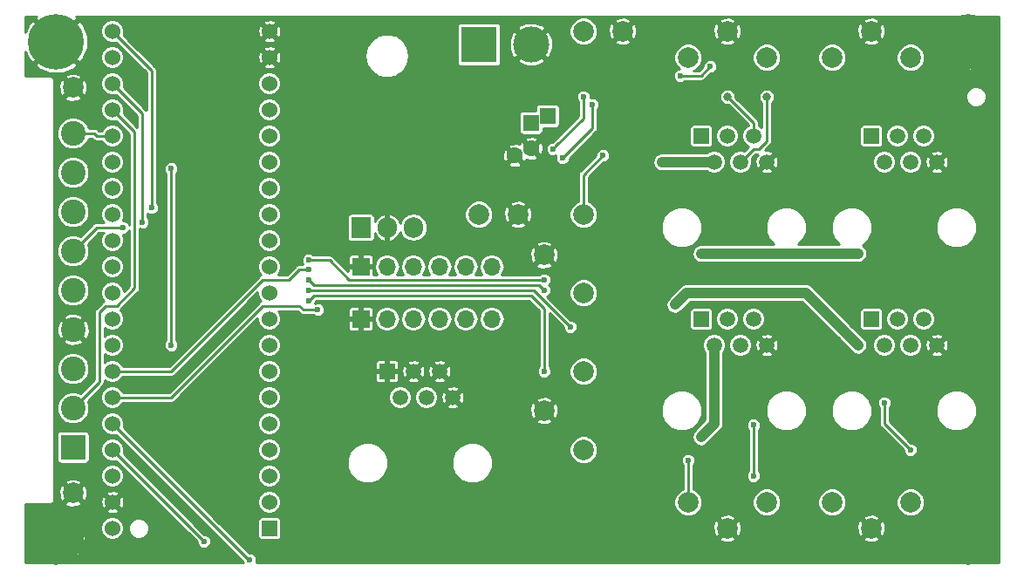
<source format=gbr>
G04 #@! TF.GenerationSoftware,KiCad,Pcbnew,5.0.2-bee76a0~70~ubuntu18.04.1*
G04 #@! TF.CreationDate,2019-06-23T18:14:28-07:00*
G04 #@! TF.ProjectId,aa-input-controller,61612d69-6e70-4757-942d-636f6e74726f,rev?*
G04 #@! TF.SameCoordinates,Original*
G04 #@! TF.FileFunction,Copper,L2,Bot*
G04 #@! TF.FilePolarity,Positive*
%FSLAX46Y46*%
G04 Gerber Fmt 4.6, Leading zero omitted, Abs format (unit mm)*
G04 Created by KiCad (PCBNEW 5.0.2-bee76a0~70~ubuntu18.04.1) date Sun 23 Jun 2019 06:14:28 PM PDT*
%MOMM*%
%LPD*%
G01*
G04 APERTURE LIST*
G04 #@! TA.AperFunction,ComponentPad*
%ADD10R,2.400000X2.400000*%
G04 #@! TD*
G04 #@! TA.AperFunction,ComponentPad*
%ADD11C,2.400000*%
G04 #@! TD*
G04 #@! TA.AperFunction,ComponentPad*
%ADD12R,1.524000X1.524000*%
G04 #@! TD*
G04 #@! TA.AperFunction,ComponentPad*
%ADD13C,1.524000*%
G04 #@! TD*
G04 #@! TA.AperFunction,ComponentPad*
%ADD14C,2.000000*%
G04 #@! TD*
G04 #@! TA.AperFunction,ComponentPad*
%ADD15C,1.600000*%
G04 #@! TD*
G04 #@! TA.AperFunction,ComponentPad*
%ADD16R,1.600000X1.600000*%
G04 #@! TD*
G04 #@! TA.AperFunction,ComponentPad*
%ADD17O,1.700000X1.700000*%
G04 #@! TD*
G04 #@! TA.AperFunction,ComponentPad*
%ADD18R,1.700000X1.700000*%
G04 #@! TD*
G04 #@! TA.AperFunction,ComponentPad*
%ADD19R,3.500120X3.500120*%
G04 #@! TD*
G04 #@! TA.AperFunction,ComponentPad*
%ADD20C,3.500120*%
G04 #@! TD*
G04 #@! TA.AperFunction,ComponentPad*
%ADD21R,1.905000X2.000000*%
G04 #@! TD*
G04 #@! TA.AperFunction,ComponentPad*
%ADD22O,1.905000X2.000000*%
G04 #@! TD*
G04 #@! TA.AperFunction,ComponentPad*
%ADD23C,1.520000*%
G04 #@! TD*
G04 #@! TA.AperFunction,ComponentPad*
%ADD24R,1.520000X1.520000*%
G04 #@! TD*
G04 #@! TA.AperFunction,ComponentPad*
%ADD25C,0.800000*%
G04 #@! TD*
G04 #@! TA.AperFunction,ComponentPad*
%ADD26C,5.400000*%
G04 #@! TD*
G04 #@! TA.AperFunction,ViaPad*
%ADD27C,0.800000*%
G04 #@! TD*
G04 #@! TA.AperFunction,ViaPad*
%ADD28C,0.600000*%
G04 #@! TD*
G04 #@! TA.AperFunction,Conductor*
%ADD29C,0.254000*%
G04 #@! TD*
G04 #@! TA.AperFunction,Conductor*
%ADD30C,1.016000*%
G04 #@! TD*
G04 APERTURE END LIST*
D10*
G04 #@! TO.P,CN202,1*
G04 #@! TO.N,/PS2_DATA*
X106680000Y-115316000D03*
D11*
G04 #@! TO.P,CN202,2*
G04 #@! TO.N,/PS2_CMD*
X106680000Y-111506000D03*
G04 #@! TO.P,CN202,3*
G04 #@! TO.N,+5V*
X106680000Y-107696000D03*
G04 #@! TO.P,CN202,4*
G04 #@! TO.N,GND*
X106680000Y-103886000D03*
G04 #@! TO.P,CN202,5*
G04 #@! TO.N,+5V*
X106680000Y-100076000D03*
G04 #@! TO.P,CN202,6*
G04 #@! TO.N,/PS2_ATT*
X106680000Y-96266000D03*
G04 #@! TO.P,CN202,7*
G04 #@! TO.N,/PS2_CLK*
X106680000Y-92456000D03*
G04 #@! TO.P,CN202,8*
G04 #@! TO.N,Net-(CN202-Pad8)*
X106680000Y-88646000D03*
G04 #@! TO.P,CN202,9*
G04 #@! TO.N,/PS2_ACK*
X106680000Y-84836000D03*
G04 #@! TD*
D12*
G04 #@! TO.P,A201,1*
G04 #@! TO.N,Net-(A201-Pad1)*
X125730000Y-123190000D03*
D13*
G04 #@! TO.P,A201,2*
G04 #@! TO.N,Net-(A201-Pad2)*
X125730000Y-120650000D03*
G04 #@! TO.P,A201,3*
G04 #@! TO.N,Net-(A201-Pad3)*
X125730000Y-118110000D03*
G04 #@! TO.P,A201,4*
G04 #@! TO.N,Net-(A201-Pad4)*
X125730000Y-115570000D03*
G04 #@! TO.P,A201,5*
G04 #@! TO.N,Net-(A201-Pad5)*
X125730000Y-113030000D03*
G04 #@! TO.P,A201,6*
G04 #@! TO.N,Net-(A201-Pad6)*
X125730000Y-110490000D03*
G04 #@! TO.P,A201,7*
G04 #@! TO.N,Net-(A201-Pad7)*
X125730000Y-107950000D03*
G04 #@! TO.P,A201,8*
G04 #@! TO.N,Net-(A201-Pad8)*
X125730000Y-105410000D03*
G04 #@! TO.P,A201,9*
G04 #@! TO.N,Net-(A201-Pad9)*
X125730000Y-102870000D03*
G04 #@! TO.P,A201,10*
G04 #@! TO.N,Net-(A201-Pad10)*
X125730000Y-100330000D03*
G04 #@! TO.P,A201,11*
G04 #@! TO.N,/PWM_R*
X125730000Y-97790000D03*
G04 #@! TO.P,A201,12*
G04 #@! TO.N,/PWM_G*
X125730000Y-95250000D03*
G04 #@! TO.P,A201,13*
G04 #@! TO.N,/PWM_B*
X125730000Y-92710000D03*
G04 #@! TO.P,A201,14*
G04 #@! TO.N,/PWM_P*
X125730000Y-90170000D03*
G04 #@! TO.P,A201,15*
G04 #@! TO.N,/TX_DEBUG*
X125730000Y-87630000D03*
G04 #@! TO.P,A201,16*
G04 #@! TO.N,/RX_DEBUG*
X125730000Y-85090000D03*
G04 #@! TO.P,A201,17*
G04 #@! TO.N,Net-(A201-Pad17)*
X125730000Y-82550000D03*
G04 #@! TO.P,A201,18*
G04 #@! TO.N,Net-(A201-Pad18)*
X125730000Y-80010000D03*
G04 #@! TO.P,A201,19*
G04 #@! TO.N,GND*
X125730000Y-77470000D03*
G04 #@! TO.P,A201,20*
X125730000Y-74930000D03*
G04 #@! TO.P,A201,21*
G04 #@! TO.N,/PS2_ATT*
X110490000Y-74930000D03*
G04 #@! TO.P,A201,22*
G04 #@! TO.N,/PS2_CLK*
X110490000Y-77470000D03*
G04 #@! TO.P,A201,23*
G04 #@! TO.N,/PS2_DATA*
X110490000Y-80010000D03*
G04 #@! TO.P,A201,24*
G04 #@! TO.N,/PS2_CMD*
X110490000Y-82550000D03*
G04 #@! TO.P,A201,25*
G04 #@! TO.N,/PS2_ACK*
X110490000Y-85090000D03*
G04 #@! TO.P,A201,26*
G04 #@! TO.N,/TX_INPUT*
X110490000Y-87630000D03*
G04 #@! TO.P,A201,27*
G04 #@! TO.N,/RX_INPUT*
X110490000Y-90170000D03*
G04 #@! TO.P,A201,28*
G04 #@! TO.N,Net-(A201-Pad28)*
X110490000Y-92710000D03*
G04 #@! TO.P,A201,29*
G04 #@! TO.N,Net-(A201-Pad29)*
X110490000Y-95250000D03*
G04 #@! TO.P,A201,30*
G04 #@! TO.N,Net-(A201-Pad30)*
X110490000Y-97790000D03*
G04 #@! TO.P,A201,31*
G04 #@! TO.N,Net-(A201-Pad31)*
X110490000Y-100330000D03*
G04 #@! TO.P,A201,32*
G04 #@! TO.N,Net-(A201-Pad32)*
X110490000Y-102870000D03*
G04 #@! TO.P,A201,33*
G04 #@! TO.N,Net-(A201-Pad33)*
X110490000Y-105410000D03*
G04 #@! TO.P,A201,34*
G04 #@! TO.N,/BTN_R*
X110490000Y-107950000D03*
G04 #@! TO.P,A201,35*
G04 #@! TO.N,/BTN_G*
X110490000Y-110490000D03*
G04 #@! TO.P,A201,36*
G04 #@! TO.N,/BTN_B*
X110490000Y-113030000D03*
G04 #@! TO.P,A201,37*
G04 #@! TO.N,/BTN_P*
X110490000Y-115570000D03*
G04 #@! TO.P,A201,38*
G04 #@! TO.N,Net-(A201-Pad38)*
X110490000Y-118110000D03*
G04 #@! TO.P,A201,39*
G04 #@! TO.N,GND*
X110490000Y-120650000D03*
G04 #@! TO.P,A201,40*
G04 #@! TO.N,+5V*
X110490000Y-123190000D03*
G04 #@! TD*
D14*
G04 #@! TO.P,TP254,1*
G04 #@! TO.N,GND*
X152400000Y-111760000D03*
G04 #@! TD*
G04 #@! TO.P,TP253,1*
G04 #@! TO.N,GND*
X152400000Y-96647000D03*
G04 #@! TD*
G04 #@! TO.P,TP213,1*
G04 #@! TO.N,/LED_DRIVE_R*
X173990000Y-77470000D03*
G04 #@! TD*
G04 #@! TO.P,TP233,1*
G04 #@! TO.N,/LED_DRIVE_B*
X187960000Y-120650000D03*
G04 #@! TD*
G04 #@! TO.P,TP243,1*
G04 #@! TO.N,/LED_DRIVE_P*
X166370000Y-120650000D03*
G04 #@! TD*
G04 #@! TO.P,TP223,1*
G04 #@! TO.N,/LED_DRIVE_G*
X187960000Y-77470000D03*
G04 #@! TD*
D15*
G04 #@! TO.P,C101,2*
G04 #@! TO.N,GND*
X149530000Y-86990937D03*
D16*
G04 #@! TO.P,C101,1*
G04 #@! TO.N,+12V*
X152730000Y-83149063D03*
D15*
G04 #@! TO.P,C101,2*
G04 #@! TO.N,GND*
X151130000Y-86320000D03*
D16*
G04 #@! TO.P,C101,1*
G04 #@! TO.N,+12V*
X151130000Y-83820000D03*
G04 #@! TD*
D17*
G04 #@! TO.P,CN203,6*
G04 #@! TO.N,Net-(CN203-Pad6)*
X147320000Y-97790000D03*
G04 #@! TO.P,CN203,5*
G04 #@! TO.N,Net-(CN203-Pad5)*
X144780000Y-97790000D03*
G04 #@! TO.P,CN203,4*
G04 #@! TO.N,Net-(CN203-Pad4)*
X142240000Y-97790000D03*
G04 #@! TO.P,CN203,3*
G04 #@! TO.N,Net-(CN203-Pad3)*
X139700000Y-97790000D03*
G04 #@! TO.P,CN203,2*
G04 #@! TO.N,Net-(CN203-Pad2)*
X137160000Y-97790000D03*
D18*
G04 #@! TO.P,CN203,1*
G04 #@! TO.N,GND*
X134620000Y-97790000D03*
G04 #@! TD*
G04 #@! TO.P,CN251,1*
G04 #@! TO.N,GND*
X134620000Y-102870000D03*
D17*
G04 #@! TO.P,CN251,2*
G04 #@! TO.N,Net-(CN251-Pad2)*
X137160000Y-102870000D03*
G04 #@! TO.P,CN251,3*
G04 #@! TO.N,Net-(CN251-Pad3)*
X139700000Y-102870000D03*
G04 #@! TO.P,CN251,4*
G04 #@! TO.N,Net-(CN201-Pad2)*
X142240000Y-102870000D03*
G04 #@! TO.P,CN251,5*
G04 #@! TO.N,Net-(CN201-Pad4)*
X144780000Y-102870000D03*
G04 #@! TO.P,CN251,6*
G04 #@! TO.N,Net-(CN251-Pad6)*
X147320000Y-102870000D03*
G04 #@! TD*
D19*
G04 #@! TO.P,CN101,1*
G04 #@! TO.N,+12V*
X146050000Y-76200000D03*
D20*
G04 #@! TO.P,CN101,2*
G04 #@! TO.N,GND*
X151130000Y-76200000D03*
G04 #@! TD*
D21*
G04 #@! TO.P,U101,1*
G04 #@! TO.N,+12V*
X134620000Y-93980000D03*
D22*
G04 #@! TO.P,U101,2*
G04 #@! TO.N,GND*
X137160000Y-93980000D03*
G04 #@! TO.P,U101,3*
G04 #@! TO.N,+5V*
X139700000Y-93980000D03*
G04 #@! TD*
D23*
G04 #@! TO.P,CN211,6*
G04 #@! TO.N,GND*
X173990000Y-87630000D03*
G04 #@! TO.P,CN211,5*
G04 #@! TO.N,/BTN_R*
X172720000Y-85090000D03*
G04 #@! TO.P,CN211,4*
G04 #@! TO.N,/LED_DRIVE_R*
X171450000Y-87630000D03*
G04 #@! TO.P,CN211,3*
G04 #@! TO.N,+12V*
X170180000Y-85090000D03*
G04 #@! TO.P,CN211,2*
G04 #@! TO.N,/LED_DRIVE_R*
X168910000Y-87630000D03*
D24*
G04 #@! TO.P,CN211,1*
G04 #@! TO.N,+12V*
X167640000Y-85090000D03*
G04 #@! TD*
G04 #@! TO.P,CN241,1*
G04 #@! TO.N,+12V*
X167640000Y-102870000D03*
D23*
G04 #@! TO.P,CN241,2*
G04 #@! TO.N,/LED_DRIVE_P*
X168910000Y-105410000D03*
G04 #@! TO.P,CN241,3*
G04 #@! TO.N,+12V*
X170180000Y-102870000D03*
G04 #@! TO.P,CN241,4*
G04 #@! TO.N,/LED_DRIVE_P*
X171450000Y-105410000D03*
G04 #@! TO.P,CN241,5*
G04 #@! TO.N,/BTN_P*
X172720000Y-102870000D03*
G04 #@! TO.P,CN241,6*
G04 #@! TO.N,GND*
X173990000Y-105410000D03*
G04 #@! TD*
G04 #@! TO.P,CN201,6*
G04 #@! TO.N,GND*
X143510000Y-110490000D03*
G04 #@! TO.P,CN201,5*
X142240000Y-107950000D03*
G04 #@! TO.P,CN201,4*
G04 #@! TO.N,Net-(CN201-Pad4)*
X140970000Y-110490000D03*
G04 #@! TO.P,CN201,3*
G04 #@! TO.N,GND*
X139700000Y-107950000D03*
G04 #@! TO.P,CN201,2*
G04 #@! TO.N,Net-(CN201-Pad2)*
X138430000Y-110490000D03*
D24*
G04 #@! TO.P,CN201,1*
G04 #@! TO.N,GND*
X137160000Y-107950000D03*
G04 #@! TD*
G04 #@! TO.P,CN231,1*
G04 #@! TO.N,+12V*
X184150000Y-102870000D03*
D23*
G04 #@! TO.P,CN231,2*
G04 #@! TO.N,/LED_DRIVE_B*
X185420000Y-105410000D03*
G04 #@! TO.P,CN231,3*
G04 #@! TO.N,+12V*
X186690000Y-102870000D03*
G04 #@! TO.P,CN231,4*
G04 #@! TO.N,/LED_DRIVE_B*
X187960000Y-105410000D03*
G04 #@! TO.P,CN231,5*
G04 #@! TO.N,/BTN_B*
X189230000Y-102870000D03*
G04 #@! TO.P,CN231,6*
G04 #@! TO.N,GND*
X190500000Y-105410000D03*
G04 #@! TD*
G04 #@! TO.P,CN221,6*
G04 #@! TO.N,GND*
X190500000Y-87630000D03*
G04 #@! TO.P,CN221,5*
G04 #@! TO.N,/BTN_G*
X189230000Y-85090000D03*
G04 #@! TO.P,CN221,4*
G04 #@! TO.N,/LED_DRIVE_G*
X187960000Y-87630000D03*
G04 #@! TO.P,CN221,3*
G04 #@! TO.N,+12V*
X186690000Y-85090000D03*
G04 #@! TO.P,CN221,2*
G04 #@! TO.N,/LED_DRIVE_G*
X185420000Y-87630000D03*
D24*
G04 #@! TO.P,CN221,1*
G04 #@! TO.N,+12V*
X184150000Y-85090000D03*
G04 #@! TD*
D14*
G04 #@! TO.P,TP242,1*
G04 #@! TO.N,/PWM_R*
X156210000Y-115570000D03*
G04 #@! TD*
G04 #@! TO.P,TP232,1*
G04 #@! TO.N,/PWM_G*
X156210000Y-107950000D03*
G04 #@! TD*
G04 #@! TO.P,TP101,1*
G04 #@! TO.N,+12V*
X156210000Y-74930000D03*
G04 #@! TD*
G04 #@! TO.P,TP102,1*
G04 #@! TO.N,+5V*
X146050000Y-92710000D03*
G04 #@! TD*
G04 #@! TO.P,TP151,1*
G04 #@! TO.N,GND*
X160020000Y-74930000D03*
G04 #@! TD*
G04 #@! TO.P,TP152,1*
G04 #@! TO.N,GND*
X149860000Y-92710000D03*
G04 #@! TD*
G04 #@! TO.P,TP251,1*
G04 #@! TO.N,GND*
X106680000Y-119761000D03*
G04 #@! TD*
G04 #@! TO.P,TP212,1*
G04 #@! TO.N,/PWM_P*
X156210000Y-92710000D03*
G04 #@! TD*
G04 #@! TO.P,TP221,1*
G04 #@! TO.N,/BTN_G*
X180340000Y-77470000D03*
G04 #@! TD*
G04 #@! TO.P,TP222,1*
G04 #@! TO.N,/PWM_B*
X156210000Y-100330000D03*
G04 #@! TD*
G04 #@! TO.P,TP231,1*
G04 #@! TO.N,/BTN_B*
X180340000Y-120650000D03*
G04 #@! TD*
G04 #@! TO.P,TP211,1*
G04 #@! TO.N,/BTN_R*
X166370000Y-77470000D03*
G04 #@! TD*
G04 #@! TO.P,TP252,1*
G04 #@! TO.N,GND*
X106680000Y-80391000D03*
G04 #@! TD*
G04 #@! TO.P,TP261,1*
G04 #@! TO.N,GND*
X170180000Y-74930000D03*
G04 #@! TD*
G04 #@! TO.P,TP271,1*
G04 #@! TO.N,GND*
X184150000Y-74930000D03*
G04 #@! TD*
G04 #@! TO.P,TP291,1*
G04 #@! TO.N,GND*
X170180000Y-123190000D03*
G04 #@! TD*
G04 #@! TO.P,TP281,1*
G04 #@! TO.N,GND*
X184150000Y-123190000D03*
G04 #@! TD*
G04 #@! TO.P,TP241,1*
G04 #@! TO.N,/BTN_P*
X173990000Y-120650000D03*
G04 #@! TD*
D25*
G04 #@! TO.P,H1,1*
G04 #@! TO.N,GND*
X106460891Y-74514109D03*
X105029000Y-73921000D03*
X103597109Y-74514109D03*
X103004000Y-75946000D03*
X103597109Y-77377891D03*
X105029000Y-77971000D03*
X106460891Y-77377891D03*
X107054000Y-75946000D03*
D26*
X105029000Y-75946000D03*
G04 #@! TD*
D25*
G04 #@! TO.P,H2,1*
G04 #@! TO.N,GND*
X194979891Y-74514109D03*
X193548000Y-73921000D03*
X192116109Y-74514109D03*
X191523000Y-75946000D03*
X192116109Y-77377891D03*
X193548000Y-77971000D03*
X194979891Y-77377891D03*
X195573000Y-75946000D03*
D26*
X193548000Y-75946000D03*
G04 #@! TD*
D25*
G04 #@! TO.P,H3,1*
G04 #@! TO.N,GND*
X106460891Y-122647109D03*
X105029000Y-122054000D03*
X103597109Y-122647109D03*
X103004000Y-124079000D03*
X103597109Y-125510891D03*
X105029000Y-126104000D03*
X106460891Y-125510891D03*
X107054000Y-124079000D03*
D26*
X105029000Y-124079000D03*
G04 #@! TD*
G04 #@! TO.P,H4,1*
G04 #@! TO.N,GND*
X193548000Y-124079000D03*
D25*
X195573000Y-124079000D03*
X194979891Y-125510891D03*
X193548000Y-126104000D03*
X192116109Y-125510891D03*
X191523000Y-124079000D03*
X192116109Y-122647109D03*
X193548000Y-122054000D03*
X194979891Y-122647109D03*
G04 #@! TD*
D27*
G04 #@! TO.N,GND*
X160401000Y-85852000D03*
X159511970Y-85852000D03*
X159512000Y-94742000D03*
X160401000Y-94742000D03*
X158623000Y-96774000D03*
X159385010Y-96774000D03*
X159385000Y-87884000D03*
X158623000Y-87884002D03*
X160401000Y-103632000D03*
X159512000Y-103632000D03*
X159385000Y-105664000D03*
X158623000Y-105664000D03*
X158623000Y-114554000D03*
X159385000Y-114554000D03*
X159512000Y-112521974D03*
X160401004Y-112522000D03*
D28*
G04 #@! TO.N,/BTN_P*
X119380000Y-124460000D03*
X172720000Y-113157000D03*
X172719999Y-118110001D03*
G04 #@! TO.N,/BTN_R*
X129540000Y-98044000D03*
D27*
X170180000Y-81280000D03*
D28*
X156210000Y-81280000D03*
X153245732Y-86360000D03*
G04 #@! TO.N,/BTN_B*
X123825000Y-126245978D03*
G04 #@! TO.N,/BTN_G*
X130429000Y-101981000D03*
X154178000Y-87249000D03*
X157099000Y-82042000D03*
X165608000Y-79248000D03*
X168529000Y-78359000D03*
G04 #@! TO.N,/PS2_DATA*
X113411000Y-93472000D03*
G04 #@! TO.N,/PS2_ATT*
X114300000Y-92075000D03*
X111506000Y-93980000D03*
G04 #@! TO.N,Net-(CN201-Pad4)*
X116205000Y-105409990D03*
X116205000Y-88265000D03*
G04 #@! TO.N,/PWM_R*
X129540000Y-101092000D03*
X152400000Y-107950000D03*
G04 #@! TO.N,/PWM_P*
X129540000Y-97155000D03*
X152400000Y-99059994D03*
X158115000Y-86995000D03*
G04 #@! TO.N,/PWM_B*
X129540000Y-99059990D03*
X152399996Y-100076000D03*
G04 #@! TO.N,/PWM_G*
X129540000Y-100076000D03*
X154940000Y-103632010D03*
D27*
G04 #@! TO.N,/LED_DRIVE_G*
X182880000Y-96520000D03*
X181737000Y-96520000D03*
X167640016Y-96520000D03*
X168909998Y-96520000D03*
D28*
G04 #@! TO.N,/LED_DRIVE_P*
X166370000Y-116586000D03*
D27*
X168910000Y-113030000D03*
X167640000Y-114300000D03*
D28*
G04 #@! TO.N,/LED_DRIVE_B*
X187960000Y-115570000D03*
X185420000Y-110997998D03*
D27*
X166243000Y-100330000D03*
X165099997Y-101472987D03*
X182880004Y-105410004D03*
X181610002Y-104140002D03*
G04 #@! TO.N,/LED_DRIVE_R*
X163830000Y-87630000D03*
X165100000Y-87630000D03*
X173990000Y-81279998D03*
G04 #@! TD*
D29*
G04 #@! TO.N,/BTN_P*
X110490000Y-115570000D02*
X119380000Y-124460000D01*
X172719999Y-113722686D02*
X172719999Y-117544316D01*
X172719999Y-117544316D02*
X172719999Y-118110001D01*
X172720000Y-113157000D02*
X172719999Y-113722686D01*
G04 #@! TO.N,/BTN_R*
X116205000Y-107950000D02*
X125095000Y-99060000D01*
X129115736Y-98044000D02*
X129540000Y-98044000D01*
X110490000Y-107950000D02*
X116205000Y-107950000D01*
X127643116Y-99060000D02*
X128659116Y-98044000D01*
X125095000Y-99060000D02*
X127643116Y-99060000D01*
X128659116Y-98044000D02*
X129115736Y-98044000D01*
X172720000Y-83820000D02*
X172720000Y-85090000D01*
X170180000Y-81280000D02*
X172720000Y-83820000D01*
X153545731Y-86060001D02*
X153245732Y-86360000D01*
X156210000Y-83395732D02*
X153545731Y-86060001D01*
X156210000Y-81280000D02*
X156210000Y-83395732D01*
G04 #@! TO.N,/BTN_B*
X110490000Y-113030000D02*
X123705978Y-126245978D01*
X123705978Y-126245978D02*
X123825000Y-126245978D01*
G04 #@! TO.N,/BTN_G*
X116205000Y-110490000D02*
X125095000Y-101600000D01*
X128659118Y-101600000D02*
X129040118Y-101981000D01*
X130004736Y-101981000D02*
X130429000Y-101981000D01*
X110490000Y-110490000D02*
X116205000Y-110490000D01*
X125095000Y-101600000D02*
X128659118Y-101600000D01*
X129040118Y-101981000D02*
X130004736Y-101981000D01*
X154178000Y-87249000D02*
X154477999Y-86949001D01*
X154477999Y-86949001D02*
X157099000Y-84328000D01*
X157099000Y-84328000D02*
X157099000Y-82042000D01*
X165608000Y-79248000D02*
X167640000Y-79248000D01*
X167640000Y-79248000D02*
X168529000Y-78359000D01*
G04 #@! TO.N,/PS2_DATA*
X113411000Y-93047736D02*
X113411000Y-93472000D01*
X110490000Y-80010000D02*
X113411000Y-82931000D01*
X113411000Y-82931000D02*
X113411000Y-93047736D01*
G04 #@! TO.N,/PS2_CMD*
X110911642Y-101600000D02*
X112649000Y-99862642D01*
X109855000Y-101600000D02*
X110911642Y-101600000D01*
X109220000Y-102235000D02*
X109855000Y-101600000D01*
X106680000Y-111506000D02*
X109220000Y-108966000D01*
X109220000Y-108966000D02*
X109220000Y-102235000D01*
X112649000Y-99862642D02*
X112649000Y-84709000D01*
X112649000Y-84709000D02*
X111251999Y-83311999D01*
X111251999Y-83311999D02*
X110490000Y-82550000D01*
G04 #@! TO.N,/PS2_ATT*
X114300000Y-78740000D02*
X114300000Y-91650736D01*
X114300000Y-91650736D02*
X114300000Y-92075000D01*
X110490000Y-74930000D02*
X114300000Y-78740000D01*
X108966000Y-93980000D02*
X111081736Y-93980000D01*
X106680000Y-96266000D02*
X108966000Y-93980000D01*
X111081736Y-93980000D02*
X111506000Y-93980000D01*
G04 #@! TO.N,/PS2_ACK*
X106680000Y-84836000D02*
X108712000Y-84836000D01*
X108712000Y-84836000D02*
X108966000Y-85090000D01*
X108966000Y-85090000D02*
X110490000Y-85090000D01*
G04 #@! TO.N,Net-(CN201-Pad4)*
X116205000Y-105409990D02*
X116205000Y-88265000D01*
G04 #@! TO.N,/PWM_R*
X152400000Y-106934000D02*
X152400000Y-107950000D01*
X152400000Y-106934000D02*
X152400000Y-107061000D01*
X151130000Y-100584000D02*
X152400000Y-101854000D01*
X152400000Y-101854000D02*
X152400000Y-106934000D01*
X129540000Y-101092000D02*
X130048000Y-100584000D01*
X130048000Y-100584000D02*
X151130000Y-100584000D01*
G04 #@! TO.N,/PWM_P*
X133476994Y-99059994D02*
X151975736Y-99059994D01*
X151975736Y-99059994D02*
X152400000Y-99059994D01*
X131572000Y-97155000D02*
X133476994Y-99059994D01*
X129540000Y-97155000D02*
X131572000Y-97155000D01*
X156210000Y-92710000D02*
X156210000Y-88900000D01*
X156210000Y-88900000D02*
X158115000Y-86995000D01*
G04 #@! TO.N,/PWM_B*
X152399996Y-100075996D02*
X152399996Y-100076000D01*
X151892000Y-99568000D02*
X152399996Y-100075996D01*
X129540000Y-99059990D02*
X130048010Y-99568000D01*
X130048010Y-99568000D02*
X151892000Y-99568000D01*
G04 #@! TO.N,/PWM_G*
X151383990Y-100076000D02*
X154640001Y-103332011D01*
X154640001Y-103332011D02*
X154940000Y-103632010D01*
X129540000Y-100076000D02*
X151383990Y-100076000D01*
D30*
G04 #@! TO.N,/LED_DRIVE_G*
X182880000Y-96520000D02*
X167640016Y-96520000D01*
D29*
G04 #@! TO.N,/LED_DRIVE_P*
X166370000Y-120650000D02*
X166370000Y-116586000D01*
D30*
X168910000Y-113030000D02*
X168910000Y-105410000D01*
X167640000Y-114300000D02*
X168910000Y-113030000D01*
D29*
G04 #@! TO.N,/LED_DRIVE_B*
X187960000Y-115570000D02*
X185420000Y-113030000D01*
X185420000Y-113030000D02*
X185420000Y-110997998D01*
D30*
X182880004Y-105410004D02*
X181610002Y-104140002D01*
X177800000Y-100330000D02*
X181210003Y-103740003D01*
X181210003Y-103740003D02*
X181610002Y-104140002D01*
X165099997Y-101472987D02*
X166242984Y-100330000D01*
X166242984Y-100330000D02*
X177800000Y-100330000D01*
G04 #@! TO.N,/LED_DRIVE_R*
X163830000Y-87630000D02*
X164973000Y-87630000D01*
X164973000Y-87630000D02*
X165100000Y-87630000D01*
X168910000Y-87630000D02*
X165100000Y-87630000D01*
D29*
X173228000Y-86360000D02*
X173990000Y-85598000D01*
X173990000Y-81845683D02*
X173990000Y-81279998D01*
X171450000Y-87630000D02*
X172720000Y-86360000D01*
X173990000Y-85598000D02*
X173990000Y-81845683D01*
X172720000Y-86360000D02*
X173228000Y-86360000D01*
G04 #@! TD*
G04 #@! TO.N,GND*
G36*
X102966751Y-73704146D02*
X105029000Y-75766395D01*
X107091249Y-73704146D01*
X106920829Y-73506000D01*
X192953392Y-73506000D01*
X192970679Y-73523287D01*
X192837376Y-73561682D01*
X192753964Y-73860978D01*
X192788316Y-74143726D01*
X192693428Y-74116395D01*
X192295714Y-74514109D01*
X192693428Y-74911823D01*
X192826733Y-74873427D01*
X192910145Y-74574131D01*
X192900935Y-74498319D01*
X193150286Y-74498319D01*
X193188682Y-74631624D01*
X193487978Y-74715036D01*
X193796412Y-74677563D01*
X193907318Y-74631624D01*
X193945714Y-74498319D01*
X193548000Y-74100605D01*
X193150286Y-74498319D01*
X192900935Y-74498319D01*
X192875793Y-74291383D01*
X192970681Y-74318714D01*
X193368395Y-73921000D01*
X193354253Y-73906858D01*
X193533858Y-73727253D01*
X193548000Y-73741395D01*
X193562143Y-73727253D01*
X193741748Y-73906858D01*
X193727605Y-73921000D01*
X194125319Y-74318714D01*
X194232159Y-74287941D01*
X194185855Y-74454087D01*
X194223328Y-74762521D01*
X194269267Y-74873427D01*
X194402572Y-74911823D01*
X194800286Y-74514109D01*
X195159496Y-74514109D01*
X195557210Y-74911823D01*
X195690515Y-74873427D01*
X195773927Y-74574131D01*
X195736454Y-74265697D01*
X195690515Y-74154791D01*
X195557210Y-74116395D01*
X195159496Y-74514109D01*
X194800286Y-74514109D01*
X194402572Y-74116395D01*
X194295732Y-74147168D01*
X194342036Y-73981022D01*
X194336663Y-73936790D01*
X194582177Y-73936790D01*
X194979891Y-74334504D01*
X195377605Y-73936790D01*
X195339209Y-73803485D01*
X195039913Y-73720073D01*
X194731479Y-73757546D01*
X194620573Y-73803485D01*
X194582177Y-73936790D01*
X194336663Y-73936790D01*
X194304563Y-73672588D01*
X194258624Y-73561682D01*
X194125321Y-73523287D01*
X194142608Y-73506000D01*
X196496000Y-73506000D01*
X196496001Y-126519000D01*
X194142608Y-126519000D01*
X194125321Y-126501713D01*
X194258624Y-126463318D01*
X194342036Y-126164022D01*
X194332826Y-126088210D01*
X194582177Y-126088210D01*
X194620573Y-126221515D01*
X194919869Y-126304927D01*
X195228303Y-126267454D01*
X195339209Y-126221515D01*
X195377605Y-126088210D01*
X194979891Y-125690496D01*
X194582177Y-126088210D01*
X194332826Y-126088210D01*
X194307684Y-125881274D01*
X194402572Y-125908605D01*
X194800286Y-125510891D01*
X195159496Y-125510891D01*
X195557210Y-125908605D01*
X195690515Y-125870209D01*
X195773927Y-125570913D01*
X195736454Y-125262479D01*
X195690515Y-125151573D01*
X195557210Y-125113177D01*
X195159496Y-125510891D01*
X194800286Y-125510891D01*
X194402572Y-125113177D01*
X194269267Y-125151573D01*
X194185855Y-125450869D01*
X194220207Y-125733617D01*
X194125319Y-125706286D01*
X193727605Y-126104000D01*
X193741748Y-126118143D01*
X193562143Y-126297748D01*
X193548000Y-126283605D01*
X193533858Y-126297748D01*
X193354253Y-126118143D01*
X193368395Y-126104000D01*
X192970681Y-125706286D01*
X192863841Y-125737059D01*
X192910145Y-125570913D01*
X192904772Y-125526681D01*
X193150286Y-125526681D01*
X193548000Y-125924395D01*
X193945714Y-125526681D01*
X193907318Y-125393376D01*
X193608022Y-125309964D01*
X193299588Y-125347437D01*
X193188682Y-125393376D01*
X193150286Y-125526681D01*
X192904772Y-125526681D01*
X192872672Y-125262479D01*
X192826733Y-125151573D01*
X192693428Y-125113177D01*
X192295714Y-125510891D01*
X192693428Y-125908605D01*
X192800268Y-125877832D01*
X192753964Y-126043978D01*
X192791437Y-126352412D01*
X192837376Y-126463318D01*
X192970679Y-126501713D01*
X192953392Y-126519000D01*
X124449020Y-126519000D01*
X124506000Y-126381437D01*
X124506000Y-126110519D01*
X124496760Y-126088210D01*
X191718395Y-126088210D01*
X191756791Y-126221515D01*
X192056087Y-126304927D01*
X192364521Y-126267454D01*
X192475427Y-126221515D01*
X192513823Y-126088210D01*
X192116109Y-125690496D01*
X191718395Y-126088210D01*
X124496760Y-126088210D01*
X124402324Y-125860222D01*
X124210756Y-125668654D01*
X123960459Y-125564978D01*
X123743398Y-125564978D01*
X123629289Y-125450869D01*
X191322073Y-125450869D01*
X191359546Y-125759303D01*
X191405485Y-125870209D01*
X191538790Y-125908605D01*
X191936504Y-125510891D01*
X191538790Y-125113177D01*
X191405485Y-125151573D01*
X191322073Y-125450869D01*
X123629289Y-125450869D01*
X122834739Y-124656319D01*
X191125286Y-124656319D01*
X191163682Y-124789624D01*
X191462978Y-124873036D01*
X191745726Y-124838684D01*
X191718395Y-124933572D01*
X192116109Y-125331286D01*
X192513823Y-124933572D01*
X194582177Y-124933572D01*
X194979891Y-125331286D01*
X195377605Y-124933572D01*
X195346832Y-124826732D01*
X195512978Y-124873036D01*
X195821412Y-124835563D01*
X195932318Y-124789624D01*
X195970714Y-124656319D01*
X195573000Y-124258605D01*
X195175286Y-124656319D01*
X195206059Y-124763159D01*
X195039913Y-124716855D01*
X194731479Y-124754328D01*
X194620573Y-124800267D01*
X194582177Y-124933572D01*
X192513823Y-124933572D01*
X192475427Y-124800267D01*
X192176131Y-124716855D01*
X191893383Y-124751207D01*
X191920714Y-124656319D01*
X191523000Y-124258605D01*
X191125286Y-124656319D01*
X122834739Y-124656319D01*
X120606420Y-122428000D01*
X124579536Y-122428000D01*
X124579536Y-123952000D01*
X124609106Y-124100659D01*
X124693314Y-124226686D01*
X124819341Y-124310894D01*
X124968000Y-124340464D01*
X126492000Y-124340464D01*
X126640659Y-124310894D01*
X126766686Y-124226686D01*
X126782016Y-124203742D01*
X169345863Y-124203742D01*
X169458485Y-124399146D01*
X169976126Y-124583217D01*
X170524806Y-124555184D01*
X170901515Y-124399146D01*
X171014137Y-124203742D01*
X183315863Y-124203742D01*
X183428485Y-124399146D01*
X183946126Y-124583217D01*
X184494806Y-124555184D01*
X184871515Y-124399146D01*
X184984137Y-124203742D01*
X184150000Y-123369605D01*
X183315863Y-124203742D01*
X171014137Y-124203742D01*
X170180000Y-123369605D01*
X169345863Y-124203742D01*
X126782016Y-124203742D01*
X126850894Y-124100659D01*
X126880464Y-123952000D01*
X126880464Y-122986126D01*
X168786783Y-122986126D01*
X168814816Y-123534806D01*
X168970854Y-123911515D01*
X169166258Y-124024137D01*
X170000395Y-123190000D01*
X170359605Y-123190000D01*
X171193742Y-124024137D01*
X171389146Y-123911515D01*
X171573217Y-123393874D01*
X171552385Y-122986126D01*
X182756783Y-122986126D01*
X182784816Y-123534806D01*
X182940854Y-123911515D01*
X183136258Y-124024137D01*
X183970395Y-123190000D01*
X184329605Y-123190000D01*
X185163742Y-124024137D01*
X185172693Y-124018978D01*
X190728964Y-124018978D01*
X190766437Y-124327412D01*
X190812376Y-124438318D01*
X190945681Y-124476714D01*
X191343395Y-124079000D01*
X191702605Y-124079000D01*
X192100319Y-124476714D01*
X192233624Y-124438318D01*
X192317036Y-124139022D01*
X192302452Y-124018978D01*
X194778964Y-124018978D01*
X194816437Y-124327412D01*
X194862376Y-124438318D01*
X194995681Y-124476714D01*
X195393395Y-124079000D01*
X195752605Y-124079000D01*
X196150319Y-124476714D01*
X196283624Y-124438318D01*
X196367036Y-124139022D01*
X196329563Y-123830588D01*
X196283624Y-123719682D01*
X196150319Y-123681286D01*
X195752605Y-124079000D01*
X195393395Y-124079000D01*
X194995681Y-123681286D01*
X194862376Y-123719682D01*
X194778964Y-124018978D01*
X192302452Y-124018978D01*
X192279563Y-123830588D01*
X192233624Y-123719682D01*
X192100319Y-123681286D01*
X191702605Y-124079000D01*
X191343395Y-124079000D01*
X190945681Y-123681286D01*
X190812376Y-123719682D01*
X190728964Y-124018978D01*
X185172693Y-124018978D01*
X185359146Y-123911515D01*
X185504881Y-123501681D01*
X191125286Y-123501681D01*
X191523000Y-123899395D01*
X191920714Y-123501681D01*
X191889941Y-123394841D01*
X192056087Y-123441145D01*
X192364521Y-123403672D01*
X192475427Y-123357733D01*
X192513823Y-123224428D01*
X194582177Y-123224428D01*
X194620573Y-123357733D01*
X194919869Y-123441145D01*
X195202617Y-123406793D01*
X195175286Y-123501681D01*
X195573000Y-123899395D01*
X195970714Y-123501681D01*
X195932318Y-123368376D01*
X195633022Y-123284964D01*
X195350274Y-123319316D01*
X195377605Y-123224428D01*
X194979891Y-122826714D01*
X194582177Y-123224428D01*
X192513823Y-123224428D01*
X192116109Y-122826714D01*
X191718395Y-123224428D01*
X191749168Y-123331268D01*
X191583022Y-123284964D01*
X191274588Y-123322437D01*
X191163682Y-123368376D01*
X191125286Y-123501681D01*
X185504881Y-123501681D01*
X185543217Y-123393874D01*
X185515184Y-122845194D01*
X185408273Y-122587087D01*
X191322073Y-122587087D01*
X191359546Y-122895521D01*
X191405485Y-123006427D01*
X191538790Y-123044823D01*
X191936504Y-122647109D01*
X192295714Y-122647109D01*
X192693428Y-123044823D01*
X192826733Y-123006427D01*
X192910145Y-122707131D01*
X192900935Y-122631319D01*
X193150286Y-122631319D01*
X193188682Y-122764624D01*
X193487978Y-122848036D01*
X193796412Y-122810563D01*
X193907318Y-122764624D01*
X193945714Y-122631319D01*
X193548000Y-122233605D01*
X193150286Y-122631319D01*
X192900935Y-122631319D01*
X192875793Y-122424383D01*
X192970681Y-122451714D01*
X193368395Y-122054000D01*
X193727605Y-122054000D01*
X194125319Y-122451714D01*
X194232159Y-122420941D01*
X194185855Y-122587087D01*
X194223328Y-122895521D01*
X194269267Y-123006427D01*
X194402572Y-123044823D01*
X194800286Y-122647109D01*
X195159496Y-122647109D01*
X195557210Y-123044823D01*
X195690515Y-123006427D01*
X195773927Y-122707131D01*
X195736454Y-122398697D01*
X195690515Y-122287791D01*
X195557210Y-122249395D01*
X195159496Y-122647109D01*
X194800286Y-122647109D01*
X194402572Y-122249395D01*
X194295732Y-122280168D01*
X194342036Y-122114022D01*
X194336663Y-122069790D01*
X194582177Y-122069790D01*
X194979891Y-122467504D01*
X195377605Y-122069790D01*
X195339209Y-121936485D01*
X195039913Y-121853073D01*
X194731479Y-121890546D01*
X194620573Y-121936485D01*
X194582177Y-122069790D01*
X194336663Y-122069790D01*
X194304563Y-121805588D01*
X194258624Y-121694682D01*
X194125319Y-121656286D01*
X193727605Y-122054000D01*
X193368395Y-122054000D01*
X192970681Y-121656286D01*
X192837376Y-121694682D01*
X192753964Y-121993978D01*
X192788316Y-122276726D01*
X192693428Y-122249395D01*
X192295714Y-122647109D01*
X191936504Y-122647109D01*
X191538790Y-122249395D01*
X191405485Y-122287791D01*
X191322073Y-122587087D01*
X185408273Y-122587087D01*
X185359146Y-122468485D01*
X185163742Y-122355863D01*
X184329605Y-123190000D01*
X183970395Y-123190000D01*
X183136258Y-122355863D01*
X182940854Y-122468485D01*
X182756783Y-122986126D01*
X171552385Y-122986126D01*
X171545184Y-122845194D01*
X171389146Y-122468485D01*
X171193742Y-122355863D01*
X170359605Y-123190000D01*
X170000395Y-123190000D01*
X169166258Y-122355863D01*
X168970854Y-122468485D01*
X168786783Y-122986126D01*
X126880464Y-122986126D01*
X126880464Y-122428000D01*
X126850894Y-122279341D01*
X126782017Y-122176258D01*
X169345863Y-122176258D01*
X170180000Y-123010395D01*
X171014137Y-122176258D01*
X183315863Y-122176258D01*
X184150000Y-123010395D01*
X184984137Y-122176258D01*
X184922774Y-122069790D01*
X191718395Y-122069790D01*
X192116109Y-122467504D01*
X192513823Y-122069790D01*
X192475427Y-121936485D01*
X192176131Y-121853073D01*
X191867697Y-121890546D01*
X191756791Y-121936485D01*
X191718395Y-122069790D01*
X184922774Y-122069790D01*
X184871515Y-121980854D01*
X184353874Y-121796783D01*
X183805194Y-121824816D01*
X183428485Y-121980854D01*
X183315863Y-122176258D01*
X171014137Y-122176258D01*
X170901515Y-121980854D01*
X170383874Y-121796783D01*
X169835194Y-121824816D01*
X169458485Y-121980854D01*
X169345863Y-122176258D01*
X126782017Y-122176258D01*
X126766686Y-122153314D01*
X126640659Y-122069106D01*
X126492000Y-122039536D01*
X124968000Y-122039536D01*
X124819341Y-122069106D01*
X124693314Y-122153314D01*
X124609106Y-122279341D01*
X124579536Y-122428000D01*
X120606420Y-122428000D01*
X118601063Y-120422643D01*
X124587000Y-120422643D01*
X124587000Y-120877357D01*
X124761011Y-121297458D01*
X125082542Y-121618989D01*
X125502643Y-121793000D01*
X125957357Y-121793000D01*
X126377458Y-121618989D01*
X126698989Y-121297458D01*
X126873000Y-120877357D01*
X126873000Y-120422643D01*
X126853391Y-120375302D01*
X164989000Y-120375302D01*
X164989000Y-120924698D01*
X165199245Y-121432273D01*
X165587727Y-121820755D01*
X166095302Y-122031000D01*
X166644698Y-122031000D01*
X167152273Y-121820755D01*
X167540755Y-121432273D01*
X167751000Y-120924698D01*
X167751000Y-120375302D01*
X172609000Y-120375302D01*
X172609000Y-120924698D01*
X172819245Y-121432273D01*
X173207727Y-121820755D01*
X173715302Y-122031000D01*
X174264698Y-122031000D01*
X174772273Y-121820755D01*
X175160755Y-121432273D01*
X175371000Y-120924698D01*
X175371000Y-120375302D01*
X178959000Y-120375302D01*
X178959000Y-120924698D01*
X179169245Y-121432273D01*
X179557727Y-121820755D01*
X180065302Y-122031000D01*
X180614698Y-122031000D01*
X181122273Y-121820755D01*
X181510755Y-121432273D01*
X181721000Y-120924698D01*
X181721000Y-120375302D01*
X186579000Y-120375302D01*
X186579000Y-120924698D01*
X186789245Y-121432273D01*
X187177727Y-121820755D01*
X187685302Y-122031000D01*
X188234698Y-122031000D01*
X188742273Y-121820755D01*
X189086347Y-121476681D01*
X193150286Y-121476681D01*
X193548000Y-121874395D01*
X193945714Y-121476681D01*
X193907318Y-121343376D01*
X193608022Y-121259964D01*
X193299588Y-121297437D01*
X193188682Y-121343376D01*
X193150286Y-121476681D01*
X189086347Y-121476681D01*
X189130755Y-121432273D01*
X189341000Y-120924698D01*
X189341000Y-120375302D01*
X189130755Y-119867727D01*
X188742273Y-119479245D01*
X188234698Y-119269000D01*
X187685302Y-119269000D01*
X187177727Y-119479245D01*
X186789245Y-119867727D01*
X186579000Y-120375302D01*
X181721000Y-120375302D01*
X181510755Y-119867727D01*
X181122273Y-119479245D01*
X180614698Y-119269000D01*
X180065302Y-119269000D01*
X179557727Y-119479245D01*
X179169245Y-119867727D01*
X178959000Y-120375302D01*
X175371000Y-120375302D01*
X175160755Y-119867727D01*
X174772273Y-119479245D01*
X174264698Y-119269000D01*
X173715302Y-119269000D01*
X173207727Y-119479245D01*
X172819245Y-119867727D01*
X172609000Y-120375302D01*
X167751000Y-120375302D01*
X167540755Y-119867727D01*
X167152273Y-119479245D01*
X166878000Y-119365637D01*
X166878000Y-117974542D01*
X172038999Y-117974542D01*
X172038999Y-118245460D01*
X172142675Y-118495757D01*
X172334243Y-118687325D01*
X172584540Y-118791001D01*
X172855458Y-118791001D01*
X173105755Y-118687325D01*
X173297323Y-118495757D01*
X173400999Y-118245460D01*
X173400999Y-117974542D01*
X173297323Y-117724245D01*
X173227999Y-117654921D01*
X173227999Y-113672654D01*
X173227998Y-113672650D01*
X173227998Y-113612082D01*
X173297324Y-113542756D01*
X173401000Y-113292459D01*
X173401000Y-113021541D01*
X173297324Y-112771244D01*
X173105756Y-112579676D01*
X172855459Y-112476000D01*
X172584541Y-112476000D01*
X172334244Y-112579676D01*
X172142676Y-112771244D01*
X172039000Y-113021541D01*
X172039000Y-113292459D01*
X172142676Y-113542756D01*
X172211999Y-113612079D01*
X172211999Y-113672655D01*
X172212000Y-117494280D01*
X172211999Y-117494285D01*
X172211999Y-117654921D01*
X172142675Y-117724245D01*
X172038999Y-117974542D01*
X166878000Y-117974542D01*
X166878000Y-117041080D01*
X166947324Y-116971756D01*
X167051000Y-116721459D01*
X167051000Y-116450541D01*
X166947324Y-116200244D01*
X166755756Y-116008676D01*
X166505459Y-115905000D01*
X166234541Y-115905000D01*
X165984244Y-116008676D01*
X165792676Y-116200244D01*
X165689000Y-116450541D01*
X165689000Y-116721459D01*
X165792676Y-116971756D01*
X165862001Y-117041081D01*
X165862000Y-119365637D01*
X165587727Y-119479245D01*
X165199245Y-119867727D01*
X164989000Y-120375302D01*
X126853391Y-120375302D01*
X126698989Y-120002542D01*
X126377458Y-119681011D01*
X125957357Y-119507000D01*
X125502643Y-119507000D01*
X125082542Y-119681011D01*
X124761011Y-120002542D01*
X124587000Y-120422643D01*
X118601063Y-120422643D01*
X116061063Y-117882643D01*
X124587000Y-117882643D01*
X124587000Y-118337357D01*
X124761011Y-118757458D01*
X125082542Y-119078989D01*
X125502643Y-119253000D01*
X125957357Y-119253000D01*
X126377458Y-119078989D01*
X126698989Y-118757458D01*
X126873000Y-118337357D01*
X126873000Y-117882643D01*
X126698989Y-117462542D01*
X126377458Y-117141011D01*
X125957357Y-116967000D01*
X125502643Y-116967000D01*
X125082542Y-117141011D01*
X124761011Y-117462542D01*
X124587000Y-117882643D01*
X116061063Y-117882643D01*
X113521063Y-115342643D01*
X124587000Y-115342643D01*
X124587000Y-115797357D01*
X124761011Y-116217458D01*
X125082542Y-116538989D01*
X125502643Y-116713000D01*
X125957357Y-116713000D01*
X126377458Y-116538989D01*
X126475465Y-116440982D01*
X133244000Y-116440982D01*
X133244000Y-117239018D01*
X133549395Y-117976308D01*
X134113692Y-118540605D01*
X134850982Y-118846000D01*
X135649018Y-118846000D01*
X136386308Y-118540605D01*
X136950605Y-117976308D01*
X137256000Y-117239018D01*
X137256000Y-116440982D01*
X143404000Y-116440982D01*
X143404000Y-117239018D01*
X143709395Y-117976308D01*
X144273692Y-118540605D01*
X145010982Y-118846000D01*
X145809018Y-118846000D01*
X146546308Y-118540605D01*
X147110605Y-117976308D01*
X147416000Y-117239018D01*
X147416000Y-116440982D01*
X147110605Y-115703692D01*
X146702215Y-115295302D01*
X154829000Y-115295302D01*
X154829000Y-115844698D01*
X155039245Y-116352273D01*
X155427727Y-116740755D01*
X155935302Y-116951000D01*
X156484698Y-116951000D01*
X156992273Y-116740755D01*
X157380755Y-116352273D01*
X157591000Y-115844698D01*
X157591000Y-115295302D01*
X157380755Y-114787727D01*
X156992273Y-114399245D01*
X156752676Y-114300000D01*
X166733584Y-114300000D01*
X166802582Y-114646870D01*
X166999068Y-114940932D01*
X167293130Y-115137418D01*
X167640000Y-115206416D01*
X167986870Y-115137418D01*
X168206706Y-114990529D01*
X169476707Y-113720529D01*
X169550933Y-113670933D01*
X169747419Y-113376870D01*
X169799000Y-113117556D01*
X169799000Y-113117552D01*
X169816415Y-113030001D01*
X169799000Y-112942450D01*
X169799000Y-111360982D01*
X173884000Y-111360982D01*
X173884000Y-112159018D01*
X174189395Y-112896308D01*
X174753692Y-113460605D01*
X175490982Y-113766000D01*
X176289018Y-113766000D01*
X177026308Y-113460605D01*
X177590605Y-112896308D01*
X177896000Y-112159018D01*
X177896000Y-111360982D01*
X180234000Y-111360982D01*
X180234000Y-112159018D01*
X180539395Y-112896308D01*
X181103692Y-113460605D01*
X181840982Y-113766000D01*
X182639018Y-113766000D01*
X183376308Y-113460605D01*
X183940605Y-112896308D01*
X184246000Y-112159018D01*
X184246000Y-111360982D01*
X184039539Y-110862539D01*
X184739000Y-110862539D01*
X184739000Y-111133457D01*
X184842676Y-111383754D01*
X184912001Y-111453079D01*
X184912000Y-112979972D01*
X184902049Y-113030000D01*
X184912000Y-113080028D01*
X184912000Y-113080031D01*
X184941475Y-113228211D01*
X185053753Y-113396247D01*
X185096168Y-113424588D01*
X187279000Y-115607420D01*
X187279000Y-115705459D01*
X187382676Y-115955756D01*
X187574244Y-116147324D01*
X187824541Y-116251000D01*
X188095459Y-116251000D01*
X188345756Y-116147324D01*
X188537324Y-115955756D01*
X188641000Y-115705459D01*
X188641000Y-115434541D01*
X188537324Y-115184244D01*
X188345756Y-114992676D01*
X188095459Y-114889000D01*
X187997420Y-114889000D01*
X185928000Y-112819580D01*
X185928000Y-111453078D01*
X185997324Y-111383754D01*
X186006756Y-111360982D01*
X190394000Y-111360982D01*
X190394000Y-112159018D01*
X190699395Y-112896308D01*
X191263692Y-113460605D01*
X192000982Y-113766000D01*
X192799018Y-113766000D01*
X193536308Y-113460605D01*
X194100605Y-112896308D01*
X194406000Y-112159018D01*
X194406000Y-111360982D01*
X194100605Y-110623692D01*
X193536308Y-110059395D01*
X192799018Y-109754000D01*
X192000982Y-109754000D01*
X191263692Y-110059395D01*
X190699395Y-110623692D01*
X190394000Y-111360982D01*
X186006756Y-111360982D01*
X186101000Y-111133457D01*
X186101000Y-110862539D01*
X185997324Y-110612242D01*
X185805756Y-110420674D01*
X185555459Y-110316998D01*
X185284541Y-110316998D01*
X185034244Y-110420674D01*
X184842676Y-110612242D01*
X184739000Y-110862539D01*
X184039539Y-110862539D01*
X183940605Y-110623692D01*
X183376308Y-110059395D01*
X182639018Y-109754000D01*
X181840982Y-109754000D01*
X181103692Y-110059395D01*
X180539395Y-110623692D01*
X180234000Y-111360982D01*
X177896000Y-111360982D01*
X177590605Y-110623692D01*
X177026308Y-110059395D01*
X176289018Y-109754000D01*
X175490982Y-109754000D01*
X174753692Y-110059395D01*
X174189395Y-110623692D01*
X173884000Y-111360982D01*
X169799000Y-111360982D01*
X169799000Y-106134618D01*
X169877293Y-106056325D01*
X170051000Y-105636959D01*
X170051000Y-105183041D01*
X170309000Y-105183041D01*
X170309000Y-105636959D01*
X170482707Y-106056325D01*
X170803675Y-106377293D01*
X171223041Y-106551000D01*
X171676959Y-106551000D01*
X172096325Y-106377293D01*
X172223910Y-106249708D01*
X173329897Y-106249708D01*
X173413029Y-106420197D01*
X173843534Y-106564097D01*
X174296337Y-106532297D01*
X174566971Y-106420197D01*
X174650103Y-106249708D01*
X173990000Y-105589605D01*
X173329897Y-106249708D01*
X172223910Y-106249708D01*
X172417293Y-106056325D01*
X172591000Y-105636959D01*
X172591000Y-105263534D01*
X172835903Y-105263534D01*
X172867703Y-105716337D01*
X172979803Y-105986971D01*
X173150292Y-106070103D01*
X173810395Y-105410000D01*
X174169605Y-105410000D01*
X174829708Y-106070103D01*
X175000197Y-105986971D01*
X175144097Y-105556466D01*
X175112297Y-105103663D01*
X175000197Y-104833029D01*
X174829708Y-104749897D01*
X174169605Y-105410000D01*
X173810395Y-105410000D01*
X173150292Y-104749897D01*
X172979803Y-104833029D01*
X172835903Y-105263534D01*
X172591000Y-105263534D01*
X172591000Y-105183041D01*
X172417293Y-104763675D01*
X172223910Y-104570292D01*
X173329897Y-104570292D01*
X173990000Y-105230395D01*
X174650103Y-104570292D01*
X174566971Y-104399803D01*
X174136466Y-104255903D01*
X173683663Y-104287703D01*
X173413029Y-104399803D01*
X173329897Y-104570292D01*
X172223910Y-104570292D01*
X172096325Y-104442707D01*
X171676959Y-104269000D01*
X171223041Y-104269000D01*
X170803675Y-104442707D01*
X170482707Y-104763675D01*
X170309000Y-105183041D01*
X170051000Y-105183041D01*
X169877293Y-104763675D01*
X169556325Y-104442707D01*
X169136959Y-104269000D01*
X168683041Y-104269000D01*
X168263675Y-104442707D01*
X167942707Y-104763675D01*
X167769000Y-105183041D01*
X167769000Y-105636959D01*
X167942707Y-106056325D01*
X168021001Y-106134619D01*
X168021000Y-112661764D01*
X166949471Y-113733294D01*
X166802582Y-113953130D01*
X166733584Y-114300000D01*
X156752676Y-114300000D01*
X156484698Y-114189000D01*
X155935302Y-114189000D01*
X155427727Y-114399245D01*
X155039245Y-114787727D01*
X154829000Y-115295302D01*
X146702215Y-115295302D01*
X146546308Y-115139395D01*
X145809018Y-114834000D01*
X145010982Y-114834000D01*
X144273692Y-115139395D01*
X143709395Y-115703692D01*
X143404000Y-116440982D01*
X137256000Y-116440982D01*
X136950605Y-115703692D01*
X136386308Y-115139395D01*
X135649018Y-114834000D01*
X134850982Y-114834000D01*
X134113692Y-115139395D01*
X133549395Y-115703692D01*
X133244000Y-116440982D01*
X126475465Y-116440982D01*
X126698989Y-116217458D01*
X126873000Y-115797357D01*
X126873000Y-115342643D01*
X126698989Y-114922542D01*
X126377458Y-114601011D01*
X125957357Y-114427000D01*
X125502643Y-114427000D01*
X125082542Y-114601011D01*
X124761011Y-114922542D01*
X124587000Y-115342643D01*
X113521063Y-115342643D01*
X111575235Y-113396815D01*
X111633000Y-113257357D01*
X111633000Y-112802643D01*
X124587000Y-112802643D01*
X124587000Y-113257357D01*
X124761011Y-113677458D01*
X125082542Y-113998989D01*
X125502643Y-114173000D01*
X125957357Y-114173000D01*
X126377458Y-113998989D01*
X126698989Y-113677458D01*
X126873000Y-113257357D01*
X126873000Y-112802643D01*
X126861029Y-112773742D01*
X151565863Y-112773742D01*
X151678485Y-112969146D01*
X152196126Y-113153217D01*
X152744806Y-113125184D01*
X153121515Y-112969146D01*
X153234137Y-112773742D01*
X152400000Y-111939605D01*
X151565863Y-112773742D01*
X126861029Y-112773742D01*
X126698989Y-112382542D01*
X126377458Y-112061011D01*
X125957357Y-111887000D01*
X125502643Y-111887000D01*
X125082542Y-112061011D01*
X124761011Y-112382542D01*
X124587000Y-112802643D01*
X111633000Y-112802643D01*
X111458989Y-112382542D01*
X111137458Y-112061011D01*
X110717357Y-111887000D01*
X110262643Y-111887000D01*
X109842542Y-112061011D01*
X109521011Y-112382542D01*
X109347000Y-112802643D01*
X109347000Y-113257357D01*
X109521011Y-113677458D01*
X109842542Y-113998989D01*
X110262643Y-114173000D01*
X110717357Y-114173000D01*
X110856815Y-114115235D01*
X123158837Y-126417257D01*
X123200980Y-126519000D01*
X105623608Y-126519000D01*
X105606321Y-126501713D01*
X105739624Y-126463318D01*
X105823036Y-126164022D01*
X105813826Y-126088210D01*
X106063177Y-126088210D01*
X106101573Y-126221515D01*
X106400869Y-126304927D01*
X106709303Y-126267454D01*
X106820209Y-126221515D01*
X106858605Y-126088210D01*
X106460891Y-125690496D01*
X106063177Y-126088210D01*
X105813826Y-126088210D01*
X105788684Y-125881274D01*
X105883572Y-125908605D01*
X106281286Y-125510891D01*
X106640496Y-125510891D01*
X107038210Y-125908605D01*
X107171515Y-125870209D01*
X107254927Y-125570913D01*
X107217454Y-125262479D01*
X107171515Y-125151573D01*
X107038210Y-125113177D01*
X106640496Y-125510891D01*
X106281286Y-125510891D01*
X105883572Y-125113177D01*
X105750267Y-125151573D01*
X105666855Y-125450869D01*
X105701207Y-125733617D01*
X105606319Y-125706286D01*
X105208605Y-126104000D01*
X105222748Y-126118143D01*
X105043143Y-126297748D01*
X105029000Y-126283605D01*
X105014858Y-126297748D01*
X104835253Y-126118143D01*
X104849395Y-126104000D01*
X104451681Y-125706286D01*
X104344841Y-125737059D01*
X104391145Y-125570913D01*
X104385772Y-125526681D01*
X104631286Y-125526681D01*
X105029000Y-125924395D01*
X105426714Y-125526681D01*
X105388318Y-125393376D01*
X105089022Y-125309964D01*
X104780588Y-125347437D01*
X104669682Y-125393376D01*
X104631286Y-125526681D01*
X104385772Y-125526681D01*
X104353672Y-125262479D01*
X104307733Y-125151573D01*
X104174428Y-125113177D01*
X103776714Y-125510891D01*
X104174428Y-125908605D01*
X104281268Y-125877832D01*
X104234964Y-126043978D01*
X104272437Y-126352412D01*
X104318376Y-126463318D01*
X104451679Y-126501713D01*
X104434392Y-126519000D01*
X102081000Y-126519000D01*
X102081000Y-126088210D01*
X103199395Y-126088210D01*
X103237791Y-126221515D01*
X103537087Y-126304927D01*
X103845521Y-126267454D01*
X103956427Y-126221515D01*
X103994823Y-126088210D01*
X103597109Y-125690496D01*
X103199395Y-126088210D01*
X102081000Y-126088210D01*
X102081000Y-125450869D01*
X102803073Y-125450869D01*
X102840546Y-125759303D01*
X102886485Y-125870209D01*
X103019790Y-125908605D01*
X103417504Y-125510891D01*
X103019790Y-125113177D01*
X102886485Y-125151573D01*
X102803073Y-125450869D01*
X102081000Y-125450869D01*
X102081000Y-124656319D01*
X102606286Y-124656319D01*
X102644682Y-124789624D01*
X102943978Y-124873036D01*
X103226726Y-124838684D01*
X103199395Y-124933572D01*
X103597109Y-125331286D01*
X103994823Y-124933572D01*
X106063177Y-124933572D01*
X106460891Y-125331286D01*
X106858605Y-124933572D01*
X106827832Y-124826732D01*
X106993978Y-124873036D01*
X107302412Y-124835563D01*
X107413318Y-124789624D01*
X107451714Y-124656319D01*
X107054000Y-124258605D01*
X106656286Y-124656319D01*
X106687059Y-124763159D01*
X106520913Y-124716855D01*
X106212479Y-124754328D01*
X106101573Y-124800267D01*
X106063177Y-124933572D01*
X103994823Y-124933572D01*
X103956427Y-124800267D01*
X103657131Y-124716855D01*
X103374383Y-124751207D01*
X103401714Y-124656319D01*
X103004000Y-124258605D01*
X102606286Y-124656319D01*
X102081000Y-124656319D01*
X102081000Y-124018978D01*
X102209964Y-124018978D01*
X102247437Y-124327412D01*
X102293376Y-124438318D01*
X102426681Y-124476714D01*
X102824395Y-124079000D01*
X103183605Y-124079000D01*
X103581319Y-124476714D01*
X103714624Y-124438318D01*
X103798036Y-124139022D01*
X103783452Y-124018978D01*
X106259964Y-124018978D01*
X106297437Y-124327412D01*
X106343376Y-124438318D01*
X106476681Y-124476714D01*
X106874395Y-124079000D01*
X107233605Y-124079000D01*
X107631319Y-124476714D01*
X107764624Y-124438318D01*
X107848036Y-124139022D01*
X107810563Y-123830588D01*
X107764624Y-123719682D01*
X107631319Y-123681286D01*
X107233605Y-124079000D01*
X106874395Y-124079000D01*
X106476681Y-123681286D01*
X106343376Y-123719682D01*
X106259964Y-124018978D01*
X103783452Y-124018978D01*
X103760563Y-123830588D01*
X103714624Y-123719682D01*
X103581319Y-123681286D01*
X103183605Y-124079000D01*
X102824395Y-124079000D01*
X102426681Y-123681286D01*
X102293376Y-123719682D01*
X102209964Y-124018978D01*
X102081000Y-124018978D01*
X102081000Y-123501681D01*
X102606286Y-123501681D01*
X103004000Y-123899395D01*
X103401714Y-123501681D01*
X103370941Y-123394841D01*
X103537087Y-123441145D01*
X103845521Y-123403672D01*
X103956427Y-123357733D01*
X103994823Y-123224428D01*
X106063177Y-123224428D01*
X106101573Y-123357733D01*
X106400869Y-123441145D01*
X106683617Y-123406793D01*
X106656286Y-123501681D01*
X107054000Y-123899395D01*
X107451714Y-123501681D01*
X107413318Y-123368376D01*
X107114022Y-123284964D01*
X106831274Y-123319316D01*
X106858605Y-123224428D01*
X106460891Y-122826714D01*
X106063177Y-123224428D01*
X103994823Y-123224428D01*
X103597109Y-122826714D01*
X103199395Y-123224428D01*
X103230168Y-123331268D01*
X103064022Y-123284964D01*
X102755588Y-123322437D01*
X102644682Y-123368376D01*
X102606286Y-123501681D01*
X102081000Y-123501681D01*
X102081000Y-122587087D01*
X102803073Y-122587087D01*
X102840546Y-122895521D01*
X102886485Y-123006427D01*
X103019790Y-123044823D01*
X103417504Y-122647109D01*
X103776714Y-122647109D01*
X104174428Y-123044823D01*
X104307733Y-123006427D01*
X104391145Y-122707131D01*
X104381935Y-122631319D01*
X104631286Y-122631319D01*
X104669682Y-122764624D01*
X104968978Y-122848036D01*
X105277412Y-122810563D01*
X105388318Y-122764624D01*
X105426714Y-122631319D01*
X105029000Y-122233605D01*
X104631286Y-122631319D01*
X104381935Y-122631319D01*
X104356793Y-122424383D01*
X104451681Y-122451714D01*
X104849395Y-122054000D01*
X105208605Y-122054000D01*
X105606319Y-122451714D01*
X105713159Y-122420941D01*
X105666855Y-122587087D01*
X105704328Y-122895521D01*
X105750267Y-123006427D01*
X105883572Y-123044823D01*
X106281286Y-122647109D01*
X106640496Y-122647109D01*
X107038210Y-123044823D01*
X107171515Y-123006427D01*
X107183717Y-122962643D01*
X109347000Y-122962643D01*
X109347000Y-123417357D01*
X109521011Y-123837458D01*
X109842542Y-124158989D01*
X110262643Y-124333000D01*
X110717357Y-124333000D01*
X111137458Y-124158989D01*
X111458989Y-123837458D01*
X111633000Y-123417357D01*
X111633000Y-122987905D01*
X112014000Y-122987905D01*
X112014000Y-123392095D01*
X112168676Y-123765518D01*
X112454482Y-124051324D01*
X112827905Y-124206000D01*
X113232095Y-124206000D01*
X113605518Y-124051324D01*
X113891324Y-123765518D01*
X114046000Y-123392095D01*
X114046000Y-122987905D01*
X113891324Y-122614482D01*
X113605518Y-122328676D01*
X113232095Y-122174000D01*
X112827905Y-122174000D01*
X112454482Y-122328676D01*
X112168676Y-122614482D01*
X112014000Y-122987905D01*
X111633000Y-122987905D01*
X111633000Y-122962643D01*
X111458989Y-122542542D01*
X111137458Y-122221011D01*
X110717357Y-122047000D01*
X110262643Y-122047000D01*
X109842542Y-122221011D01*
X109521011Y-122542542D01*
X109347000Y-122962643D01*
X107183717Y-122962643D01*
X107254927Y-122707131D01*
X107217454Y-122398697D01*
X107171515Y-122287791D01*
X107038210Y-122249395D01*
X106640496Y-122647109D01*
X106281286Y-122647109D01*
X105883572Y-122249395D01*
X105776732Y-122280168D01*
X105823036Y-122114022D01*
X105817663Y-122069790D01*
X106063177Y-122069790D01*
X106460891Y-122467504D01*
X106858605Y-122069790D01*
X106820209Y-121936485D01*
X106520913Y-121853073D01*
X106212479Y-121890546D01*
X106101573Y-121936485D01*
X106063177Y-122069790D01*
X105817663Y-122069790D01*
X105785563Y-121805588D01*
X105739624Y-121694682D01*
X105606319Y-121656286D01*
X105208605Y-122054000D01*
X104849395Y-122054000D01*
X104451681Y-121656286D01*
X104318376Y-121694682D01*
X104234964Y-121993978D01*
X104269316Y-122276726D01*
X104174428Y-122249395D01*
X103776714Y-122647109D01*
X103417504Y-122647109D01*
X103019790Y-122249395D01*
X102886485Y-122287791D01*
X102803073Y-122587087D01*
X102081000Y-122587087D01*
X102081000Y-122069790D01*
X103199395Y-122069790D01*
X103597109Y-122467504D01*
X103994823Y-122069790D01*
X103956427Y-121936485D01*
X103657131Y-121853073D01*
X103348697Y-121890546D01*
X103237791Y-121936485D01*
X103199395Y-122069790D01*
X102081000Y-122069790D01*
X102081000Y-121476681D01*
X104631286Y-121476681D01*
X105029000Y-121874395D01*
X105412235Y-121491160D01*
X109828445Y-121491160D01*
X109911824Y-121661856D01*
X110343055Y-121806091D01*
X110796657Y-121774322D01*
X111068176Y-121661856D01*
X111151555Y-121491160D01*
X110490000Y-120829605D01*
X109828445Y-121491160D01*
X105412235Y-121491160D01*
X105426714Y-121476681D01*
X105388318Y-121343376D01*
X105089022Y-121259964D01*
X104780588Y-121297437D01*
X104669682Y-121343376D01*
X104631286Y-121476681D01*
X102081000Y-121476681D01*
X102081000Y-120877000D01*
X104346627Y-120877000D01*
X104394000Y-120886423D01*
X104581677Y-120849092D01*
X104692948Y-120774742D01*
X105845863Y-120774742D01*
X105958485Y-120970146D01*
X106476126Y-121154217D01*
X107024806Y-121126184D01*
X107401515Y-120970146D01*
X107514137Y-120774742D01*
X106680000Y-119940605D01*
X105845863Y-120774742D01*
X104692948Y-120774742D01*
X104740781Y-120742781D01*
X104847092Y-120583677D01*
X104875000Y-120443373D01*
X104884423Y-120396000D01*
X104875000Y-120348627D01*
X104875000Y-119557126D01*
X105286783Y-119557126D01*
X105314816Y-120105806D01*
X105470854Y-120482515D01*
X105666258Y-120595137D01*
X106500395Y-119761000D01*
X106859605Y-119761000D01*
X107693742Y-120595137D01*
X107853508Y-120503055D01*
X109333909Y-120503055D01*
X109365678Y-120956657D01*
X109478144Y-121228176D01*
X109648840Y-121311555D01*
X110310395Y-120650000D01*
X110669605Y-120650000D01*
X111331160Y-121311555D01*
X111501856Y-121228176D01*
X111646091Y-120796945D01*
X111614322Y-120343343D01*
X111501856Y-120071824D01*
X111331160Y-119988445D01*
X110669605Y-120650000D01*
X110310395Y-120650000D01*
X109648840Y-119988445D01*
X109478144Y-120071824D01*
X109333909Y-120503055D01*
X107853508Y-120503055D01*
X107889146Y-120482515D01*
X108073217Y-119964874D01*
X108065245Y-119808840D01*
X109828445Y-119808840D01*
X110490000Y-120470395D01*
X111151555Y-119808840D01*
X111068176Y-119638144D01*
X110636945Y-119493909D01*
X110183343Y-119525678D01*
X109911824Y-119638144D01*
X109828445Y-119808840D01*
X108065245Y-119808840D01*
X108045184Y-119416194D01*
X107889146Y-119039485D01*
X107693742Y-118926863D01*
X106859605Y-119761000D01*
X106500395Y-119761000D01*
X105666258Y-118926863D01*
X105470854Y-119039485D01*
X105286783Y-119557126D01*
X104875000Y-119557126D01*
X104875000Y-118747258D01*
X105845863Y-118747258D01*
X106680000Y-119581395D01*
X107514137Y-118747258D01*
X107401515Y-118551854D01*
X106883874Y-118367783D01*
X106335194Y-118395816D01*
X105958485Y-118551854D01*
X105845863Y-118747258D01*
X104875000Y-118747258D01*
X104875000Y-117882643D01*
X109347000Y-117882643D01*
X109347000Y-118337357D01*
X109521011Y-118757458D01*
X109842542Y-119078989D01*
X110262643Y-119253000D01*
X110717357Y-119253000D01*
X111137458Y-119078989D01*
X111458989Y-118757458D01*
X111633000Y-118337357D01*
X111633000Y-117882643D01*
X111458989Y-117462542D01*
X111137458Y-117141011D01*
X110717357Y-116967000D01*
X110262643Y-116967000D01*
X109842542Y-117141011D01*
X109521011Y-117462542D01*
X109347000Y-117882643D01*
X104875000Y-117882643D01*
X104875000Y-114116000D01*
X105091536Y-114116000D01*
X105091536Y-116516000D01*
X105121106Y-116664659D01*
X105205314Y-116790686D01*
X105331341Y-116874894D01*
X105480000Y-116904464D01*
X107880000Y-116904464D01*
X108028659Y-116874894D01*
X108154686Y-116790686D01*
X108238894Y-116664659D01*
X108268464Y-116516000D01*
X108268464Y-115342643D01*
X109347000Y-115342643D01*
X109347000Y-115797357D01*
X109521011Y-116217458D01*
X109842542Y-116538989D01*
X110262643Y-116713000D01*
X110717357Y-116713000D01*
X110856815Y-116655235D01*
X118699000Y-124497420D01*
X118699000Y-124595459D01*
X118802676Y-124845756D01*
X118994244Y-125037324D01*
X119244541Y-125141000D01*
X119515459Y-125141000D01*
X119765756Y-125037324D01*
X119957324Y-124845756D01*
X120061000Y-124595459D01*
X120061000Y-124324541D01*
X119957324Y-124074244D01*
X119765756Y-123882676D01*
X119515459Y-123779000D01*
X119417420Y-123779000D01*
X111575235Y-115936815D01*
X111633000Y-115797357D01*
X111633000Y-115342643D01*
X111458989Y-114922542D01*
X111137458Y-114601011D01*
X110717357Y-114427000D01*
X110262643Y-114427000D01*
X109842542Y-114601011D01*
X109521011Y-114922542D01*
X109347000Y-115342643D01*
X108268464Y-115342643D01*
X108268464Y-114116000D01*
X108238894Y-113967341D01*
X108154686Y-113841314D01*
X108028659Y-113757106D01*
X107880000Y-113727536D01*
X105480000Y-113727536D01*
X105331341Y-113757106D01*
X105205314Y-113841314D01*
X105121106Y-113967341D01*
X105091536Y-114116000D01*
X104875000Y-114116000D01*
X104875000Y-107381519D01*
X105099000Y-107381519D01*
X105099000Y-108010481D01*
X105339693Y-108591565D01*
X105784435Y-109036307D01*
X106365519Y-109277000D01*
X106994481Y-109277000D01*
X107575565Y-109036307D01*
X108020307Y-108591565D01*
X108261000Y-108010481D01*
X108261000Y-107381519D01*
X108020307Y-106800435D01*
X107575565Y-106355693D01*
X106994481Y-106115000D01*
X106365519Y-106115000D01*
X105784435Y-106355693D01*
X105339693Y-106800435D01*
X105099000Y-107381519D01*
X104875000Y-107381519D01*
X104875000Y-105044522D01*
X105701083Y-105044522D01*
X105838196Y-105260709D01*
X106428353Y-105478209D01*
X107056821Y-105453311D01*
X107521804Y-105260709D01*
X107658917Y-105044522D01*
X106680000Y-104065605D01*
X105701083Y-105044522D01*
X104875000Y-105044522D01*
X104875000Y-103634353D01*
X105087791Y-103634353D01*
X105112689Y-104262821D01*
X105305291Y-104727804D01*
X105521478Y-104864917D01*
X106500395Y-103886000D01*
X106859605Y-103886000D01*
X107838522Y-104864917D01*
X108054709Y-104727804D01*
X108272209Y-104137647D01*
X108247311Y-103509179D01*
X108054709Y-103044196D01*
X107838522Y-102907083D01*
X106859605Y-103886000D01*
X106500395Y-103886000D01*
X105521478Y-102907083D01*
X105305291Y-103044196D01*
X105087791Y-103634353D01*
X104875000Y-103634353D01*
X104875000Y-102727478D01*
X105701083Y-102727478D01*
X106680000Y-103706395D01*
X107658917Y-102727478D01*
X107521804Y-102511291D01*
X106931647Y-102293791D01*
X106303179Y-102318689D01*
X105838196Y-102511291D01*
X105701083Y-102727478D01*
X104875000Y-102727478D01*
X104875000Y-99761519D01*
X105099000Y-99761519D01*
X105099000Y-100390481D01*
X105339693Y-100971565D01*
X105784435Y-101416307D01*
X106365519Y-101657000D01*
X106994481Y-101657000D01*
X107575565Y-101416307D01*
X108020307Y-100971565D01*
X108261000Y-100390481D01*
X108261000Y-99761519D01*
X108020307Y-99180435D01*
X107575565Y-98735693D01*
X106994481Y-98495000D01*
X106365519Y-98495000D01*
X105784435Y-98735693D01*
X105339693Y-99180435D01*
X105099000Y-99761519D01*
X104875000Y-99761519D01*
X104875000Y-95951519D01*
X105099000Y-95951519D01*
X105099000Y-96580481D01*
X105339693Y-97161565D01*
X105784435Y-97606307D01*
X106365519Y-97847000D01*
X106994481Y-97847000D01*
X107575565Y-97606307D01*
X107619229Y-97562643D01*
X109347000Y-97562643D01*
X109347000Y-98017357D01*
X109521011Y-98437458D01*
X109842542Y-98758989D01*
X110262643Y-98933000D01*
X110717357Y-98933000D01*
X111137458Y-98758989D01*
X111458989Y-98437458D01*
X111633000Y-98017357D01*
X111633000Y-97562643D01*
X111458989Y-97142542D01*
X111137458Y-96821011D01*
X110717357Y-96647000D01*
X110262643Y-96647000D01*
X109842542Y-96821011D01*
X109521011Y-97142542D01*
X109347000Y-97562643D01*
X107619229Y-97562643D01*
X108020307Y-97161565D01*
X108261000Y-96580481D01*
X108261000Y-95951519D01*
X108100466Y-95563955D01*
X109176421Y-94488000D01*
X109635553Y-94488000D01*
X109521011Y-94602542D01*
X109347000Y-95022643D01*
X109347000Y-95477357D01*
X109521011Y-95897458D01*
X109842542Y-96218989D01*
X110262643Y-96393000D01*
X110717357Y-96393000D01*
X111137458Y-96218989D01*
X111458989Y-95897458D01*
X111633000Y-95477357D01*
X111633000Y-95022643D01*
X111483203Y-94661000D01*
X111641459Y-94661000D01*
X111891756Y-94557324D01*
X112083324Y-94365756D01*
X112141000Y-94226512D01*
X112141000Y-99652221D01*
X111633000Y-100160221D01*
X111633000Y-100102643D01*
X111458989Y-99682542D01*
X111137458Y-99361011D01*
X110717357Y-99187000D01*
X110262643Y-99187000D01*
X109842542Y-99361011D01*
X109521011Y-99682542D01*
X109347000Y-100102643D01*
X109347000Y-100557357D01*
X109521011Y-100977458D01*
X109663661Y-101120108D01*
X109656788Y-101121475D01*
X109596286Y-101161902D01*
X109531167Y-101205412D01*
X109531165Y-101205414D01*
X109488753Y-101233753D01*
X109460414Y-101276165D01*
X108896166Y-101840414D01*
X108853754Y-101868753D01*
X108825415Y-101911165D01*
X108825412Y-101911168D01*
X108741475Y-102036789D01*
X108702049Y-102235000D01*
X108712001Y-102285033D01*
X108712000Y-108755580D01*
X107382045Y-110085535D01*
X106994481Y-109925000D01*
X106365519Y-109925000D01*
X105784435Y-110165693D01*
X105339693Y-110610435D01*
X105099000Y-111191519D01*
X105099000Y-111820481D01*
X105339693Y-112401565D01*
X105784435Y-112846307D01*
X106365519Y-113087000D01*
X106994481Y-113087000D01*
X107575565Y-112846307D01*
X108020307Y-112401565D01*
X108261000Y-111820481D01*
X108261000Y-111191519D01*
X108100465Y-110803955D01*
X109543833Y-109360587D01*
X109586247Y-109332247D01*
X109698525Y-109164212D01*
X109728000Y-109016032D01*
X109728000Y-109016029D01*
X109737951Y-108966001D01*
X109728000Y-108915973D01*
X109728000Y-108804447D01*
X109842542Y-108918989D01*
X110262643Y-109093000D01*
X110717357Y-109093000D01*
X111137458Y-108918989D01*
X111458989Y-108597458D01*
X111516754Y-108458000D01*
X116154972Y-108458000D01*
X116205000Y-108467951D01*
X116255028Y-108458000D01*
X116255032Y-108458000D01*
X116403212Y-108428525D01*
X116571247Y-108316247D01*
X116599588Y-108273832D01*
X124587000Y-100286420D01*
X124587000Y-100557357D01*
X124761011Y-100977458D01*
X124903661Y-101120108D01*
X124896788Y-101121475D01*
X124728753Y-101233753D01*
X124700412Y-101276168D01*
X115994580Y-109982000D01*
X111516754Y-109982000D01*
X111458989Y-109842542D01*
X111137458Y-109521011D01*
X110717357Y-109347000D01*
X110262643Y-109347000D01*
X109842542Y-109521011D01*
X109521011Y-109842542D01*
X109347000Y-110262643D01*
X109347000Y-110717357D01*
X109521011Y-111137458D01*
X109842542Y-111458989D01*
X110262643Y-111633000D01*
X110717357Y-111633000D01*
X111137458Y-111458989D01*
X111458989Y-111137458D01*
X111516754Y-110998000D01*
X116154972Y-110998000D01*
X116205000Y-111007951D01*
X116255028Y-110998000D01*
X116255032Y-110998000D01*
X116403212Y-110968525D01*
X116571247Y-110856247D01*
X116599588Y-110813832D01*
X117150777Y-110262643D01*
X124587000Y-110262643D01*
X124587000Y-110717357D01*
X124761011Y-111137458D01*
X125082542Y-111458989D01*
X125502643Y-111633000D01*
X125957357Y-111633000D01*
X126377458Y-111458989D01*
X126698989Y-111137458D01*
X126873000Y-110717357D01*
X126873000Y-110263041D01*
X137289000Y-110263041D01*
X137289000Y-110716959D01*
X137462707Y-111136325D01*
X137783675Y-111457293D01*
X138203041Y-111631000D01*
X138656959Y-111631000D01*
X139076325Y-111457293D01*
X139397293Y-111136325D01*
X139571000Y-110716959D01*
X139571000Y-110263041D01*
X139829000Y-110263041D01*
X139829000Y-110716959D01*
X140002707Y-111136325D01*
X140323675Y-111457293D01*
X140743041Y-111631000D01*
X141196959Y-111631000D01*
X141616325Y-111457293D01*
X141743910Y-111329708D01*
X142849897Y-111329708D01*
X142933029Y-111500197D01*
X143363534Y-111644097D01*
X143816337Y-111612297D01*
X143951946Y-111556126D01*
X151006783Y-111556126D01*
X151034816Y-112104806D01*
X151190854Y-112481515D01*
X151386258Y-112594137D01*
X152220395Y-111760000D01*
X152579605Y-111760000D01*
X153413742Y-112594137D01*
X153609146Y-112481515D01*
X153793217Y-111963874D01*
X153765184Y-111415194D01*
X153742729Y-111360982D01*
X163724000Y-111360982D01*
X163724000Y-112159018D01*
X164029395Y-112896308D01*
X164593692Y-113460605D01*
X165330982Y-113766000D01*
X166129018Y-113766000D01*
X166866308Y-113460605D01*
X167430605Y-112896308D01*
X167736000Y-112159018D01*
X167736000Y-111360982D01*
X167430605Y-110623692D01*
X166866308Y-110059395D01*
X166129018Y-109754000D01*
X165330982Y-109754000D01*
X164593692Y-110059395D01*
X164029395Y-110623692D01*
X163724000Y-111360982D01*
X153742729Y-111360982D01*
X153609146Y-111038485D01*
X153413742Y-110925863D01*
X152579605Y-111760000D01*
X152220395Y-111760000D01*
X151386258Y-110925863D01*
X151190854Y-111038485D01*
X151006783Y-111556126D01*
X143951946Y-111556126D01*
X144086971Y-111500197D01*
X144170103Y-111329708D01*
X143510000Y-110669605D01*
X142849897Y-111329708D01*
X141743910Y-111329708D01*
X141937293Y-111136325D01*
X142111000Y-110716959D01*
X142111000Y-110343534D01*
X142355903Y-110343534D01*
X142387703Y-110796337D01*
X142499803Y-111066971D01*
X142670292Y-111150103D01*
X143330395Y-110490000D01*
X143689605Y-110490000D01*
X144349708Y-111150103D01*
X144520197Y-111066971D01*
X144627398Y-110746258D01*
X151565863Y-110746258D01*
X152400000Y-111580395D01*
X153234137Y-110746258D01*
X153121515Y-110550854D01*
X152603874Y-110366783D01*
X152055194Y-110394816D01*
X151678485Y-110550854D01*
X151565863Y-110746258D01*
X144627398Y-110746258D01*
X144664097Y-110636466D01*
X144632297Y-110183663D01*
X144520197Y-109913029D01*
X144349708Y-109829897D01*
X143689605Y-110490000D01*
X143330395Y-110490000D01*
X142670292Y-109829897D01*
X142499803Y-109913029D01*
X142355903Y-110343534D01*
X142111000Y-110343534D01*
X142111000Y-110263041D01*
X141937293Y-109843675D01*
X141743910Y-109650292D01*
X142849897Y-109650292D01*
X143510000Y-110310395D01*
X144170103Y-109650292D01*
X144086971Y-109479803D01*
X143656466Y-109335903D01*
X143203663Y-109367703D01*
X142933029Y-109479803D01*
X142849897Y-109650292D01*
X141743910Y-109650292D01*
X141616325Y-109522707D01*
X141196959Y-109349000D01*
X140743041Y-109349000D01*
X140323675Y-109522707D01*
X140002707Y-109843675D01*
X139829000Y-110263041D01*
X139571000Y-110263041D01*
X139397293Y-109843675D01*
X139076325Y-109522707D01*
X138656959Y-109349000D01*
X138203041Y-109349000D01*
X137783675Y-109522707D01*
X137462707Y-109843675D01*
X137289000Y-110263041D01*
X126873000Y-110263041D01*
X126873000Y-110262643D01*
X126698989Y-109842542D01*
X126377458Y-109521011D01*
X125957357Y-109347000D01*
X125502643Y-109347000D01*
X125082542Y-109521011D01*
X124761011Y-109842542D01*
X124587000Y-110262643D01*
X117150777Y-110262643D01*
X119690777Y-107722643D01*
X124587000Y-107722643D01*
X124587000Y-108177357D01*
X124761011Y-108597458D01*
X125082542Y-108918989D01*
X125502643Y-109093000D01*
X125957357Y-109093000D01*
X126377458Y-108918989D01*
X126698989Y-108597458D01*
X126873000Y-108177357D01*
X126873000Y-108172250D01*
X136019000Y-108172250D01*
X136019000Y-108785785D01*
X136077004Y-108925819D01*
X136184180Y-109032996D01*
X136324214Y-109091000D01*
X136937750Y-109091000D01*
X137033000Y-108995750D01*
X137033000Y-108077000D01*
X137287000Y-108077000D01*
X137287000Y-108995750D01*
X137382250Y-109091000D01*
X137995786Y-109091000D01*
X138135820Y-109032996D01*
X138242996Y-108925819D01*
X138299375Y-108789708D01*
X139039897Y-108789708D01*
X139123029Y-108960197D01*
X139553534Y-109104097D01*
X140006337Y-109072297D01*
X140276971Y-108960197D01*
X140360103Y-108789708D01*
X141579897Y-108789708D01*
X141663029Y-108960197D01*
X142093534Y-109104097D01*
X142546337Y-109072297D01*
X142816971Y-108960197D01*
X142900103Y-108789708D01*
X142240000Y-108129605D01*
X141579897Y-108789708D01*
X140360103Y-108789708D01*
X139700000Y-108129605D01*
X139039897Y-108789708D01*
X138299375Y-108789708D01*
X138301000Y-108785785D01*
X138301000Y-108172250D01*
X138205750Y-108077000D01*
X137287000Y-108077000D01*
X137033000Y-108077000D01*
X136114250Y-108077000D01*
X136019000Y-108172250D01*
X126873000Y-108172250D01*
X126873000Y-107722643D01*
X126698989Y-107302542D01*
X126510662Y-107114215D01*
X136019000Y-107114215D01*
X136019000Y-107727750D01*
X136114250Y-107823000D01*
X137033000Y-107823000D01*
X137033000Y-106904250D01*
X137287000Y-106904250D01*
X137287000Y-107823000D01*
X138205750Y-107823000D01*
X138225216Y-107803534D01*
X138545903Y-107803534D01*
X138577703Y-108256337D01*
X138689803Y-108526971D01*
X138860292Y-108610103D01*
X139520395Y-107950000D01*
X139879605Y-107950000D01*
X140539708Y-108610103D01*
X140710197Y-108526971D01*
X140854097Y-108096466D01*
X140833525Y-107803534D01*
X141085903Y-107803534D01*
X141117703Y-108256337D01*
X141229803Y-108526971D01*
X141400292Y-108610103D01*
X142060395Y-107950000D01*
X142419605Y-107950000D01*
X143079708Y-108610103D01*
X143250197Y-108526971D01*
X143394097Y-108096466D01*
X143362297Y-107643663D01*
X143250197Y-107373029D01*
X143079708Y-107289897D01*
X142419605Y-107950000D01*
X142060395Y-107950000D01*
X141400292Y-107289897D01*
X141229803Y-107373029D01*
X141085903Y-107803534D01*
X140833525Y-107803534D01*
X140822297Y-107643663D01*
X140710197Y-107373029D01*
X140539708Y-107289897D01*
X139879605Y-107950000D01*
X139520395Y-107950000D01*
X138860292Y-107289897D01*
X138689803Y-107373029D01*
X138545903Y-107803534D01*
X138225216Y-107803534D01*
X138301000Y-107727750D01*
X138301000Y-107114215D01*
X138299376Y-107110292D01*
X139039897Y-107110292D01*
X139700000Y-107770395D01*
X140360103Y-107110292D01*
X141579897Y-107110292D01*
X142240000Y-107770395D01*
X142900103Y-107110292D01*
X142816971Y-106939803D01*
X142386466Y-106795903D01*
X141933663Y-106827703D01*
X141663029Y-106939803D01*
X141579897Y-107110292D01*
X140360103Y-107110292D01*
X140276971Y-106939803D01*
X139846466Y-106795903D01*
X139393663Y-106827703D01*
X139123029Y-106939803D01*
X139039897Y-107110292D01*
X138299376Y-107110292D01*
X138242996Y-106974181D01*
X138135820Y-106867004D01*
X137995786Y-106809000D01*
X137382250Y-106809000D01*
X137287000Y-106904250D01*
X137033000Y-106904250D01*
X136937750Y-106809000D01*
X136324214Y-106809000D01*
X136184180Y-106867004D01*
X136077004Y-106974181D01*
X136019000Y-107114215D01*
X126510662Y-107114215D01*
X126377458Y-106981011D01*
X125957357Y-106807000D01*
X125502643Y-106807000D01*
X125082542Y-106981011D01*
X124761011Y-107302542D01*
X124587000Y-107722643D01*
X119690777Y-107722643D01*
X122230777Y-105182643D01*
X124587000Y-105182643D01*
X124587000Y-105637357D01*
X124761011Y-106057458D01*
X125082542Y-106378989D01*
X125502643Y-106553000D01*
X125957357Y-106553000D01*
X126377458Y-106378989D01*
X126698989Y-106057458D01*
X126873000Y-105637357D01*
X126873000Y-105182643D01*
X126698989Y-104762542D01*
X126377458Y-104441011D01*
X125957357Y-104267000D01*
X125502643Y-104267000D01*
X125082542Y-104441011D01*
X124761011Y-104762542D01*
X124587000Y-105182643D01*
X122230777Y-105182643D01*
X124587000Y-102826420D01*
X124587000Y-103097357D01*
X124761011Y-103517458D01*
X125082542Y-103838989D01*
X125502643Y-104013000D01*
X125957357Y-104013000D01*
X126377458Y-103838989D01*
X126698989Y-103517458D01*
X126873000Y-103097357D01*
X126873000Y-103092250D01*
X133389000Y-103092250D01*
X133389000Y-103795786D01*
X133447004Y-103935820D01*
X133554181Y-104042996D01*
X133694215Y-104101000D01*
X134397750Y-104101000D01*
X134493000Y-104005750D01*
X134493000Y-102997000D01*
X134747000Y-102997000D01*
X134747000Y-104005750D01*
X134842250Y-104101000D01*
X135545785Y-104101000D01*
X135685819Y-104042996D01*
X135792996Y-103935820D01*
X135851000Y-103795786D01*
X135851000Y-103092250D01*
X135755750Y-102997000D01*
X134747000Y-102997000D01*
X134493000Y-102997000D01*
X133484250Y-102997000D01*
X133389000Y-103092250D01*
X126873000Y-103092250D01*
X126873000Y-102870000D01*
X135904884Y-102870000D01*
X136000424Y-103350312D01*
X136272499Y-103757501D01*
X136679688Y-104029576D01*
X137038761Y-104101000D01*
X137281239Y-104101000D01*
X137640312Y-104029576D01*
X138047501Y-103757501D01*
X138319576Y-103350312D01*
X138415116Y-102870000D01*
X138444884Y-102870000D01*
X138540424Y-103350312D01*
X138812499Y-103757501D01*
X139219688Y-104029576D01*
X139578761Y-104101000D01*
X139821239Y-104101000D01*
X140180312Y-104029576D01*
X140587501Y-103757501D01*
X140859576Y-103350312D01*
X140955116Y-102870000D01*
X140984884Y-102870000D01*
X141080424Y-103350312D01*
X141352499Y-103757501D01*
X141759688Y-104029576D01*
X142118761Y-104101000D01*
X142361239Y-104101000D01*
X142720312Y-104029576D01*
X143127501Y-103757501D01*
X143399576Y-103350312D01*
X143495116Y-102870000D01*
X143524884Y-102870000D01*
X143620424Y-103350312D01*
X143892499Y-103757501D01*
X144299688Y-104029576D01*
X144658761Y-104101000D01*
X144901239Y-104101000D01*
X145260312Y-104029576D01*
X145667501Y-103757501D01*
X145939576Y-103350312D01*
X146035116Y-102870000D01*
X146064884Y-102870000D01*
X146160424Y-103350312D01*
X146432499Y-103757501D01*
X146839688Y-104029576D01*
X147198761Y-104101000D01*
X147441239Y-104101000D01*
X147800312Y-104029576D01*
X148207501Y-103757501D01*
X148479576Y-103350312D01*
X148575116Y-102870000D01*
X148479576Y-102389688D01*
X148207501Y-101982499D01*
X147800312Y-101710424D01*
X147441239Y-101639000D01*
X147198761Y-101639000D01*
X146839688Y-101710424D01*
X146432499Y-101982499D01*
X146160424Y-102389688D01*
X146064884Y-102870000D01*
X146035116Y-102870000D01*
X145939576Y-102389688D01*
X145667501Y-101982499D01*
X145260312Y-101710424D01*
X144901239Y-101639000D01*
X144658761Y-101639000D01*
X144299688Y-101710424D01*
X143892499Y-101982499D01*
X143620424Y-102389688D01*
X143524884Y-102870000D01*
X143495116Y-102870000D01*
X143399576Y-102389688D01*
X143127501Y-101982499D01*
X142720312Y-101710424D01*
X142361239Y-101639000D01*
X142118761Y-101639000D01*
X141759688Y-101710424D01*
X141352499Y-101982499D01*
X141080424Y-102389688D01*
X140984884Y-102870000D01*
X140955116Y-102870000D01*
X140859576Y-102389688D01*
X140587501Y-101982499D01*
X140180312Y-101710424D01*
X139821239Y-101639000D01*
X139578761Y-101639000D01*
X139219688Y-101710424D01*
X138812499Y-101982499D01*
X138540424Y-102389688D01*
X138444884Y-102870000D01*
X138415116Y-102870000D01*
X138319576Y-102389688D01*
X138047501Y-101982499D01*
X137640312Y-101710424D01*
X137281239Y-101639000D01*
X137038761Y-101639000D01*
X136679688Y-101710424D01*
X136272499Y-101982499D01*
X136000424Y-102389688D01*
X135904884Y-102870000D01*
X126873000Y-102870000D01*
X126873000Y-102642643D01*
X126698989Y-102222542D01*
X126584447Y-102108000D01*
X128448698Y-102108000D01*
X128645530Y-102304832D01*
X128673871Y-102347247D01*
X128841906Y-102459525D01*
X128990086Y-102489000D01*
X128990089Y-102489000D01*
X129040117Y-102498951D01*
X129090145Y-102489000D01*
X129973920Y-102489000D01*
X130043244Y-102558324D01*
X130293541Y-102662000D01*
X130564459Y-102662000D01*
X130814756Y-102558324D01*
X131006324Y-102366756D01*
X131110000Y-102116459D01*
X131110000Y-101944214D01*
X133389000Y-101944214D01*
X133389000Y-102647750D01*
X133484250Y-102743000D01*
X134493000Y-102743000D01*
X134493000Y-101734250D01*
X134747000Y-101734250D01*
X134747000Y-102743000D01*
X135755750Y-102743000D01*
X135851000Y-102647750D01*
X135851000Y-101944214D01*
X135792996Y-101804180D01*
X135685819Y-101697004D01*
X135545785Y-101639000D01*
X134842250Y-101639000D01*
X134747000Y-101734250D01*
X134493000Y-101734250D01*
X134397750Y-101639000D01*
X133694215Y-101639000D01*
X133554181Y-101697004D01*
X133447004Y-101804180D01*
X133389000Y-101944214D01*
X131110000Y-101944214D01*
X131110000Y-101845541D01*
X131006324Y-101595244D01*
X130814756Y-101403676D01*
X130564459Y-101300000D01*
X130293541Y-101300000D01*
X130169706Y-101351294D01*
X130221000Y-101227459D01*
X130221000Y-101129420D01*
X130258420Y-101092000D01*
X150919580Y-101092000D01*
X151892000Y-102064421D01*
X151892001Y-106883964D01*
X151892000Y-106883969D01*
X151892001Y-107494919D01*
X151822676Y-107564244D01*
X151719000Y-107814541D01*
X151719000Y-108085459D01*
X151822676Y-108335756D01*
X152014244Y-108527324D01*
X152264541Y-108631000D01*
X152535459Y-108631000D01*
X152785756Y-108527324D01*
X152977324Y-108335756D01*
X153081000Y-108085459D01*
X153081000Y-107814541D01*
X153023326Y-107675302D01*
X154829000Y-107675302D01*
X154829000Y-108224698D01*
X155039245Y-108732273D01*
X155427727Y-109120755D01*
X155935302Y-109331000D01*
X156484698Y-109331000D01*
X156992273Y-109120755D01*
X157380755Y-108732273D01*
X157591000Y-108224698D01*
X157591000Y-107675302D01*
X157380755Y-107167727D01*
X156992273Y-106779245D01*
X156484698Y-106569000D01*
X155935302Y-106569000D01*
X155427727Y-106779245D01*
X155039245Y-107167727D01*
X154829000Y-107675302D01*
X153023326Y-107675302D01*
X152977324Y-107564244D01*
X152908000Y-107494920D01*
X152908000Y-102318431D01*
X154259000Y-103669431D01*
X154259000Y-103767469D01*
X154362676Y-104017766D01*
X154554244Y-104209334D01*
X154804541Y-104313010D01*
X155075459Y-104313010D01*
X155325756Y-104209334D01*
X155517324Y-104017766D01*
X155621000Y-103767469D01*
X155621000Y-103496551D01*
X155517324Y-103246254D01*
X155325756Y-103054686D01*
X155075459Y-102951010D01*
X154977421Y-102951010D01*
X152710786Y-100684376D01*
X152785752Y-100653324D01*
X152977320Y-100461756D01*
X153080996Y-100211459D01*
X153080996Y-100055302D01*
X154829000Y-100055302D01*
X154829000Y-100604698D01*
X155039245Y-101112273D01*
X155427727Y-101500755D01*
X155935302Y-101711000D01*
X156484698Y-101711000D01*
X156992273Y-101500755D01*
X157020041Y-101472987D01*
X164193581Y-101472987D01*
X164262579Y-101819857D01*
X164459065Y-102113919D01*
X164753127Y-102310405D01*
X165099997Y-102379403D01*
X165446867Y-102310405D01*
X165666703Y-102163516D01*
X165720219Y-102110000D01*
X166491536Y-102110000D01*
X166491536Y-103630000D01*
X166521106Y-103778659D01*
X166605314Y-103904686D01*
X166731341Y-103988894D01*
X166880000Y-104018464D01*
X168400000Y-104018464D01*
X168548659Y-103988894D01*
X168674686Y-103904686D01*
X168758894Y-103778659D01*
X168788464Y-103630000D01*
X168788464Y-102643041D01*
X169039000Y-102643041D01*
X169039000Y-103096959D01*
X169212707Y-103516325D01*
X169533675Y-103837293D01*
X169953041Y-104011000D01*
X170406959Y-104011000D01*
X170826325Y-103837293D01*
X171147293Y-103516325D01*
X171321000Y-103096959D01*
X171321000Y-102643041D01*
X171579000Y-102643041D01*
X171579000Y-103096959D01*
X171752707Y-103516325D01*
X172073675Y-103837293D01*
X172493041Y-104011000D01*
X172946959Y-104011000D01*
X173366325Y-103837293D01*
X173687293Y-103516325D01*
X173861000Y-103096959D01*
X173861000Y-102643041D01*
X173687293Y-102223675D01*
X173366325Y-101902707D01*
X172946959Y-101729000D01*
X172493041Y-101729000D01*
X172073675Y-101902707D01*
X171752707Y-102223675D01*
X171579000Y-102643041D01*
X171321000Y-102643041D01*
X171147293Y-102223675D01*
X170826325Y-101902707D01*
X170406959Y-101729000D01*
X169953041Y-101729000D01*
X169533675Y-101902707D01*
X169212707Y-102223675D01*
X169039000Y-102643041D01*
X168788464Y-102643041D01*
X168788464Y-102110000D01*
X168758894Y-101961341D01*
X168674686Y-101835314D01*
X168548659Y-101751106D01*
X168400000Y-101721536D01*
X166880000Y-101721536D01*
X166731341Y-101751106D01*
X166605314Y-101835314D01*
X166521106Y-101961341D01*
X166491536Y-102110000D01*
X165720219Y-102110000D01*
X166611220Y-101219000D01*
X177431765Y-101219000D01*
X180643296Y-104430532D01*
X180643299Y-104430534D01*
X180919473Y-104706708D01*
X182313297Y-106100533D01*
X182533133Y-106247422D01*
X182880003Y-106316420D01*
X183226874Y-106247422D01*
X183520936Y-106050936D01*
X183717422Y-105756874D01*
X183786420Y-105410003D01*
X183741274Y-105183041D01*
X184279000Y-105183041D01*
X184279000Y-105636959D01*
X184452707Y-106056325D01*
X184773675Y-106377293D01*
X185193041Y-106551000D01*
X185646959Y-106551000D01*
X186066325Y-106377293D01*
X186387293Y-106056325D01*
X186561000Y-105636959D01*
X186561000Y-105183041D01*
X186819000Y-105183041D01*
X186819000Y-105636959D01*
X186992707Y-106056325D01*
X187313675Y-106377293D01*
X187733041Y-106551000D01*
X188186959Y-106551000D01*
X188606325Y-106377293D01*
X188733910Y-106249708D01*
X189839897Y-106249708D01*
X189923029Y-106420197D01*
X190353534Y-106564097D01*
X190806337Y-106532297D01*
X191076971Y-106420197D01*
X191160103Y-106249708D01*
X190500000Y-105589605D01*
X189839897Y-106249708D01*
X188733910Y-106249708D01*
X188927293Y-106056325D01*
X189101000Y-105636959D01*
X189101000Y-105263534D01*
X189345903Y-105263534D01*
X189377703Y-105716337D01*
X189489803Y-105986971D01*
X189660292Y-106070103D01*
X190320395Y-105410000D01*
X190679605Y-105410000D01*
X191339708Y-106070103D01*
X191510197Y-105986971D01*
X191654097Y-105556466D01*
X191622297Y-105103663D01*
X191510197Y-104833029D01*
X191339708Y-104749897D01*
X190679605Y-105410000D01*
X190320395Y-105410000D01*
X189660292Y-104749897D01*
X189489803Y-104833029D01*
X189345903Y-105263534D01*
X189101000Y-105263534D01*
X189101000Y-105183041D01*
X188927293Y-104763675D01*
X188733910Y-104570292D01*
X189839897Y-104570292D01*
X190500000Y-105230395D01*
X191160103Y-104570292D01*
X191076971Y-104399803D01*
X190646466Y-104255903D01*
X190193663Y-104287703D01*
X189923029Y-104399803D01*
X189839897Y-104570292D01*
X188733910Y-104570292D01*
X188606325Y-104442707D01*
X188186959Y-104269000D01*
X187733041Y-104269000D01*
X187313675Y-104442707D01*
X186992707Y-104763675D01*
X186819000Y-105183041D01*
X186561000Y-105183041D01*
X186387293Y-104763675D01*
X186066325Y-104442707D01*
X185646959Y-104269000D01*
X185193041Y-104269000D01*
X184773675Y-104442707D01*
X184452707Y-104763675D01*
X184279000Y-105183041D01*
X183741274Y-105183041D01*
X183717422Y-105063133D01*
X183570533Y-104843297D01*
X182176708Y-103449473D01*
X181900534Y-103173299D01*
X181900532Y-103173296D01*
X180837236Y-102110000D01*
X183001536Y-102110000D01*
X183001536Y-103630000D01*
X183031106Y-103778659D01*
X183115314Y-103904686D01*
X183241341Y-103988894D01*
X183390000Y-104018464D01*
X184910000Y-104018464D01*
X185058659Y-103988894D01*
X185184686Y-103904686D01*
X185268894Y-103778659D01*
X185298464Y-103630000D01*
X185298464Y-102643041D01*
X185549000Y-102643041D01*
X185549000Y-103096959D01*
X185722707Y-103516325D01*
X186043675Y-103837293D01*
X186463041Y-104011000D01*
X186916959Y-104011000D01*
X187336325Y-103837293D01*
X187657293Y-103516325D01*
X187831000Y-103096959D01*
X187831000Y-102643041D01*
X188089000Y-102643041D01*
X188089000Y-103096959D01*
X188262707Y-103516325D01*
X188583675Y-103837293D01*
X189003041Y-104011000D01*
X189456959Y-104011000D01*
X189876325Y-103837293D01*
X190197293Y-103516325D01*
X190371000Y-103096959D01*
X190371000Y-102643041D01*
X190197293Y-102223675D01*
X189876325Y-101902707D01*
X189456959Y-101729000D01*
X189003041Y-101729000D01*
X188583675Y-101902707D01*
X188262707Y-102223675D01*
X188089000Y-102643041D01*
X187831000Y-102643041D01*
X187657293Y-102223675D01*
X187336325Y-101902707D01*
X186916959Y-101729000D01*
X186463041Y-101729000D01*
X186043675Y-101902707D01*
X185722707Y-102223675D01*
X185549000Y-102643041D01*
X185298464Y-102643041D01*
X185298464Y-102110000D01*
X185268894Y-101961341D01*
X185184686Y-101835314D01*
X185058659Y-101751106D01*
X184910000Y-101721536D01*
X183390000Y-101721536D01*
X183241341Y-101751106D01*
X183115314Y-101835314D01*
X183031106Y-101961341D01*
X183001536Y-102110000D01*
X180837236Y-102110000D01*
X178490531Y-99763296D01*
X178440933Y-99689067D01*
X178146870Y-99492581D01*
X177887556Y-99441000D01*
X177887555Y-99441000D01*
X177800000Y-99423584D01*
X177712445Y-99441000D01*
X166330539Y-99441000D01*
X166242984Y-99423584D01*
X166155429Y-99441000D01*
X166155428Y-99441000D01*
X165896114Y-99492581D01*
X165602051Y-99689067D01*
X165552455Y-99763294D01*
X164409468Y-100906281D01*
X164262579Y-101126117D01*
X164193581Y-101472987D01*
X157020041Y-101472987D01*
X157380755Y-101112273D01*
X157591000Y-100604698D01*
X157591000Y-100055302D01*
X157380755Y-99547727D01*
X156992273Y-99159245D01*
X156484698Y-98949000D01*
X155935302Y-98949000D01*
X155427727Y-99159245D01*
X155039245Y-99547727D01*
X154829000Y-100055302D01*
X153080996Y-100055302D01*
X153080996Y-99940541D01*
X152977320Y-99690244D01*
X152855075Y-99567999D01*
X152977324Y-99445750D01*
X153081000Y-99195453D01*
X153081000Y-98924535D01*
X152977324Y-98674238D01*
X152785756Y-98482670D01*
X152535459Y-98378994D01*
X152264541Y-98378994D01*
X152014244Y-98482670D01*
X151944920Y-98551994D01*
X148291362Y-98551994D01*
X148479576Y-98270312D01*
X148575116Y-97790000D01*
X148549405Y-97660742D01*
X151565863Y-97660742D01*
X151678485Y-97856146D01*
X152196126Y-98040217D01*
X152744806Y-98012184D01*
X153121515Y-97856146D01*
X153234137Y-97660742D01*
X152400000Y-96826605D01*
X151565863Y-97660742D01*
X148549405Y-97660742D01*
X148479576Y-97309688D01*
X148207501Y-96902499D01*
X147800312Y-96630424D01*
X147441239Y-96559000D01*
X147198761Y-96559000D01*
X146839688Y-96630424D01*
X146432499Y-96902499D01*
X146160424Y-97309688D01*
X146064884Y-97790000D01*
X146160424Y-98270312D01*
X146348638Y-98551994D01*
X145751362Y-98551994D01*
X145939576Y-98270312D01*
X146035116Y-97790000D01*
X145939576Y-97309688D01*
X145667501Y-96902499D01*
X145260312Y-96630424D01*
X144901239Y-96559000D01*
X144658761Y-96559000D01*
X144299688Y-96630424D01*
X143892499Y-96902499D01*
X143620424Y-97309688D01*
X143524884Y-97790000D01*
X143620424Y-98270312D01*
X143808638Y-98551994D01*
X143211362Y-98551994D01*
X143399576Y-98270312D01*
X143495116Y-97790000D01*
X143399576Y-97309688D01*
X143127501Y-96902499D01*
X142720312Y-96630424D01*
X142361239Y-96559000D01*
X142118761Y-96559000D01*
X141759688Y-96630424D01*
X141352499Y-96902499D01*
X141080424Y-97309688D01*
X140984884Y-97790000D01*
X141080424Y-98270312D01*
X141268638Y-98551994D01*
X140671362Y-98551994D01*
X140859576Y-98270312D01*
X140955116Y-97790000D01*
X140859576Y-97309688D01*
X140587501Y-96902499D01*
X140180312Y-96630424D01*
X139821239Y-96559000D01*
X139578761Y-96559000D01*
X139219688Y-96630424D01*
X138812499Y-96902499D01*
X138540424Y-97309688D01*
X138444884Y-97790000D01*
X138540424Y-98270312D01*
X138728638Y-98551994D01*
X138131362Y-98551994D01*
X138319576Y-98270312D01*
X138415116Y-97790000D01*
X138319576Y-97309688D01*
X138047501Y-96902499D01*
X137640312Y-96630424D01*
X137281239Y-96559000D01*
X137038761Y-96559000D01*
X136679688Y-96630424D01*
X136272499Y-96902499D01*
X136000424Y-97309688D01*
X135904884Y-97790000D01*
X136000424Y-98270312D01*
X136188638Y-98551994D01*
X135851000Y-98551994D01*
X135851000Y-98012250D01*
X135755750Y-97917000D01*
X134747000Y-97917000D01*
X134747000Y-97937000D01*
X134493000Y-97937000D01*
X134493000Y-97917000D01*
X133484250Y-97917000D01*
X133389000Y-98012250D01*
X133389000Y-98253580D01*
X131999634Y-96864214D01*
X133389000Y-96864214D01*
X133389000Y-97567750D01*
X133484250Y-97663000D01*
X134493000Y-97663000D01*
X134493000Y-96654250D01*
X134747000Y-96654250D01*
X134747000Y-97663000D01*
X135755750Y-97663000D01*
X135851000Y-97567750D01*
X135851000Y-96864214D01*
X135792996Y-96724180D01*
X135685819Y-96617004D01*
X135545785Y-96559000D01*
X134842250Y-96559000D01*
X134747000Y-96654250D01*
X134493000Y-96654250D01*
X134397750Y-96559000D01*
X133694215Y-96559000D01*
X133554181Y-96617004D01*
X133447004Y-96724180D01*
X133389000Y-96864214D01*
X131999634Y-96864214D01*
X131966588Y-96831168D01*
X131938247Y-96788753D01*
X131770212Y-96676475D01*
X131622032Y-96647000D01*
X131622028Y-96647000D01*
X131572000Y-96637049D01*
X131521972Y-96647000D01*
X129995080Y-96647000D01*
X129925756Y-96577676D01*
X129675459Y-96474000D01*
X129404541Y-96474000D01*
X129154244Y-96577676D01*
X128962676Y-96769244D01*
X128859000Y-97019541D01*
X128859000Y-97290459D01*
X128960706Y-97536000D01*
X128709144Y-97536000D01*
X128659116Y-97526049D01*
X128609088Y-97536000D01*
X128609084Y-97536000D01*
X128460904Y-97565475D01*
X128335283Y-97649412D01*
X128335281Y-97649414D01*
X128292869Y-97677753D01*
X128264530Y-97720165D01*
X127432696Y-98552000D01*
X126584447Y-98552000D01*
X126698989Y-98437458D01*
X126873000Y-98017357D01*
X126873000Y-97562643D01*
X126698989Y-97142542D01*
X126377458Y-96821011D01*
X125957357Y-96647000D01*
X125502643Y-96647000D01*
X125082542Y-96821011D01*
X124761011Y-97142542D01*
X124587000Y-97562643D01*
X124587000Y-98017357D01*
X124761011Y-98437458D01*
X124903661Y-98580108D01*
X124896788Y-98581475D01*
X124728753Y-98693753D01*
X124700412Y-98736168D01*
X115994580Y-107442000D01*
X111516754Y-107442000D01*
X111458989Y-107302542D01*
X111137458Y-106981011D01*
X110717357Y-106807000D01*
X110262643Y-106807000D01*
X109842542Y-106981011D01*
X109728000Y-107095553D01*
X109728000Y-106264447D01*
X109842542Y-106378989D01*
X110262643Y-106553000D01*
X110717357Y-106553000D01*
X111137458Y-106378989D01*
X111458989Y-106057458D01*
X111633000Y-105637357D01*
X111633000Y-105182643D01*
X111458989Y-104762542D01*
X111137458Y-104441011D01*
X110717357Y-104267000D01*
X110262643Y-104267000D01*
X109842542Y-104441011D01*
X109728000Y-104555553D01*
X109728000Y-103724447D01*
X109842542Y-103838989D01*
X110262643Y-104013000D01*
X110717357Y-104013000D01*
X111137458Y-103838989D01*
X111458989Y-103517458D01*
X111633000Y-103097357D01*
X111633000Y-102642643D01*
X111458989Y-102222542D01*
X111232813Y-101996366D01*
X111277889Y-101966247D01*
X111306230Y-101923832D01*
X112972836Y-100257227D01*
X113015247Y-100228889D01*
X113043586Y-100186477D01*
X113043588Y-100186475D01*
X113127525Y-100060854D01*
X113147071Y-99962588D01*
X113157000Y-99912674D01*
X113157000Y-99912671D01*
X113166951Y-99862643D01*
X113157000Y-99812615D01*
X113157000Y-94103899D01*
X113275541Y-94153000D01*
X113546459Y-94153000D01*
X113796756Y-94049324D01*
X113988324Y-93857756D01*
X114092000Y-93607459D01*
X114092000Y-93336541D01*
X113988324Y-93086244D01*
X113919000Y-93016920D01*
X113919000Y-92654294D01*
X114164541Y-92756000D01*
X114435459Y-92756000D01*
X114685756Y-92652324D01*
X114877324Y-92460756D01*
X114981000Y-92210459D01*
X114981000Y-91939541D01*
X114877324Y-91689244D01*
X114808000Y-91619920D01*
X114808000Y-88129541D01*
X115524000Y-88129541D01*
X115524000Y-88400459D01*
X115627676Y-88650756D01*
X115697001Y-88720081D01*
X115697000Y-104954910D01*
X115627676Y-105024234D01*
X115524000Y-105274531D01*
X115524000Y-105545449D01*
X115627676Y-105795746D01*
X115819244Y-105987314D01*
X116069541Y-106090990D01*
X116340459Y-106090990D01*
X116590756Y-105987314D01*
X116782324Y-105795746D01*
X116886000Y-105545449D01*
X116886000Y-105274531D01*
X116782324Y-105024234D01*
X116713000Y-104954910D01*
X116713000Y-96443126D01*
X151006783Y-96443126D01*
X151034816Y-96991806D01*
X151190854Y-97368515D01*
X151386258Y-97481137D01*
X152220395Y-96647000D01*
X152579605Y-96647000D01*
X153413742Y-97481137D01*
X153609146Y-97368515D01*
X153793217Y-96850874D01*
X153776313Y-96520000D01*
X166733600Y-96520000D01*
X166802597Y-96866870D01*
X166999083Y-97160933D01*
X167293146Y-97357419D01*
X167552460Y-97409000D01*
X182967556Y-97409000D01*
X183226870Y-97357419D01*
X183520933Y-97160933D01*
X183717419Y-96866870D01*
X183786416Y-96520000D01*
X183717419Y-96173130D01*
X183520933Y-95879067D01*
X183282232Y-95719573D01*
X183376308Y-95680605D01*
X183940605Y-95116308D01*
X184246000Y-94379018D01*
X184246000Y-93580982D01*
X190394000Y-93580982D01*
X190394000Y-94379018D01*
X190699395Y-95116308D01*
X191263692Y-95680605D01*
X192000982Y-95986000D01*
X192799018Y-95986000D01*
X193536308Y-95680605D01*
X194100605Y-95116308D01*
X194406000Y-94379018D01*
X194406000Y-93580982D01*
X194100605Y-92843692D01*
X193536308Y-92279395D01*
X192799018Y-91974000D01*
X192000982Y-91974000D01*
X191263692Y-92279395D01*
X190699395Y-92843692D01*
X190394000Y-93580982D01*
X184246000Y-93580982D01*
X183940605Y-92843692D01*
X183376308Y-92279395D01*
X182639018Y-91974000D01*
X181840982Y-91974000D01*
X181103692Y-92279395D01*
X180539395Y-92843692D01*
X180234000Y-93580982D01*
X180234000Y-94379018D01*
X180539395Y-95116308D01*
X181054087Y-95631000D01*
X177075913Y-95631000D01*
X177590605Y-95116308D01*
X177896000Y-94379018D01*
X177896000Y-93580982D01*
X177590605Y-92843692D01*
X177026308Y-92279395D01*
X176289018Y-91974000D01*
X175490982Y-91974000D01*
X174753692Y-92279395D01*
X174189395Y-92843692D01*
X173884000Y-93580982D01*
X173884000Y-94379018D01*
X174189395Y-95116308D01*
X174704087Y-95631000D01*
X167552460Y-95631000D01*
X167293146Y-95682581D01*
X166999083Y-95879067D01*
X166802597Y-96173130D01*
X166733600Y-96520000D01*
X153776313Y-96520000D01*
X153765184Y-96302194D01*
X153609146Y-95925485D01*
X153413742Y-95812863D01*
X152579605Y-96647000D01*
X152220395Y-96647000D01*
X151386258Y-95812863D01*
X151190854Y-95925485D01*
X151006783Y-96443126D01*
X116713000Y-96443126D01*
X116713000Y-95022643D01*
X124587000Y-95022643D01*
X124587000Y-95477357D01*
X124761011Y-95897458D01*
X125082542Y-96218989D01*
X125502643Y-96393000D01*
X125957357Y-96393000D01*
X126377458Y-96218989D01*
X126698989Y-95897458D01*
X126808423Y-95633258D01*
X151565863Y-95633258D01*
X152400000Y-96467395D01*
X153234137Y-95633258D01*
X153121515Y-95437854D01*
X152603874Y-95253783D01*
X152055194Y-95281816D01*
X151678485Y-95437854D01*
X151565863Y-95633258D01*
X126808423Y-95633258D01*
X126873000Y-95477357D01*
X126873000Y-95022643D01*
X126698989Y-94602542D01*
X126377458Y-94281011D01*
X125957357Y-94107000D01*
X125502643Y-94107000D01*
X125082542Y-94281011D01*
X124761011Y-94602542D01*
X124587000Y-95022643D01*
X116713000Y-95022643D01*
X116713000Y-92482643D01*
X124587000Y-92482643D01*
X124587000Y-92937357D01*
X124761011Y-93357458D01*
X125082542Y-93678989D01*
X125502643Y-93853000D01*
X125957357Y-93853000D01*
X126377458Y-93678989D01*
X126698989Y-93357458D01*
X126855336Y-92980000D01*
X133279036Y-92980000D01*
X133279036Y-94980000D01*
X133308606Y-95128659D01*
X133392814Y-95254686D01*
X133518841Y-95338894D01*
X133667500Y-95368464D01*
X135572500Y-95368464D01*
X135721159Y-95338894D01*
X135847186Y-95254686D01*
X135931394Y-95128659D01*
X135960964Y-94980000D01*
X135960964Y-94546420D01*
X136067770Y-94790060D01*
X136442730Y-95149992D01*
X136826906Y-95318729D01*
X137033000Y-95259220D01*
X137033000Y-94107000D01*
X137013000Y-94107000D01*
X137013000Y-93853000D01*
X137033000Y-93853000D01*
X137033000Y-92700780D01*
X137287000Y-92700780D01*
X137287000Y-93853000D01*
X137307000Y-93853000D01*
X137307000Y-94107000D01*
X137287000Y-94107000D01*
X137287000Y-95259220D01*
X137493094Y-95318729D01*
X137877270Y-95149992D01*
X138252230Y-94790060D01*
X138417202Y-94413734D01*
X138443871Y-94547806D01*
X138738602Y-94988899D01*
X139179695Y-95283629D01*
X139700000Y-95387124D01*
X140220306Y-95283629D01*
X140661399Y-94988899D01*
X140956129Y-94547805D01*
X141033500Y-94158834D01*
X141033500Y-93801165D01*
X140956129Y-93412194D01*
X140661398Y-92971101D01*
X140220305Y-92676371D01*
X139700000Y-92572876D01*
X139179694Y-92676371D01*
X138738601Y-92971102D01*
X138443871Y-93412195D01*
X138417203Y-93546267D01*
X138252230Y-93169940D01*
X137877270Y-92810008D01*
X137493094Y-92641271D01*
X137287000Y-92700780D01*
X137033000Y-92700780D01*
X136826906Y-92641271D01*
X136442730Y-92810008D01*
X136067770Y-93169940D01*
X135960964Y-93413580D01*
X135960964Y-92980000D01*
X135931394Y-92831341D01*
X135847186Y-92705314D01*
X135721159Y-92621106D01*
X135572500Y-92591536D01*
X133667500Y-92591536D01*
X133518841Y-92621106D01*
X133392814Y-92705314D01*
X133308606Y-92831341D01*
X133279036Y-92980000D01*
X126855336Y-92980000D01*
X126873000Y-92937357D01*
X126873000Y-92482643D01*
X126853391Y-92435302D01*
X144669000Y-92435302D01*
X144669000Y-92984698D01*
X144879245Y-93492273D01*
X145267727Y-93880755D01*
X145775302Y-94091000D01*
X146324698Y-94091000D01*
X146832273Y-93880755D01*
X146989286Y-93723742D01*
X149025863Y-93723742D01*
X149138485Y-93919146D01*
X149656126Y-94103217D01*
X150204806Y-94075184D01*
X150581515Y-93919146D01*
X150694137Y-93723742D01*
X149860000Y-92889605D01*
X149025863Y-93723742D01*
X146989286Y-93723742D01*
X147220755Y-93492273D01*
X147431000Y-92984698D01*
X147431000Y-92506126D01*
X148466783Y-92506126D01*
X148494816Y-93054806D01*
X148650854Y-93431515D01*
X148846258Y-93544137D01*
X149680395Y-92710000D01*
X150039605Y-92710000D01*
X150873742Y-93544137D01*
X151069146Y-93431515D01*
X151253217Y-92913874D01*
X151228766Y-92435302D01*
X154829000Y-92435302D01*
X154829000Y-92984698D01*
X155039245Y-93492273D01*
X155427727Y-93880755D01*
X155935302Y-94091000D01*
X156484698Y-94091000D01*
X156992273Y-93880755D01*
X157292046Y-93580982D01*
X163724000Y-93580982D01*
X163724000Y-94379018D01*
X164029395Y-95116308D01*
X164593692Y-95680605D01*
X165330982Y-95986000D01*
X166129018Y-95986000D01*
X166866308Y-95680605D01*
X167430605Y-95116308D01*
X167736000Y-94379018D01*
X167736000Y-93580982D01*
X167430605Y-92843692D01*
X166866308Y-92279395D01*
X166129018Y-91974000D01*
X165330982Y-91974000D01*
X164593692Y-92279395D01*
X164029395Y-92843692D01*
X163724000Y-93580982D01*
X157292046Y-93580982D01*
X157380755Y-93492273D01*
X157591000Y-92984698D01*
X157591000Y-92435302D01*
X157380755Y-91927727D01*
X156992273Y-91539245D01*
X156718000Y-91425637D01*
X156718000Y-89110420D01*
X158152421Y-87676000D01*
X158250459Y-87676000D01*
X158361513Y-87630000D01*
X162923584Y-87630000D01*
X162992581Y-87976870D01*
X163189067Y-88270933D01*
X163483130Y-88467419D01*
X163742444Y-88519000D01*
X168185382Y-88519000D01*
X168263675Y-88597293D01*
X168683041Y-88771000D01*
X169136959Y-88771000D01*
X169556325Y-88597293D01*
X169877293Y-88276325D01*
X170051000Y-87856959D01*
X170051000Y-87403041D01*
X169877293Y-86983675D01*
X169556325Y-86662707D01*
X169136959Y-86489000D01*
X168683041Y-86489000D01*
X168263675Y-86662707D01*
X168185382Y-86741000D01*
X163742444Y-86741000D01*
X163483130Y-86792581D01*
X163189067Y-86989067D01*
X162992581Y-87283130D01*
X162923584Y-87630000D01*
X158361513Y-87630000D01*
X158500756Y-87572324D01*
X158692324Y-87380756D01*
X158796000Y-87130459D01*
X158796000Y-86859541D01*
X158692324Y-86609244D01*
X158500756Y-86417676D01*
X158250459Y-86314000D01*
X157979541Y-86314000D01*
X157729244Y-86417676D01*
X157537676Y-86609244D01*
X157434000Y-86859541D01*
X157434000Y-86957579D01*
X155886166Y-88505414D01*
X155843754Y-88533753D01*
X155815415Y-88576165D01*
X155815412Y-88576168D01*
X155731475Y-88701789D01*
X155692049Y-88900000D01*
X155702001Y-88950033D01*
X155702000Y-91425637D01*
X155427727Y-91539245D01*
X155039245Y-91927727D01*
X154829000Y-92435302D01*
X151228766Y-92435302D01*
X151225184Y-92365194D01*
X151069146Y-91988485D01*
X150873742Y-91875863D01*
X150039605Y-92710000D01*
X149680395Y-92710000D01*
X148846258Y-91875863D01*
X148650854Y-91988485D01*
X148466783Y-92506126D01*
X147431000Y-92506126D01*
X147431000Y-92435302D01*
X147220755Y-91927727D01*
X146989286Y-91696258D01*
X149025863Y-91696258D01*
X149860000Y-92530395D01*
X150694137Y-91696258D01*
X150581515Y-91500854D01*
X150063874Y-91316783D01*
X149515194Y-91344816D01*
X149138485Y-91500854D01*
X149025863Y-91696258D01*
X146989286Y-91696258D01*
X146832273Y-91539245D01*
X146324698Y-91329000D01*
X145775302Y-91329000D01*
X145267727Y-91539245D01*
X144879245Y-91927727D01*
X144669000Y-92435302D01*
X126853391Y-92435302D01*
X126698989Y-92062542D01*
X126377458Y-91741011D01*
X125957357Y-91567000D01*
X125502643Y-91567000D01*
X125082542Y-91741011D01*
X124761011Y-92062542D01*
X124587000Y-92482643D01*
X116713000Y-92482643D01*
X116713000Y-89942643D01*
X124587000Y-89942643D01*
X124587000Y-90397357D01*
X124761011Y-90817458D01*
X125082542Y-91138989D01*
X125502643Y-91313000D01*
X125957357Y-91313000D01*
X126377458Y-91138989D01*
X126698989Y-90817458D01*
X126873000Y-90397357D01*
X126873000Y-89942643D01*
X126698989Y-89522542D01*
X126377458Y-89201011D01*
X125957357Y-89027000D01*
X125502643Y-89027000D01*
X125082542Y-89201011D01*
X124761011Y-89522542D01*
X124587000Y-89942643D01*
X116713000Y-89942643D01*
X116713000Y-88720080D01*
X116782324Y-88650756D01*
X116886000Y-88400459D01*
X116886000Y-88129541D01*
X116782324Y-87879244D01*
X116590756Y-87687676D01*
X116340459Y-87584000D01*
X116069541Y-87584000D01*
X115819244Y-87687676D01*
X115627676Y-87879244D01*
X115524000Y-88129541D01*
X114808000Y-88129541D01*
X114808000Y-87402643D01*
X124587000Y-87402643D01*
X124587000Y-87857357D01*
X124761011Y-88277458D01*
X125082542Y-88598989D01*
X125502643Y-88773000D01*
X125957357Y-88773000D01*
X126377458Y-88598989D01*
X126698989Y-88277458D01*
X126872037Y-87859681D01*
X148840861Y-87859681D01*
X148928918Y-88034320D01*
X149373959Y-88184921D01*
X149842755Y-88153749D01*
X150131082Y-88034320D01*
X150219139Y-87859681D01*
X149530000Y-87170542D01*
X148840861Y-87859681D01*
X126872037Y-87859681D01*
X126873000Y-87857357D01*
X126873000Y-87402643D01*
X126698989Y-86982542D01*
X126551343Y-86834896D01*
X148336016Y-86834896D01*
X148367188Y-87303692D01*
X148486617Y-87592019D01*
X148661256Y-87680076D01*
X149350395Y-86990937D01*
X148661256Y-86301798D01*
X148486617Y-86389855D01*
X148336016Y-86834896D01*
X126551343Y-86834896D01*
X126377458Y-86661011D01*
X125957357Y-86487000D01*
X125502643Y-86487000D01*
X125082542Y-86661011D01*
X124761011Y-86982542D01*
X124587000Y-87402643D01*
X114808000Y-87402643D01*
X114808000Y-84862643D01*
X124587000Y-84862643D01*
X124587000Y-85317357D01*
X124761011Y-85737458D01*
X125082542Y-86058989D01*
X125502643Y-86233000D01*
X125957357Y-86233000D01*
X126224869Y-86122193D01*
X148840861Y-86122193D01*
X149530000Y-86811332D01*
X149544143Y-86797190D01*
X149723748Y-86976795D01*
X149709605Y-86990937D01*
X150398744Y-87680076D01*
X150573383Y-87592019D01*
X150638235Y-87400376D01*
X150973959Y-87513984D01*
X151442755Y-87482812D01*
X151731082Y-87363383D01*
X151819139Y-87188744D01*
X151130000Y-86499605D01*
X151115858Y-86513748D01*
X150936253Y-86334143D01*
X150950395Y-86320000D01*
X151309605Y-86320000D01*
X151998744Y-87009139D01*
X152173383Y-86921082D01*
X152323984Y-86476041D01*
X152307261Y-86224541D01*
X152564732Y-86224541D01*
X152564732Y-86495459D01*
X152668408Y-86745756D01*
X152859976Y-86937324D01*
X153110273Y-87041000D01*
X153381191Y-87041000D01*
X153557255Y-86968072D01*
X153497000Y-87113541D01*
X153497000Y-87384459D01*
X153600676Y-87634756D01*
X153792244Y-87826324D01*
X154042541Y-87930000D01*
X154313459Y-87930000D01*
X154563756Y-87826324D01*
X154755324Y-87634756D01*
X154859000Y-87384459D01*
X154859000Y-87286420D01*
X154872587Y-87272833D01*
X157422836Y-84722585D01*
X157465247Y-84694247D01*
X157493586Y-84651835D01*
X157493588Y-84651833D01*
X157577525Y-84526212D01*
X157577525Y-84526211D01*
X157607000Y-84378032D01*
X157607000Y-84378029D01*
X157616553Y-84330000D01*
X166491536Y-84330000D01*
X166491536Y-85850000D01*
X166521106Y-85998659D01*
X166605314Y-86124686D01*
X166731341Y-86208894D01*
X166880000Y-86238464D01*
X168400000Y-86238464D01*
X168548659Y-86208894D01*
X168674686Y-86124686D01*
X168758894Y-85998659D01*
X168788464Y-85850000D01*
X168788464Y-84863041D01*
X169039000Y-84863041D01*
X169039000Y-85316959D01*
X169212707Y-85736325D01*
X169533675Y-86057293D01*
X169953041Y-86231000D01*
X170406959Y-86231000D01*
X170826325Y-86057293D01*
X171147293Y-85736325D01*
X171321000Y-85316959D01*
X171321000Y-84863041D01*
X171147293Y-84443675D01*
X170826325Y-84122707D01*
X170406959Y-83949000D01*
X169953041Y-83949000D01*
X169533675Y-84122707D01*
X169212707Y-84443675D01*
X169039000Y-84863041D01*
X168788464Y-84863041D01*
X168788464Y-84330000D01*
X168758894Y-84181341D01*
X168674686Y-84055314D01*
X168548659Y-83971106D01*
X168400000Y-83941536D01*
X166880000Y-83941536D01*
X166731341Y-83971106D01*
X166605314Y-84055314D01*
X166521106Y-84181341D01*
X166491536Y-84330000D01*
X157616553Y-84330000D01*
X157616951Y-84328001D01*
X157607000Y-84277973D01*
X157607000Y-82497080D01*
X157676324Y-82427756D01*
X157780000Y-82177459D01*
X157780000Y-81906541D01*
X157676324Y-81656244D01*
X157484756Y-81464676D01*
X157234459Y-81361000D01*
X156963541Y-81361000D01*
X156891000Y-81391047D01*
X156891000Y-81144541D01*
X156882761Y-81124649D01*
X169399000Y-81124649D01*
X169399000Y-81435351D01*
X169517900Y-81722401D01*
X169737599Y-81942100D01*
X170024649Y-82061000D01*
X170242580Y-82061000D01*
X172212000Y-84030420D01*
X172212000Y-84065411D01*
X172073675Y-84122707D01*
X171752707Y-84443675D01*
X171579000Y-84863041D01*
X171579000Y-85316959D01*
X171752707Y-85736325D01*
X172073675Y-86057293D01*
X172236742Y-86124837D01*
X171815284Y-86546296D01*
X171676959Y-86489000D01*
X171223041Y-86489000D01*
X170803675Y-86662707D01*
X170482707Y-86983675D01*
X170309000Y-87403041D01*
X170309000Y-87856959D01*
X170482707Y-88276325D01*
X170803675Y-88597293D01*
X171223041Y-88771000D01*
X171676959Y-88771000D01*
X172096325Y-88597293D01*
X172223910Y-88469708D01*
X173329897Y-88469708D01*
X173413029Y-88640197D01*
X173843534Y-88784097D01*
X174296337Y-88752297D01*
X174566971Y-88640197D01*
X174650103Y-88469708D01*
X173990000Y-87809605D01*
X173329897Y-88469708D01*
X172223910Y-88469708D01*
X172417293Y-88276325D01*
X172591000Y-87856959D01*
X172591000Y-87403041D01*
X172533704Y-87264716D01*
X172930421Y-86868000D01*
X173110289Y-86868000D01*
X173079341Y-86898948D01*
X173150291Y-86969898D01*
X172979803Y-87053029D01*
X172835903Y-87483534D01*
X172867703Y-87936337D01*
X172979803Y-88206971D01*
X173150292Y-88290103D01*
X173810395Y-87630000D01*
X174169605Y-87630000D01*
X174829708Y-88290103D01*
X175000197Y-88206971D01*
X175144097Y-87776466D01*
X175117872Y-87403041D01*
X184279000Y-87403041D01*
X184279000Y-87856959D01*
X184452707Y-88276325D01*
X184773675Y-88597293D01*
X185193041Y-88771000D01*
X185646959Y-88771000D01*
X186066325Y-88597293D01*
X186387293Y-88276325D01*
X186561000Y-87856959D01*
X186561000Y-87403041D01*
X186819000Y-87403041D01*
X186819000Y-87856959D01*
X186992707Y-88276325D01*
X187313675Y-88597293D01*
X187733041Y-88771000D01*
X188186959Y-88771000D01*
X188606325Y-88597293D01*
X188733910Y-88469708D01*
X189839897Y-88469708D01*
X189923029Y-88640197D01*
X190353534Y-88784097D01*
X190806337Y-88752297D01*
X191076971Y-88640197D01*
X191160103Y-88469708D01*
X190500000Y-87809605D01*
X189839897Y-88469708D01*
X188733910Y-88469708D01*
X188927293Y-88276325D01*
X189101000Y-87856959D01*
X189101000Y-87483534D01*
X189345903Y-87483534D01*
X189377703Y-87936337D01*
X189489803Y-88206971D01*
X189660292Y-88290103D01*
X190320395Y-87630000D01*
X190679605Y-87630000D01*
X191339708Y-88290103D01*
X191510197Y-88206971D01*
X191654097Y-87776466D01*
X191622297Y-87323663D01*
X191510197Y-87053029D01*
X191339708Y-86969897D01*
X190679605Y-87630000D01*
X190320395Y-87630000D01*
X189660292Y-86969897D01*
X189489803Y-87053029D01*
X189345903Y-87483534D01*
X189101000Y-87483534D01*
X189101000Y-87403041D01*
X188927293Y-86983675D01*
X188733910Y-86790292D01*
X189839897Y-86790292D01*
X190500000Y-87450395D01*
X191160103Y-86790292D01*
X191076971Y-86619803D01*
X190646466Y-86475903D01*
X190193663Y-86507703D01*
X189923029Y-86619803D01*
X189839897Y-86790292D01*
X188733910Y-86790292D01*
X188606325Y-86662707D01*
X188186959Y-86489000D01*
X187733041Y-86489000D01*
X187313675Y-86662707D01*
X186992707Y-86983675D01*
X186819000Y-87403041D01*
X186561000Y-87403041D01*
X186387293Y-86983675D01*
X186066325Y-86662707D01*
X185646959Y-86489000D01*
X185193041Y-86489000D01*
X184773675Y-86662707D01*
X184452707Y-86983675D01*
X184279000Y-87403041D01*
X175117872Y-87403041D01*
X175112297Y-87323663D01*
X175000197Y-87053029D01*
X174829708Y-86969897D01*
X174169605Y-87630000D01*
X173810395Y-87630000D01*
X173796253Y-87615858D01*
X173975858Y-87436253D01*
X173990000Y-87450395D01*
X174650103Y-86790292D01*
X174566971Y-86619803D01*
X174136466Y-86475903D01*
X173807408Y-86499012D01*
X174313835Y-85992585D01*
X174356247Y-85964247D01*
X174384586Y-85921835D01*
X174384588Y-85921833D01*
X174468525Y-85796212D01*
X174481384Y-85731565D01*
X174498000Y-85648032D01*
X174498000Y-85648028D01*
X174507951Y-85598000D01*
X174498000Y-85547972D01*
X174498000Y-84330000D01*
X183001536Y-84330000D01*
X183001536Y-85850000D01*
X183031106Y-85998659D01*
X183115314Y-86124686D01*
X183241341Y-86208894D01*
X183390000Y-86238464D01*
X184910000Y-86238464D01*
X185058659Y-86208894D01*
X185184686Y-86124686D01*
X185268894Y-85998659D01*
X185298464Y-85850000D01*
X185298464Y-84863041D01*
X185549000Y-84863041D01*
X185549000Y-85316959D01*
X185722707Y-85736325D01*
X186043675Y-86057293D01*
X186463041Y-86231000D01*
X186916959Y-86231000D01*
X187336325Y-86057293D01*
X187657293Y-85736325D01*
X187831000Y-85316959D01*
X187831000Y-84863041D01*
X188089000Y-84863041D01*
X188089000Y-85316959D01*
X188262707Y-85736325D01*
X188583675Y-86057293D01*
X189003041Y-86231000D01*
X189456959Y-86231000D01*
X189876325Y-86057293D01*
X190197293Y-85736325D01*
X190371000Y-85316959D01*
X190371000Y-84863041D01*
X190197293Y-84443675D01*
X189876325Y-84122707D01*
X189456959Y-83949000D01*
X189003041Y-83949000D01*
X188583675Y-84122707D01*
X188262707Y-84443675D01*
X188089000Y-84863041D01*
X187831000Y-84863041D01*
X187657293Y-84443675D01*
X187336325Y-84122707D01*
X186916959Y-83949000D01*
X186463041Y-83949000D01*
X186043675Y-84122707D01*
X185722707Y-84443675D01*
X185549000Y-84863041D01*
X185298464Y-84863041D01*
X185298464Y-84330000D01*
X185268894Y-84181341D01*
X185184686Y-84055314D01*
X185058659Y-83971106D01*
X184910000Y-83941536D01*
X183390000Y-83941536D01*
X183241341Y-83971106D01*
X183115314Y-84055314D01*
X183031106Y-84181341D01*
X183001536Y-84330000D01*
X174498000Y-84330000D01*
X174498000Y-81876499D01*
X174652100Y-81722399D01*
X174771000Y-81435349D01*
X174771000Y-81124647D01*
X174751639Y-81077905D01*
X193294000Y-81077905D01*
X193294000Y-81482095D01*
X193448676Y-81855518D01*
X193734482Y-82141324D01*
X194107905Y-82296000D01*
X194512095Y-82296000D01*
X194885518Y-82141324D01*
X195171324Y-81855518D01*
X195326000Y-81482095D01*
X195326000Y-81077905D01*
X195171324Y-80704482D01*
X194885518Y-80418676D01*
X194512095Y-80264000D01*
X194107905Y-80264000D01*
X193734482Y-80418676D01*
X193448676Y-80704482D01*
X193294000Y-81077905D01*
X174751639Y-81077905D01*
X174652100Y-80837597D01*
X174432401Y-80617898D01*
X174145351Y-80498998D01*
X173834649Y-80498998D01*
X173547599Y-80617898D01*
X173327900Y-80837597D01*
X173209000Y-81124647D01*
X173209000Y-81435349D01*
X173327900Y-81722399D01*
X173482000Y-81876499D01*
X173482000Y-81895714D01*
X173482001Y-81895719D01*
X173482000Y-84238382D01*
X173366325Y-84122707D01*
X173228000Y-84065411D01*
X173228000Y-83870027D01*
X173237951Y-83819999D01*
X173228000Y-83769969D01*
X173228000Y-83769968D01*
X173198525Y-83621788D01*
X173086247Y-83453753D01*
X173043833Y-83425413D01*
X170961000Y-81342580D01*
X170961000Y-81124649D01*
X170842100Y-80837599D01*
X170622401Y-80617900D01*
X170335351Y-80499000D01*
X170024649Y-80499000D01*
X169737599Y-80617900D01*
X169517900Y-80837599D01*
X169399000Y-81124649D01*
X156882761Y-81124649D01*
X156787324Y-80894244D01*
X156595756Y-80702676D01*
X156345459Y-80599000D01*
X156074541Y-80599000D01*
X155824244Y-80702676D01*
X155632676Y-80894244D01*
X155529000Y-81144541D01*
X155529000Y-81415459D01*
X155632676Y-81665756D01*
X155702000Y-81735080D01*
X155702001Y-83185311D01*
X153208312Y-85679000D01*
X153110273Y-85679000D01*
X152859976Y-85782676D01*
X152668408Y-85974244D01*
X152564732Y-86224541D01*
X152307261Y-86224541D01*
X152292812Y-86007245D01*
X152173383Y-85718918D01*
X151998744Y-85630861D01*
X151309605Y-86320000D01*
X150950395Y-86320000D01*
X150261256Y-85630861D01*
X150086617Y-85718918D01*
X150021765Y-85910561D01*
X149686041Y-85796953D01*
X149217245Y-85828125D01*
X148928918Y-85947554D01*
X148840861Y-86122193D01*
X126224869Y-86122193D01*
X126377458Y-86058989D01*
X126698989Y-85737458D01*
X126817537Y-85451256D01*
X150440861Y-85451256D01*
X151130000Y-86140395D01*
X151819139Y-85451256D01*
X151731082Y-85276617D01*
X151286041Y-85126016D01*
X150817245Y-85157188D01*
X150528918Y-85276617D01*
X150440861Y-85451256D01*
X126817537Y-85451256D01*
X126873000Y-85317357D01*
X126873000Y-84862643D01*
X126698989Y-84442542D01*
X126377458Y-84121011D01*
X125957357Y-83947000D01*
X125502643Y-83947000D01*
X125082542Y-84121011D01*
X124761011Y-84442542D01*
X124587000Y-84862643D01*
X114808000Y-84862643D01*
X114808000Y-82322643D01*
X124587000Y-82322643D01*
X124587000Y-82777357D01*
X124761011Y-83197458D01*
X125082542Y-83518989D01*
X125502643Y-83693000D01*
X125957357Y-83693000D01*
X126377458Y-83518989D01*
X126698989Y-83197458D01*
X126772494Y-83020000D01*
X149941536Y-83020000D01*
X149941536Y-84620000D01*
X149971106Y-84768659D01*
X150055314Y-84894686D01*
X150181341Y-84978894D01*
X150330000Y-85008464D01*
X151930000Y-85008464D01*
X152078659Y-84978894D01*
X152204686Y-84894686D01*
X152288894Y-84768659D01*
X152318464Y-84620000D01*
X152318464Y-84337527D01*
X153530000Y-84337527D01*
X153678659Y-84307957D01*
X153804686Y-84223749D01*
X153888894Y-84097722D01*
X153918464Y-83949063D01*
X153918464Y-82349063D01*
X153888894Y-82200404D01*
X153804686Y-82074377D01*
X153678659Y-81990169D01*
X153530000Y-81960599D01*
X151930000Y-81960599D01*
X151781341Y-81990169D01*
X151655314Y-82074377D01*
X151571106Y-82200404D01*
X151541536Y-82349063D01*
X151541536Y-82631536D01*
X150330000Y-82631536D01*
X150181341Y-82661106D01*
X150055314Y-82745314D01*
X149971106Y-82871341D01*
X149941536Y-83020000D01*
X126772494Y-83020000D01*
X126873000Y-82777357D01*
X126873000Y-82322643D01*
X126698989Y-81902542D01*
X126377458Y-81581011D01*
X125957357Y-81407000D01*
X125502643Y-81407000D01*
X125082542Y-81581011D01*
X124761011Y-81902542D01*
X124587000Y-82322643D01*
X114808000Y-82322643D01*
X114808000Y-79782643D01*
X124587000Y-79782643D01*
X124587000Y-80237357D01*
X124761011Y-80657458D01*
X125082542Y-80978989D01*
X125502643Y-81153000D01*
X125957357Y-81153000D01*
X126377458Y-80978989D01*
X126698989Y-80657458D01*
X126873000Y-80237357D01*
X126873000Y-79782643D01*
X126698989Y-79362542D01*
X126377458Y-79041011D01*
X125957357Y-78867000D01*
X125502643Y-78867000D01*
X125082542Y-79041011D01*
X124761011Y-79362542D01*
X124587000Y-79782643D01*
X114808000Y-79782643D01*
X114808000Y-78790028D01*
X114817951Y-78740000D01*
X114808000Y-78689972D01*
X114808000Y-78689968D01*
X114778525Y-78541788D01*
X114709837Y-78438989D01*
X114694588Y-78416167D01*
X114694586Y-78416165D01*
X114666247Y-78373753D01*
X114623836Y-78345415D01*
X114589581Y-78311160D01*
X125068445Y-78311160D01*
X125151824Y-78481856D01*
X125583055Y-78626091D01*
X126036657Y-78594322D01*
X126308176Y-78481856D01*
X126391555Y-78311160D01*
X125730000Y-77649605D01*
X125068445Y-78311160D01*
X114589581Y-78311160D01*
X113601476Y-77323055D01*
X124573909Y-77323055D01*
X124605678Y-77776657D01*
X124718144Y-78048176D01*
X124888840Y-78131555D01*
X125550395Y-77470000D01*
X125909605Y-77470000D01*
X126571160Y-78131555D01*
X126741856Y-78048176D01*
X126886091Y-77616945D01*
X126865294Y-77320000D01*
X134987252Y-77320000D01*
X135152643Y-78151475D01*
X135623635Y-78856365D01*
X136328525Y-79327357D01*
X136950119Y-79451000D01*
X137369881Y-79451000D01*
X137991475Y-79327357D01*
X138312970Y-79112541D01*
X164927000Y-79112541D01*
X164927000Y-79383459D01*
X165030676Y-79633756D01*
X165222244Y-79825324D01*
X165472541Y-79929000D01*
X165743459Y-79929000D01*
X165993756Y-79825324D01*
X166063080Y-79756000D01*
X167589972Y-79756000D01*
X167640000Y-79765951D01*
X167690028Y-79756000D01*
X167690032Y-79756000D01*
X167838212Y-79726525D01*
X168006247Y-79614247D01*
X168034588Y-79571832D01*
X168566421Y-79040000D01*
X168664459Y-79040000D01*
X168914756Y-78936324D01*
X169106324Y-78744756D01*
X169210000Y-78494459D01*
X169210000Y-78223541D01*
X169106324Y-77973244D01*
X168914756Y-77781676D01*
X168664459Y-77678000D01*
X168393541Y-77678000D01*
X168143244Y-77781676D01*
X167951676Y-77973244D01*
X167848000Y-78223541D01*
X167848000Y-78321579D01*
X167429580Y-78740000D01*
X166912675Y-78740000D01*
X167152273Y-78640755D01*
X167540755Y-78252273D01*
X167751000Y-77744698D01*
X167751000Y-77195302D01*
X172609000Y-77195302D01*
X172609000Y-77744698D01*
X172819245Y-78252273D01*
X173207727Y-78640755D01*
X173715302Y-78851000D01*
X174264698Y-78851000D01*
X174772273Y-78640755D01*
X175160755Y-78252273D01*
X175371000Y-77744698D01*
X175371000Y-77195302D01*
X178959000Y-77195302D01*
X178959000Y-77744698D01*
X179169245Y-78252273D01*
X179557727Y-78640755D01*
X180065302Y-78851000D01*
X180614698Y-78851000D01*
X181122273Y-78640755D01*
X181510755Y-78252273D01*
X181721000Y-77744698D01*
X181721000Y-77195302D01*
X186579000Y-77195302D01*
X186579000Y-77744698D01*
X186789245Y-78252273D01*
X187177727Y-78640755D01*
X187685302Y-78851000D01*
X188234698Y-78851000D01*
X188742273Y-78640755D01*
X188834709Y-78548319D01*
X193150286Y-78548319D01*
X193188682Y-78681624D01*
X193487978Y-78765036D01*
X193796412Y-78727563D01*
X193907318Y-78681624D01*
X193945714Y-78548319D01*
X193548000Y-78150605D01*
X193150286Y-78548319D01*
X188834709Y-78548319D01*
X189130755Y-78252273D01*
X189253802Y-77955210D01*
X191718395Y-77955210D01*
X191756791Y-78088515D01*
X192056087Y-78171927D01*
X192364521Y-78134454D01*
X192475427Y-78088515D01*
X192513823Y-77955210D01*
X192116109Y-77557496D01*
X191718395Y-77955210D01*
X189253802Y-77955210D01*
X189341000Y-77744698D01*
X189341000Y-77317869D01*
X191322073Y-77317869D01*
X191359546Y-77626303D01*
X191405485Y-77737209D01*
X191538790Y-77775605D01*
X191936504Y-77377891D01*
X192295714Y-77377891D01*
X192693428Y-77775605D01*
X192800268Y-77744832D01*
X192753964Y-77910978D01*
X192791437Y-78219412D01*
X192837376Y-78330318D01*
X192970681Y-78368714D01*
X193368395Y-77971000D01*
X193727605Y-77971000D01*
X194125319Y-78368714D01*
X194258624Y-78330318D01*
X194342036Y-78031022D01*
X194332826Y-77955210D01*
X194582177Y-77955210D01*
X194620573Y-78088515D01*
X194919869Y-78171927D01*
X195228303Y-78134454D01*
X195339209Y-78088515D01*
X195377605Y-77955210D01*
X194979891Y-77557496D01*
X194582177Y-77955210D01*
X194332826Y-77955210D01*
X194307684Y-77748274D01*
X194402572Y-77775605D01*
X194800286Y-77377891D01*
X195159496Y-77377891D01*
X195557210Y-77775605D01*
X195690515Y-77737209D01*
X195773927Y-77437913D01*
X195736454Y-77129479D01*
X195690515Y-77018573D01*
X195557210Y-76980177D01*
X195159496Y-77377891D01*
X194800286Y-77377891D01*
X194402572Y-76980177D01*
X194269267Y-77018573D01*
X194185855Y-77317869D01*
X194220207Y-77600617D01*
X194125319Y-77573286D01*
X193727605Y-77971000D01*
X193368395Y-77971000D01*
X192970681Y-77573286D01*
X192863841Y-77604059D01*
X192910145Y-77437913D01*
X192904772Y-77393681D01*
X193150286Y-77393681D01*
X193548000Y-77791395D01*
X193945714Y-77393681D01*
X193907318Y-77260376D01*
X193608022Y-77176964D01*
X193299588Y-77214437D01*
X193188682Y-77260376D01*
X193150286Y-77393681D01*
X192904772Y-77393681D01*
X192872672Y-77129479D01*
X192826733Y-77018573D01*
X192693428Y-76980177D01*
X192295714Y-77377891D01*
X191936504Y-77377891D01*
X191538790Y-76980177D01*
X191405485Y-77018573D01*
X191322073Y-77317869D01*
X189341000Y-77317869D01*
X189341000Y-77195302D01*
X189130755Y-76687727D01*
X188966347Y-76523319D01*
X191125286Y-76523319D01*
X191163682Y-76656624D01*
X191462978Y-76740036D01*
X191745726Y-76705684D01*
X191718395Y-76800572D01*
X192116109Y-77198286D01*
X192513823Y-76800572D01*
X194582177Y-76800572D01*
X194979891Y-77198286D01*
X195377605Y-76800572D01*
X195346832Y-76693732D01*
X195512978Y-76740036D01*
X195821412Y-76702563D01*
X195932318Y-76656624D01*
X195970714Y-76523319D01*
X195573000Y-76125605D01*
X195175286Y-76523319D01*
X195206059Y-76630159D01*
X195039913Y-76583855D01*
X194731479Y-76621328D01*
X194620573Y-76667267D01*
X194582177Y-76800572D01*
X192513823Y-76800572D01*
X192475427Y-76667267D01*
X192176131Y-76583855D01*
X191893383Y-76618207D01*
X191920714Y-76523319D01*
X191523000Y-76125605D01*
X191125286Y-76523319D01*
X188966347Y-76523319D01*
X188742273Y-76299245D01*
X188234698Y-76089000D01*
X187685302Y-76089000D01*
X187177727Y-76299245D01*
X186789245Y-76687727D01*
X186579000Y-77195302D01*
X181721000Y-77195302D01*
X181510755Y-76687727D01*
X181122273Y-76299245D01*
X180614698Y-76089000D01*
X180065302Y-76089000D01*
X179557727Y-76299245D01*
X179169245Y-76687727D01*
X178959000Y-77195302D01*
X175371000Y-77195302D01*
X175160755Y-76687727D01*
X174772273Y-76299245D01*
X174264698Y-76089000D01*
X173715302Y-76089000D01*
X173207727Y-76299245D01*
X172819245Y-76687727D01*
X172609000Y-77195302D01*
X167751000Y-77195302D01*
X167540755Y-76687727D01*
X167152273Y-76299245D01*
X166644698Y-76089000D01*
X166095302Y-76089000D01*
X165587727Y-76299245D01*
X165199245Y-76687727D01*
X164989000Y-77195302D01*
X164989000Y-77744698D01*
X165199245Y-78252273D01*
X165513972Y-78567000D01*
X165472541Y-78567000D01*
X165222244Y-78670676D01*
X165030676Y-78862244D01*
X164927000Y-79112541D01*
X138312970Y-79112541D01*
X138696365Y-78856365D01*
X139167357Y-78151475D01*
X139332748Y-77320000D01*
X139167357Y-76488525D01*
X138696365Y-75783635D01*
X137991475Y-75312643D01*
X137369881Y-75189000D01*
X136950119Y-75189000D01*
X136328525Y-75312643D01*
X135623635Y-75783635D01*
X135152643Y-76488525D01*
X134987252Y-77320000D01*
X126865294Y-77320000D01*
X126854322Y-77163343D01*
X126741856Y-76891824D01*
X126571160Y-76808445D01*
X125909605Y-77470000D01*
X125550395Y-77470000D01*
X124888840Y-76808445D01*
X124718144Y-76891824D01*
X124573909Y-77323055D01*
X113601476Y-77323055D01*
X112907261Y-76628840D01*
X125068445Y-76628840D01*
X125730000Y-77290395D01*
X126391555Y-76628840D01*
X126308176Y-76458144D01*
X125876945Y-76313909D01*
X125423343Y-76345678D01*
X125151824Y-76458144D01*
X125068445Y-76628840D01*
X112907261Y-76628840D01*
X112049581Y-75771160D01*
X125068445Y-75771160D01*
X125151824Y-75941856D01*
X125583055Y-76086091D01*
X126036657Y-76054322D01*
X126308176Y-75941856D01*
X126391555Y-75771160D01*
X125730000Y-75109605D01*
X125068445Y-75771160D01*
X112049581Y-75771160D01*
X111575235Y-75296815D01*
X111633000Y-75157357D01*
X111633000Y-74783055D01*
X124573909Y-74783055D01*
X124605678Y-75236657D01*
X124718144Y-75508176D01*
X124888840Y-75591555D01*
X125550395Y-74930000D01*
X125909605Y-74930000D01*
X126571160Y-75591555D01*
X126741856Y-75508176D01*
X126886091Y-75076945D01*
X126854322Y-74623343D01*
X126782497Y-74449940D01*
X143911476Y-74449940D01*
X143911476Y-77950060D01*
X143941046Y-78098719D01*
X144025254Y-78224746D01*
X144151281Y-78308954D01*
X144299940Y-78338524D01*
X147800060Y-78338524D01*
X147948719Y-78308954D01*
X148074746Y-78224746D01*
X148158954Y-78098719D01*
X148188524Y-77950060D01*
X148188524Y-77756112D01*
X149753493Y-77756112D01*
X149957783Y-78029484D01*
X150747126Y-78338811D01*
X151594759Y-78322522D01*
X152302217Y-78029484D01*
X152506507Y-77756112D01*
X151130000Y-76379605D01*
X149753493Y-77756112D01*
X148188524Y-77756112D01*
X148188524Y-75817126D01*
X148991189Y-75817126D01*
X149007478Y-76664759D01*
X149300516Y-77372217D01*
X149573888Y-77576507D01*
X150950395Y-76200000D01*
X151309605Y-76200000D01*
X152686112Y-77576507D01*
X152959484Y-77372217D01*
X153268811Y-76582874D01*
X153252522Y-75735241D01*
X152959484Y-75027783D01*
X152686112Y-74823493D01*
X151309605Y-76200000D01*
X150950395Y-76200000D01*
X149573888Y-74823493D01*
X149300516Y-75027783D01*
X148991189Y-75817126D01*
X148188524Y-75817126D01*
X148188524Y-74643888D01*
X149753493Y-74643888D01*
X151130000Y-76020395D01*
X152495093Y-74655302D01*
X154829000Y-74655302D01*
X154829000Y-75204698D01*
X155039245Y-75712273D01*
X155427727Y-76100755D01*
X155935302Y-76311000D01*
X156484698Y-76311000D01*
X156992273Y-76100755D01*
X157149286Y-75943742D01*
X159185863Y-75943742D01*
X159298485Y-76139146D01*
X159816126Y-76323217D01*
X160364806Y-76295184D01*
X160741515Y-76139146D01*
X160854137Y-75943742D01*
X169345863Y-75943742D01*
X169458485Y-76139146D01*
X169976126Y-76323217D01*
X170524806Y-76295184D01*
X170901515Y-76139146D01*
X171014137Y-75943742D01*
X183315863Y-75943742D01*
X183428485Y-76139146D01*
X183946126Y-76323217D01*
X184494806Y-76295184D01*
X184871515Y-76139146D01*
X184984137Y-75943742D01*
X184926373Y-75885978D01*
X190728964Y-75885978D01*
X190766437Y-76194412D01*
X190812376Y-76305318D01*
X190945681Y-76343714D01*
X191343395Y-75946000D01*
X191702605Y-75946000D01*
X192100319Y-76343714D01*
X192233624Y-76305318D01*
X192317036Y-76006022D01*
X192302452Y-75885978D01*
X194778964Y-75885978D01*
X194816437Y-76194412D01*
X194862376Y-76305318D01*
X194995681Y-76343714D01*
X195393395Y-75946000D01*
X195752605Y-75946000D01*
X196150319Y-76343714D01*
X196283624Y-76305318D01*
X196367036Y-76006022D01*
X196329563Y-75697588D01*
X196283624Y-75586682D01*
X196150319Y-75548286D01*
X195752605Y-75946000D01*
X195393395Y-75946000D01*
X194995681Y-75548286D01*
X194862376Y-75586682D01*
X194778964Y-75885978D01*
X192302452Y-75885978D01*
X192279563Y-75697588D01*
X192233624Y-75586682D01*
X192100319Y-75548286D01*
X191702605Y-75946000D01*
X191343395Y-75946000D01*
X190945681Y-75548286D01*
X190812376Y-75586682D01*
X190728964Y-75885978D01*
X184926373Y-75885978D01*
X184150000Y-75109605D01*
X183315863Y-75943742D01*
X171014137Y-75943742D01*
X170180000Y-75109605D01*
X169345863Y-75943742D01*
X160854137Y-75943742D01*
X160020000Y-75109605D01*
X159185863Y-75943742D01*
X157149286Y-75943742D01*
X157380755Y-75712273D01*
X157591000Y-75204698D01*
X157591000Y-74726126D01*
X158626783Y-74726126D01*
X158654816Y-75274806D01*
X158810854Y-75651515D01*
X159006258Y-75764137D01*
X159840395Y-74930000D01*
X160199605Y-74930000D01*
X161033742Y-75764137D01*
X161229146Y-75651515D01*
X161413217Y-75133874D01*
X161392385Y-74726126D01*
X168786783Y-74726126D01*
X168814816Y-75274806D01*
X168970854Y-75651515D01*
X169166258Y-75764137D01*
X170000395Y-74930000D01*
X170359605Y-74930000D01*
X171193742Y-75764137D01*
X171389146Y-75651515D01*
X171573217Y-75133874D01*
X171552385Y-74726126D01*
X182756783Y-74726126D01*
X182784816Y-75274806D01*
X182940854Y-75651515D01*
X183136258Y-75764137D01*
X183970395Y-74930000D01*
X184329605Y-74930000D01*
X185163742Y-75764137D01*
X185359146Y-75651515D01*
X185459720Y-75368681D01*
X191125286Y-75368681D01*
X191523000Y-75766395D01*
X191920714Y-75368681D01*
X191889941Y-75261841D01*
X192056087Y-75308145D01*
X192364521Y-75270672D01*
X192475427Y-75224733D01*
X192513823Y-75091428D01*
X194582177Y-75091428D01*
X194620573Y-75224733D01*
X194919869Y-75308145D01*
X195202617Y-75273793D01*
X195175286Y-75368681D01*
X195573000Y-75766395D01*
X195970714Y-75368681D01*
X195932318Y-75235376D01*
X195633022Y-75151964D01*
X195350274Y-75186316D01*
X195377605Y-75091428D01*
X194979891Y-74693714D01*
X194582177Y-75091428D01*
X192513823Y-75091428D01*
X192116109Y-74693714D01*
X191718395Y-75091428D01*
X191749168Y-75198268D01*
X191583022Y-75151964D01*
X191274588Y-75189437D01*
X191163682Y-75235376D01*
X191125286Y-75368681D01*
X185459720Y-75368681D01*
X185543217Y-75133874D01*
X185515184Y-74585194D01*
X185460878Y-74454087D01*
X191322073Y-74454087D01*
X191359546Y-74762521D01*
X191405485Y-74873427D01*
X191538790Y-74911823D01*
X191936504Y-74514109D01*
X191538790Y-74116395D01*
X191405485Y-74154791D01*
X191322073Y-74454087D01*
X185460878Y-74454087D01*
X185359146Y-74208485D01*
X185163742Y-74095863D01*
X184329605Y-74930000D01*
X183970395Y-74930000D01*
X183136258Y-74095863D01*
X182940854Y-74208485D01*
X182756783Y-74726126D01*
X171552385Y-74726126D01*
X171545184Y-74585194D01*
X171389146Y-74208485D01*
X171193742Y-74095863D01*
X170359605Y-74930000D01*
X170000395Y-74930000D01*
X169166258Y-74095863D01*
X168970854Y-74208485D01*
X168786783Y-74726126D01*
X161392385Y-74726126D01*
X161385184Y-74585194D01*
X161229146Y-74208485D01*
X161033742Y-74095863D01*
X160199605Y-74930000D01*
X159840395Y-74930000D01*
X159006258Y-74095863D01*
X158810854Y-74208485D01*
X158626783Y-74726126D01*
X157591000Y-74726126D01*
X157591000Y-74655302D01*
X157380755Y-74147727D01*
X157149286Y-73916258D01*
X159185863Y-73916258D01*
X160020000Y-74750395D01*
X160854137Y-73916258D01*
X169345863Y-73916258D01*
X170180000Y-74750395D01*
X171014137Y-73916258D01*
X183315863Y-73916258D01*
X184150000Y-74750395D01*
X184963605Y-73936790D01*
X191718395Y-73936790D01*
X192116109Y-74334504D01*
X192513823Y-73936790D01*
X192475427Y-73803485D01*
X192176131Y-73720073D01*
X191867697Y-73757546D01*
X191756791Y-73803485D01*
X191718395Y-73936790D01*
X184963605Y-73936790D01*
X184984137Y-73916258D01*
X184871515Y-73720854D01*
X184353874Y-73536783D01*
X183805194Y-73564816D01*
X183428485Y-73720854D01*
X183315863Y-73916258D01*
X171014137Y-73916258D01*
X170901515Y-73720854D01*
X170383874Y-73536783D01*
X169835194Y-73564816D01*
X169458485Y-73720854D01*
X169345863Y-73916258D01*
X160854137Y-73916258D01*
X160741515Y-73720854D01*
X160223874Y-73536783D01*
X159675194Y-73564816D01*
X159298485Y-73720854D01*
X159185863Y-73916258D01*
X157149286Y-73916258D01*
X156992273Y-73759245D01*
X156484698Y-73549000D01*
X155935302Y-73549000D01*
X155427727Y-73759245D01*
X155039245Y-74147727D01*
X154829000Y-74655302D01*
X152495093Y-74655302D01*
X152506507Y-74643888D01*
X152302217Y-74370516D01*
X151512874Y-74061189D01*
X150665241Y-74077478D01*
X149957783Y-74370516D01*
X149753493Y-74643888D01*
X148188524Y-74643888D01*
X148188524Y-74449940D01*
X148158954Y-74301281D01*
X148074746Y-74175254D01*
X147948719Y-74091046D01*
X147800060Y-74061476D01*
X144299940Y-74061476D01*
X144151281Y-74091046D01*
X144025254Y-74175254D01*
X143941046Y-74301281D01*
X143911476Y-74449940D01*
X126782497Y-74449940D01*
X126741856Y-74351824D01*
X126571160Y-74268445D01*
X125909605Y-74930000D01*
X125550395Y-74930000D01*
X124888840Y-74268445D01*
X124718144Y-74351824D01*
X124573909Y-74783055D01*
X111633000Y-74783055D01*
X111633000Y-74702643D01*
X111458989Y-74282542D01*
X111265287Y-74088840D01*
X125068445Y-74088840D01*
X125730000Y-74750395D01*
X126391555Y-74088840D01*
X126308176Y-73918144D01*
X125876945Y-73773909D01*
X125423343Y-73805678D01*
X125151824Y-73918144D01*
X125068445Y-74088840D01*
X111265287Y-74088840D01*
X111137458Y-73961011D01*
X110717357Y-73787000D01*
X110262643Y-73787000D01*
X109842542Y-73961011D01*
X109521011Y-74282542D01*
X109347000Y-74702643D01*
X109347000Y-75157357D01*
X109521011Y-75577458D01*
X109842542Y-75898989D01*
X110262643Y-76073000D01*
X110717357Y-76073000D01*
X110856815Y-76015235D01*
X113792000Y-78950421D01*
X113792000Y-82586833D01*
X113777247Y-82564753D01*
X113734836Y-82536415D01*
X111575235Y-80376815D01*
X111633000Y-80237357D01*
X111633000Y-79782643D01*
X111458989Y-79362542D01*
X111137458Y-79041011D01*
X110717357Y-78867000D01*
X110262643Y-78867000D01*
X109842542Y-79041011D01*
X109521011Y-79362542D01*
X109347000Y-79782643D01*
X109347000Y-80237357D01*
X109521011Y-80657458D01*
X109842542Y-80978989D01*
X110262643Y-81153000D01*
X110717357Y-81153000D01*
X110856815Y-81095235D01*
X112903000Y-83141421D01*
X112903000Y-84244579D01*
X111575831Y-82917411D01*
X111575235Y-82916815D01*
X111633000Y-82777357D01*
X111633000Y-82322643D01*
X111458989Y-81902542D01*
X111137458Y-81581011D01*
X110717357Y-81407000D01*
X110262643Y-81407000D01*
X109842542Y-81581011D01*
X109521011Y-81902542D01*
X109347000Y-82322643D01*
X109347000Y-82777357D01*
X109521011Y-83197458D01*
X109842542Y-83518989D01*
X110262643Y-83693000D01*
X110717357Y-83693000D01*
X110856815Y-83635235D01*
X110857411Y-83635831D01*
X112141001Y-84919422D01*
X112141000Y-93733488D01*
X112083324Y-93594244D01*
X111891756Y-93402676D01*
X111641459Y-93299000D01*
X111483203Y-93299000D01*
X111633000Y-92937357D01*
X111633000Y-92482643D01*
X111458989Y-92062542D01*
X111137458Y-91741011D01*
X110717357Y-91567000D01*
X110262643Y-91567000D01*
X109842542Y-91741011D01*
X109521011Y-92062542D01*
X109347000Y-92482643D01*
X109347000Y-92937357D01*
X109521011Y-93357458D01*
X109635553Y-93472000D01*
X109016027Y-93472000D01*
X108965999Y-93462049D01*
X108915971Y-93472000D01*
X108915968Y-93472000D01*
X108767788Y-93501475D01*
X108642167Y-93585412D01*
X108642165Y-93585414D01*
X108599753Y-93613753D01*
X108571414Y-93656165D01*
X107382045Y-94845534D01*
X106994481Y-94685000D01*
X106365519Y-94685000D01*
X105784435Y-94925693D01*
X105339693Y-95370435D01*
X105099000Y-95951519D01*
X104875000Y-95951519D01*
X104875000Y-92141519D01*
X105099000Y-92141519D01*
X105099000Y-92770481D01*
X105339693Y-93351565D01*
X105784435Y-93796307D01*
X106365519Y-94037000D01*
X106994481Y-94037000D01*
X107575565Y-93796307D01*
X108020307Y-93351565D01*
X108261000Y-92770481D01*
X108261000Y-92141519D01*
X108020307Y-91560435D01*
X107575565Y-91115693D01*
X106994481Y-90875000D01*
X106365519Y-90875000D01*
X105784435Y-91115693D01*
X105339693Y-91560435D01*
X105099000Y-92141519D01*
X104875000Y-92141519D01*
X104875000Y-88331519D01*
X105099000Y-88331519D01*
X105099000Y-88960481D01*
X105339693Y-89541565D01*
X105784435Y-89986307D01*
X106365519Y-90227000D01*
X106994481Y-90227000D01*
X107575565Y-89986307D01*
X107619229Y-89942643D01*
X109347000Y-89942643D01*
X109347000Y-90397357D01*
X109521011Y-90817458D01*
X109842542Y-91138989D01*
X110262643Y-91313000D01*
X110717357Y-91313000D01*
X111137458Y-91138989D01*
X111458989Y-90817458D01*
X111633000Y-90397357D01*
X111633000Y-89942643D01*
X111458989Y-89522542D01*
X111137458Y-89201011D01*
X110717357Y-89027000D01*
X110262643Y-89027000D01*
X109842542Y-89201011D01*
X109521011Y-89522542D01*
X109347000Y-89942643D01*
X107619229Y-89942643D01*
X108020307Y-89541565D01*
X108261000Y-88960481D01*
X108261000Y-88331519D01*
X108020307Y-87750435D01*
X107672515Y-87402643D01*
X109347000Y-87402643D01*
X109347000Y-87857357D01*
X109521011Y-88277458D01*
X109842542Y-88598989D01*
X110262643Y-88773000D01*
X110717357Y-88773000D01*
X111137458Y-88598989D01*
X111458989Y-88277458D01*
X111633000Y-87857357D01*
X111633000Y-87402643D01*
X111458989Y-86982542D01*
X111137458Y-86661011D01*
X110717357Y-86487000D01*
X110262643Y-86487000D01*
X109842542Y-86661011D01*
X109521011Y-86982542D01*
X109347000Y-87402643D01*
X107672515Y-87402643D01*
X107575565Y-87305693D01*
X106994481Y-87065000D01*
X106365519Y-87065000D01*
X105784435Y-87305693D01*
X105339693Y-87750435D01*
X105099000Y-88331519D01*
X104875000Y-88331519D01*
X104875000Y-84521519D01*
X105099000Y-84521519D01*
X105099000Y-85150481D01*
X105339693Y-85731565D01*
X105784435Y-86176307D01*
X106365519Y-86417000D01*
X106994481Y-86417000D01*
X107575565Y-86176307D01*
X108020307Y-85731565D01*
X108180842Y-85344000D01*
X108501580Y-85344000D01*
X108571412Y-85413832D01*
X108599753Y-85456247D01*
X108767788Y-85568525D01*
X108915968Y-85598000D01*
X108915971Y-85598000D01*
X108965999Y-85607951D01*
X109016027Y-85598000D01*
X109463246Y-85598000D01*
X109521011Y-85737458D01*
X109842542Y-86058989D01*
X110262643Y-86233000D01*
X110717357Y-86233000D01*
X111137458Y-86058989D01*
X111458989Y-85737458D01*
X111633000Y-85317357D01*
X111633000Y-84862643D01*
X111458989Y-84442542D01*
X111137458Y-84121011D01*
X110717357Y-83947000D01*
X110262643Y-83947000D01*
X109842542Y-84121011D01*
X109521011Y-84442542D01*
X109463246Y-84582000D01*
X109176420Y-84582000D01*
X109106588Y-84512168D01*
X109078247Y-84469753D01*
X108910212Y-84357475D01*
X108762032Y-84328000D01*
X108762028Y-84328000D01*
X108712000Y-84318049D01*
X108661972Y-84328000D01*
X108180842Y-84328000D01*
X108020307Y-83940435D01*
X107575565Y-83495693D01*
X106994481Y-83255000D01*
X106365519Y-83255000D01*
X105784435Y-83495693D01*
X105339693Y-83940435D01*
X105099000Y-84521519D01*
X104875000Y-84521519D01*
X104875000Y-81404742D01*
X105845863Y-81404742D01*
X105958485Y-81600146D01*
X106476126Y-81784217D01*
X107024806Y-81756184D01*
X107401515Y-81600146D01*
X107514137Y-81404742D01*
X106680000Y-80570605D01*
X105845863Y-81404742D01*
X104875000Y-81404742D01*
X104875000Y-80187126D01*
X105286783Y-80187126D01*
X105314816Y-80735806D01*
X105470854Y-81112515D01*
X105666258Y-81225137D01*
X106500395Y-80391000D01*
X106859605Y-80391000D01*
X107693742Y-81225137D01*
X107889146Y-81112515D01*
X108073217Y-80594874D01*
X108045184Y-80046194D01*
X107889146Y-79669485D01*
X107693742Y-79556863D01*
X106859605Y-80391000D01*
X106500395Y-80391000D01*
X105666258Y-79556863D01*
X105470854Y-79669485D01*
X105286783Y-80187126D01*
X104875000Y-80187126D01*
X104875000Y-79803372D01*
X104884423Y-79756000D01*
X104847092Y-79568323D01*
X104740781Y-79409219D01*
X104692949Y-79377258D01*
X105845863Y-79377258D01*
X106680000Y-80211395D01*
X107514137Y-79377258D01*
X107401515Y-79181854D01*
X106883874Y-78997783D01*
X106335194Y-79025816D01*
X105958485Y-79181854D01*
X105845863Y-79377258D01*
X104692949Y-79377258D01*
X104581677Y-79302908D01*
X104441373Y-79275000D01*
X104394000Y-79265577D01*
X104346627Y-79275000D01*
X102081000Y-79275000D01*
X102081000Y-78187854D01*
X102966751Y-78187854D01*
X103286810Y-78559985D01*
X104419755Y-79027715D01*
X105645451Y-79026282D01*
X106771190Y-78559985D01*
X107091249Y-78187854D01*
X105029000Y-76125605D01*
X102966751Y-78187854D01*
X102081000Y-78187854D01*
X102081000Y-76881808D01*
X102415015Y-77688190D01*
X102787146Y-78008249D01*
X104849395Y-75946000D01*
X105208605Y-75946000D01*
X107270854Y-78008249D01*
X107642985Y-77688190D01*
X107826926Y-77242643D01*
X109347000Y-77242643D01*
X109347000Y-77697357D01*
X109521011Y-78117458D01*
X109842542Y-78438989D01*
X110262643Y-78613000D01*
X110717357Y-78613000D01*
X111137458Y-78438989D01*
X111458989Y-78117458D01*
X111633000Y-77697357D01*
X111633000Y-77242643D01*
X111458989Y-76822542D01*
X111137458Y-76501011D01*
X110717357Y-76327000D01*
X110262643Y-76327000D01*
X109842542Y-76501011D01*
X109521011Y-76822542D01*
X109347000Y-77242643D01*
X107826926Y-77242643D01*
X108110715Y-76555245D01*
X108109282Y-75329549D01*
X107642985Y-74203810D01*
X107270854Y-73883751D01*
X105208605Y-75946000D01*
X104849395Y-75946000D01*
X102787146Y-73883751D01*
X102415015Y-74203810D01*
X102081000Y-75012868D01*
X102081000Y-73506000D01*
X103137171Y-73506000D01*
X102966751Y-73704146D01*
X102966751Y-73704146D01*
G37*
X102966751Y-73704146D02*
X105029000Y-75766395D01*
X107091249Y-73704146D01*
X106920829Y-73506000D01*
X192953392Y-73506000D01*
X192970679Y-73523287D01*
X192837376Y-73561682D01*
X192753964Y-73860978D01*
X192788316Y-74143726D01*
X192693428Y-74116395D01*
X192295714Y-74514109D01*
X192693428Y-74911823D01*
X192826733Y-74873427D01*
X192910145Y-74574131D01*
X192900935Y-74498319D01*
X193150286Y-74498319D01*
X193188682Y-74631624D01*
X193487978Y-74715036D01*
X193796412Y-74677563D01*
X193907318Y-74631624D01*
X193945714Y-74498319D01*
X193548000Y-74100605D01*
X193150286Y-74498319D01*
X192900935Y-74498319D01*
X192875793Y-74291383D01*
X192970681Y-74318714D01*
X193368395Y-73921000D01*
X193354253Y-73906858D01*
X193533858Y-73727253D01*
X193548000Y-73741395D01*
X193562143Y-73727253D01*
X193741748Y-73906858D01*
X193727605Y-73921000D01*
X194125319Y-74318714D01*
X194232159Y-74287941D01*
X194185855Y-74454087D01*
X194223328Y-74762521D01*
X194269267Y-74873427D01*
X194402572Y-74911823D01*
X194800286Y-74514109D01*
X195159496Y-74514109D01*
X195557210Y-74911823D01*
X195690515Y-74873427D01*
X195773927Y-74574131D01*
X195736454Y-74265697D01*
X195690515Y-74154791D01*
X195557210Y-74116395D01*
X195159496Y-74514109D01*
X194800286Y-74514109D01*
X194402572Y-74116395D01*
X194295732Y-74147168D01*
X194342036Y-73981022D01*
X194336663Y-73936790D01*
X194582177Y-73936790D01*
X194979891Y-74334504D01*
X195377605Y-73936790D01*
X195339209Y-73803485D01*
X195039913Y-73720073D01*
X194731479Y-73757546D01*
X194620573Y-73803485D01*
X194582177Y-73936790D01*
X194336663Y-73936790D01*
X194304563Y-73672588D01*
X194258624Y-73561682D01*
X194125321Y-73523287D01*
X194142608Y-73506000D01*
X196496000Y-73506000D01*
X196496001Y-126519000D01*
X194142608Y-126519000D01*
X194125321Y-126501713D01*
X194258624Y-126463318D01*
X194342036Y-126164022D01*
X194332826Y-126088210D01*
X194582177Y-126088210D01*
X194620573Y-126221515D01*
X194919869Y-126304927D01*
X195228303Y-126267454D01*
X195339209Y-126221515D01*
X195377605Y-126088210D01*
X194979891Y-125690496D01*
X194582177Y-126088210D01*
X194332826Y-126088210D01*
X194307684Y-125881274D01*
X194402572Y-125908605D01*
X194800286Y-125510891D01*
X195159496Y-125510891D01*
X195557210Y-125908605D01*
X195690515Y-125870209D01*
X195773927Y-125570913D01*
X195736454Y-125262479D01*
X195690515Y-125151573D01*
X195557210Y-125113177D01*
X195159496Y-125510891D01*
X194800286Y-125510891D01*
X194402572Y-125113177D01*
X194269267Y-125151573D01*
X194185855Y-125450869D01*
X194220207Y-125733617D01*
X194125319Y-125706286D01*
X193727605Y-126104000D01*
X193741748Y-126118143D01*
X193562143Y-126297748D01*
X193548000Y-126283605D01*
X193533858Y-126297748D01*
X193354253Y-126118143D01*
X193368395Y-126104000D01*
X192970681Y-125706286D01*
X192863841Y-125737059D01*
X192910145Y-125570913D01*
X192904772Y-125526681D01*
X193150286Y-125526681D01*
X193548000Y-125924395D01*
X193945714Y-125526681D01*
X193907318Y-125393376D01*
X193608022Y-125309964D01*
X193299588Y-125347437D01*
X193188682Y-125393376D01*
X193150286Y-125526681D01*
X192904772Y-125526681D01*
X192872672Y-125262479D01*
X192826733Y-125151573D01*
X192693428Y-125113177D01*
X192295714Y-125510891D01*
X192693428Y-125908605D01*
X192800268Y-125877832D01*
X192753964Y-126043978D01*
X192791437Y-126352412D01*
X192837376Y-126463318D01*
X192970679Y-126501713D01*
X192953392Y-126519000D01*
X124449020Y-126519000D01*
X124506000Y-126381437D01*
X124506000Y-126110519D01*
X124496760Y-126088210D01*
X191718395Y-126088210D01*
X191756791Y-126221515D01*
X192056087Y-126304927D01*
X192364521Y-126267454D01*
X192475427Y-126221515D01*
X192513823Y-126088210D01*
X192116109Y-125690496D01*
X191718395Y-126088210D01*
X124496760Y-126088210D01*
X124402324Y-125860222D01*
X124210756Y-125668654D01*
X123960459Y-125564978D01*
X123743398Y-125564978D01*
X123629289Y-125450869D01*
X191322073Y-125450869D01*
X191359546Y-125759303D01*
X191405485Y-125870209D01*
X191538790Y-125908605D01*
X191936504Y-125510891D01*
X191538790Y-125113177D01*
X191405485Y-125151573D01*
X191322073Y-125450869D01*
X123629289Y-125450869D01*
X122834739Y-124656319D01*
X191125286Y-124656319D01*
X191163682Y-124789624D01*
X191462978Y-124873036D01*
X191745726Y-124838684D01*
X191718395Y-124933572D01*
X192116109Y-125331286D01*
X192513823Y-124933572D01*
X194582177Y-124933572D01*
X194979891Y-125331286D01*
X195377605Y-124933572D01*
X195346832Y-124826732D01*
X195512978Y-124873036D01*
X195821412Y-124835563D01*
X195932318Y-124789624D01*
X195970714Y-124656319D01*
X195573000Y-124258605D01*
X195175286Y-124656319D01*
X195206059Y-124763159D01*
X195039913Y-124716855D01*
X194731479Y-124754328D01*
X194620573Y-124800267D01*
X194582177Y-124933572D01*
X192513823Y-124933572D01*
X192475427Y-124800267D01*
X192176131Y-124716855D01*
X191893383Y-124751207D01*
X191920714Y-124656319D01*
X191523000Y-124258605D01*
X191125286Y-124656319D01*
X122834739Y-124656319D01*
X120606420Y-122428000D01*
X124579536Y-122428000D01*
X124579536Y-123952000D01*
X124609106Y-124100659D01*
X124693314Y-124226686D01*
X124819341Y-124310894D01*
X124968000Y-124340464D01*
X126492000Y-124340464D01*
X126640659Y-124310894D01*
X126766686Y-124226686D01*
X126782016Y-124203742D01*
X169345863Y-124203742D01*
X169458485Y-124399146D01*
X169976126Y-124583217D01*
X170524806Y-124555184D01*
X170901515Y-124399146D01*
X171014137Y-124203742D01*
X183315863Y-124203742D01*
X183428485Y-124399146D01*
X183946126Y-124583217D01*
X184494806Y-124555184D01*
X184871515Y-124399146D01*
X184984137Y-124203742D01*
X184150000Y-123369605D01*
X183315863Y-124203742D01*
X171014137Y-124203742D01*
X170180000Y-123369605D01*
X169345863Y-124203742D01*
X126782016Y-124203742D01*
X126850894Y-124100659D01*
X126880464Y-123952000D01*
X126880464Y-122986126D01*
X168786783Y-122986126D01*
X168814816Y-123534806D01*
X168970854Y-123911515D01*
X169166258Y-124024137D01*
X170000395Y-123190000D01*
X170359605Y-123190000D01*
X171193742Y-124024137D01*
X171389146Y-123911515D01*
X171573217Y-123393874D01*
X171552385Y-122986126D01*
X182756783Y-122986126D01*
X182784816Y-123534806D01*
X182940854Y-123911515D01*
X183136258Y-124024137D01*
X183970395Y-123190000D01*
X184329605Y-123190000D01*
X185163742Y-124024137D01*
X185172693Y-124018978D01*
X190728964Y-124018978D01*
X190766437Y-124327412D01*
X190812376Y-124438318D01*
X190945681Y-124476714D01*
X191343395Y-124079000D01*
X191702605Y-124079000D01*
X192100319Y-124476714D01*
X192233624Y-124438318D01*
X192317036Y-124139022D01*
X192302452Y-124018978D01*
X194778964Y-124018978D01*
X194816437Y-124327412D01*
X194862376Y-124438318D01*
X194995681Y-124476714D01*
X195393395Y-124079000D01*
X195752605Y-124079000D01*
X196150319Y-124476714D01*
X196283624Y-124438318D01*
X196367036Y-124139022D01*
X196329563Y-123830588D01*
X196283624Y-123719682D01*
X196150319Y-123681286D01*
X195752605Y-124079000D01*
X195393395Y-124079000D01*
X194995681Y-123681286D01*
X194862376Y-123719682D01*
X194778964Y-124018978D01*
X192302452Y-124018978D01*
X192279563Y-123830588D01*
X192233624Y-123719682D01*
X192100319Y-123681286D01*
X191702605Y-124079000D01*
X191343395Y-124079000D01*
X190945681Y-123681286D01*
X190812376Y-123719682D01*
X190728964Y-124018978D01*
X185172693Y-124018978D01*
X185359146Y-123911515D01*
X185504881Y-123501681D01*
X191125286Y-123501681D01*
X191523000Y-123899395D01*
X191920714Y-123501681D01*
X191889941Y-123394841D01*
X192056087Y-123441145D01*
X192364521Y-123403672D01*
X192475427Y-123357733D01*
X192513823Y-123224428D01*
X194582177Y-123224428D01*
X194620573Y-123357733D01*
X194919869Y-123441145D01*
X195202617Y-123406793D01*
X195175286Y-123501681D01*
X195573000Y-123899395D01*
X195970714Y-123501681D01*
X195932318Y-123368376D01*
X195633022Y-123284964D01*
X195350274Y-123319316D01*
X195377605Y-123224428D01*
X194979891Y-122826714D01*
X194582177Y-123224428D01*
X192513823Y-123224428D01*
X192116109Y-122826714D01*
X191718395Y-123224428D01*
X191749168Y-123331268D01*
X191583022Y-123284964D01*
X191274588Y-123322437D01*
X191163682Y-123368376D01*
X191125286Y-123501681D01*
X185504881Y-123501681D01*
X185543217Y-123393874D01*
X185515184Y-122845194D01*
X185408273Y-122587087D01*
X191322073Y-122587087D01*
X191359546Y-122895521D01*
X191405485Y-123006427D01*
X191538790Y-123044823D01*
X191936504Y-122647109D01*
X192295714Y-122647109D01*
X192693428Y-123044823D01*
X192826733Y-123006427D01*
X192910145Y-122707131D01*
X192900935Y-122631319D01*
X193150286Y-122631319D01*
X193188682Y-122764624D01*
X193487978Y-122848036D01*
X193796412Y-122810563D01*
X193907318Y-122764624D01*
X193945714Y-122631319D01*
X193548000Y-122233605D01*
X193150286Y-122631319D01*
X192900935Y-122631319D01*
X192875793Y-122424383D01*
X192970681Y-122451714D01*
X193368395Y-122054000D01*
X193727605Y-122054000D01*
X194125319Y-122451714D01*
X194232159Y-122420941D01*
X194185855Y-122587087D01*
X194223328Y-122895521D01*
X194269267Y-123006427D01*
X194402572Y-123044823D01*
X194800286Y-122647109D01*
X195159496Y-122647109D01*
X195557210Y-123044823D01*
X195690515Y-123006427D01*
X195773927Y-122707131D01*
X195736454Y-122398697D01*
X195690515Y-122287791D01*
X195557210Y-122249395D01*
X195159496Y-122647109D01*
X194800286Y-122647109D01*
X194402572Y-122249395D01*
X194295732Y-122280168D01*
X194342036Y-122114022D01*
X194336663Y-122069790D01*
X194582177Y-122069790D01*
X194979891Y-122467504D01*
X195377605Y-122069790D01*
X195339209Y-121936485D01*
X195039913Y-121853073D01*
X194731479Y-121890546D01*
X194620573Y-121936485D01*
X194582177Y-122069790D01*
X194336663Y-122069790D01*
X194304563Y-121805588D01*
X194258624Y-121694682D01*
X194125319Y-121656286D01*
X193727605Y-122054000D01*
X193368395Y-122054000D01*
X192970681Y-121656286D01*
X192837376Y-121694682D01*
X192753964Y-121993978D01*
X192788316Y-122276726D01*
X192693428Y-122249395D01*
X192295714Y-122647109D01*
X191936504Y-122647109D01*
X191538790Y-122249395D01*
X191405485Y-122287791D01*
X191322073Y-122587087D01*
X185408273Y-122587087D01*
X185359146Y-122468485D01*
X185163742Y-122355863D01*
X184329605Y-123190000D01*
X183970395Y-123190000D01*
X183136258Y-122355863D01*
X182940854Y-122468485D01*
X182756783Y-122986126D01*
X171552385Y-122986126D01*
X171545184Y-122845194D01*
X171389146Y-122468485D01*
X171193742Y-122355863D01*
X170359605Y-123190000D01*
X170000395Y-123190000D01*
X169166258Y-122355863D01*
X168970854Y-122468485D01*
X168786783Y-122986126D01*
X126880464Y-122986126D01*
X126880464Y-122428000D01*
X126850894Y-122279341D01*
X126782017Y-122176258D01*
X169345863Y-122176258D01*
X170180000Y-123010395D01*
X171014137Y-122176258D01*
X183315863Y-122176258D01*
X184150000Y-123010395D01*
X184984137Y-122176258D01*
X184922774Y-122069790D01*
X191718395Y-122069790D01*
X192116109Y-122467504D01*
X192513823Y-122069790D01*
X192475427Y-121936485D01*
X192176131Y-121853073D01*
X191867697Y-121890546D01*
X191756791Y-121936485D01*
X191718395Y-122069790D01*
X184922774Y-122069790D01*
X184871515Y-121980854D01*
X184353874Y-121796783D01*
X183805194Y-121824816D01*
X183428485Y-121980854D01*
X183315863Y-122176258D01*
X171014137Y-122176258D01*
X170901515Y-121980854D01*
X170383874Y-121796783D01*
X169835194Y-121824816D01*
X169458485Y-121980854D01*
X169345863Y-122176258D01*
X126782017Y-122176258D01*
X126766686Y-122153314D01*
X126640659Y-122069106D01*
X126492000Y-122039536D01*
X124968000Y-122039536D01*
X124819341Y-122069106D01*
X124693314Y-122153314D01*
X124609106Y-122279341D01*
X124579536Y-122428000D01*
X120606420Y-122428000D01*
X118601063Y-120422643D01*
X124587000Y-120422643D01*
X124587000Y-120877357D01*
X124761011Y-121297458D01*
X125082542Y-121618989D01*
X125502643Y-121793000D01*
X125957357Y-121793000D01*
X126377458Y-121618989D01*
X126698989Y-121297458D01*
X126873000Y-120877357D01*
X126873000Y-120422643D01*
X126853391Y-120375302D01*
X164989000Y-120375302D01*
X164989000Y-120924698D01*
X165199245Y-121432273D01*
X165587727Y-121820755D01*
X166095302Y-122031000D01*
X166644698Y-122031000D01*
X167152273Y-121820755D01*
X167540755Y-121432273D01*
X167751000Y-120924698D01*
X167751000Y-120375302D01*
X172609000Y-120375302D01*
X172609000Y-120924698D01*
X172819245Y-121432273D01*
X173207727Y-121820755D01*
X173715302Y-122031000D01*
X174264698Y-122031000D01*
X174772273Y-121820755D01*
X175160755Y-121432273D01*
X175371000Y-120924698D01*
X175371000Y-120375302D01*
X178959000Y-120375302D01*
X178959000Y-120924698D01*
X179169245Y-121432273D01*
X179557727Y-121820755D01*
X180065302Y-122031000D01*
X180614698Y-122031000D01*
X181122273Y-121820755D01*
X181510755Y-121432273D01*
X181721000Y-120924698D01*
X181721000Y-120375302D01*
X186579000Y-120375302D01*
X186579000Y-120924698D01*
X186789245Y-121432273D01*
X187177727Y-121820755D01*
X187685302Y-122031000D01*
X188234698Y-122031000D01*
X188742273Y-121820755D01*
X189086347Y-121476681D01*
X193150286Y-121476681D01*
X193548000Y-121874395D01*
X193945714Y-121476681D01*
X193907318Y-121343376D01*
X193608022Y-121259964D01*
X193299588Y-121297437D01*
X193188682Y-121343376D01*
X193150286Y-121476681D01*
X189086347Y-121476681D01*
X189130755Y-121432273D01*
X189341000Y-120924698D01*
X189341000Y-120375302D01*
X189130755Y-119867727D01*
X188742273Y-119479245D01*
X188234698Y-119269000D01*
X187685302Y-119269000D01*
X187177727Y-119479245D01*
X186789245Y-119867727D01*
X186579000Y-120375302D01*
X181721000Y-120375302D01*
X181510755Y-119867727D01*
X181122273Y-119479245D01*
X180614698Y-119269000D01*
X180065302Y-119269000D01*
X179557727Y-119479245D01*
X179169245Y-119867727D01*
X178959000Y-120375302D01*
X175371000Y-120375302D01*
X175160755Y-119867727D01*
X174772273Y-119479245D01*
X174264698Y-119269000D01*
X173715302Y-119269000D01*
X173207727Y-119479245D01*
X172819245Y-119867727D01*
X172609000Y-120375302D01*
X167751000Y-120375302D01*
X167540755Y-119867727D01*
X167152273Y-119479245D01*
X166878000Y-119365637D01*
X166878000Y-117974542D01*
X172038999Y-117974542D01*
X172038999Y-118245460D01*
X172142675Y-118495757D01*
X172334243Y-118687325D01*
X172584540Y-118791001D01*
X172855458Y-118791001D01*
X173105755Y-118687325D01*
X173297323Y-118495757D01*
X173400999Y-118245460D01*
X173400999Y-117974542D01*
X173297323Y-117724245D01*
X173227999Y-117654921D01*
X173227999Y-113672654D01*
X173227998Y-113672650D01*
X173227998Y-113612082D01*
X173297324Y-113542756D01*
X173401000Y-113292459D01*
X173401000Y-113021541D01*
X173297324Y-112771244D01*
X173105756Y-112579676D01*
X172855459Y-112476000D01*
X172584541Y-112476000D01*
X172334244Y-112579676D01*
X172142676Y-112771244D01*
X172039000Y-113021541D01*
X172039000Y-113292459D01*
X172142676Y-113542756D01*
X172211999Y-113612079D01*
X172211999Y-113672655D01*
X172212000Y-117494280D01*
X172211999Y-117494285D01*
X172211999Y-117654921D01*
X172142675Y-117724245D01*
X172038999Y-117974542D01*
X166878000Y-117974542D01*
X166878000Y-117041080D01*
X166947324Y-116971756D01*
X167051000Y-116721459D01*
X167051000Y-116450541D01*
X166947324Y-116200244D01*
X166755756Y-116008676D01*
X166505459Y-115905000D01*
X166234541Y-115905000D01*
X165984244Y-116008676D01*
X165792676Y-116200244D01*
X165689000Y-116450541D01*
X165689000Y-116721459D01*
X165792676Y-116971756D01*
X165862001Y-117041081D01*
X165862000Y-119365637D01*
X165587727Y-119479245D01*
X165199245Y-119867727D01*
X164989000Y-120375302D01*
X126853391Y-120375302D01*
X126698989Y-120002542D01*
X126377458Y-119681011D01*
X125957357Y-119507000D01*
X125502643Y-119507000D01*
X125082542Y-119681011D01*
X124761011Y-120002542D01*
X124587000Y-120422643D01*
X118601063Y-120422643D01*
X116061063Y-117882643D01*
X124587000Y-117882643D01*
X124587000Y-118337357D01*
X124761011Y-118757458D01*
X125082542Y-119078989D01*
X125502643Y-119253000D01*
X125957357Y-119253000D01*
X126377458Y-119078989D01*
X126698989Y-118757458D01*
X126873000Y-118337357D01*
X126873000Y-117882643D01*
X126698989Y-117462542D01*
X126377458Y-117141011D01*
X125957357Y-116967000D01*
X125502643Y-116967000D01*
X125082542Y-117141011D01*
X124761011Y-117462542D01*
X124587000Y-117882643D01*
X116061063Y-117882643D01*
X113521063Y-115342643D01*
X124587000Y-115342643D01*
X124587000Y-115797357D01*
X124761011Y-116217458D01*
X125082542Y-116538989D01*
X125502643Y-116713000D01*
X125957357Y-116713000D01*
X126377458Y-116538989D01*
X126475465Y-116440982D01*
X133244000Y-116440982D01*
X133244000Y-117239018D01*
X133549395Y-117976308D01*
X134113692Y-118540605D01*
X134850982Y-118846000D01*
X135649018Y-118846000D01*
X136386308Y-118540605D01*
X136950605Y-117976308D01*
X137256000Y-117239018D01*
X137256000Y-116440982D01*
X143404000Y-116440982D01*
X143404000Y-117239018D01*
X143709395Y-117976308D01*
X144273692Y-118540605D01*
X145010982Y-118846000D01*
X145809018Y-118846000D01*
X146546308Y-118540605D01*
X147110605Y-117976308D01*
X147416000Y-117239018D01*
X147416000Y-116440982D01*
X147110605Y-115703692D01*
X146702215Y-115295302D01*
X154829000Y-115295302D01*
X154829000Y-115844698D01*
X155039245Y-116352273D01*
X155427727Y-116740755D01*
X155935302Y-116951000D01*
X156484698Y-116951000D01*
X156992273Y-116740755D01*
X157380755Y-116352273D01*
X157591000Y-115844698D01*
X157591000Y-115295302D01*
X157380755Y-114787727D01*
X156992273Y-114399245D01*
X156752676Y-114300000D01*
X166733584Y-114300000D01*
X166802582Y-114646870D01*
X166999068Y-114940932D01*
X167293130Y-115137418D01*
X167640000Y-115206416D01*
X167986870Y-115137418D01*
X168206706Y-114990529D01*
X169476707Y-113720529D01*
X169550933Y-113670933D01*
X169747419Y-113376870D01*
X169799000Y-113117556D01*
X169799000Y-113117552D01*
X169816415Y-113030001D01*
X169799000Y-112942450D01*
X169799000Y-111360982D01*
X173884000Y-111360982D01*
X173884000Y-112159018D01*
X174189395Y-112896308D01*
X174753692Y-113460605D01*
X175490982Y-113766000D01*
X176289018Y-113766000D01*
X177026308Y-113460605D01*
X177590605Y-112896308D01*
X177896000Y-112159018D01*
X177896000Y-111360982D01*
X180234000Y-111360982D01*
X180234000Y-112159018D01*
X180539395Y-112896308D01*
X181103692Y-113460605D01*
X181840982Y-113766000D01*
X182639018Y-113766000D01*
X183376308Y-113460605D01*
X183940605Y-112896308D01*
X184246000Y-112159018D01*
X184246000Y-111360982D01*
X184039539Y-110862539D01*
X184739000Y-110862539D01*
X184739000Y-111133457D01*
X184842676Y-111383754D01*
X184912001Y-111453079D01*
X184912000Y-112979972D01*
X184902049Y-113030000D01*
X184912000Y-113080028D01*
X184912000Y-113080031D01*
X184941475Y-113228211D01*
X185053753Y-113396247D01*
X185096168Y-113424588D01*
X187279000Y-115607420D01*
X187279000Y-115705459D01*
X187382676Y-115955756D01*
X187574244Y-116147324D01*
X187824541Y-116251000D01*
X188095459Y-116251000D01*
X188345756Y-116147324D01*
X188537324Y-115955756D01*
X188641000Y-115705459D01*
X188641000Y-115434541D01*
X188537324Y-115184244D01*
X188345756Y-114992676D01*
X188095459Y-114889000D01*
X187997420Y-114889000D01*
X185928000Y-112819580D01*
X185928000Y-111453078D01*
X185997324Y-111383754D01*
X186006756Y-111360982D01*
X190394000Y-111360982D01*
X190394000Y-112159018D01*
X190699395Y-112896308D01*
X191263692Y-113460605D01*
X192000982Y-113766000D01*
X192799018Y-113766000D01*
X193536308Y-113460605D01*
X194100605Y-112896308D01*
X194406000Y-112159018D01*
X194406000Y-111360982D01*
X194100605Y-110623692D01*
X193536308Y-110059395D01*
X192799018Y-109754000D01*
X192000982Y-109754000D01*
X191263692Y-110059395D01*
X190699395Y-110623692D01*
X190394000Y-111360982D01*
X186006756Y-111360982D01*
X186101000Y-111133457D01*
X186101000Y-110862539D01*
X185997324Y-110612242D01*
X185805756Y-110420674D01*
X185555459Y-110316998D01*
X185284541Y-110316998D01*
X185034244Y-110420674D01*
X184842676Y-110612242D01*
X184739000Y-110862539D01*
X184039539Y-110862539D01*
X183940605Y-110623692D01*
X183376308Y-110059395D01*
X182639018Y-109754000D01*
X181840982Y-109754000D01*
X181103692Y-110059395D01*
X180539395Y-110623692D01*
X180234000Y-111360982D01*
X177896000Y-111360982D01*
X177590605Y-110623692D01*
X177026308Y-110059395D01*
X176289018Y-109754000D01*
X175490982Y-109754000D01*
X174753692Y-110059395D01*
X174189395Y-110623692D01*
X173884000Y-111360982D01*
X169799000Y-111360982D01*
X169799000Y-106134618D01*
X169877293Y-106056325D01*
X170051000Y-105636959D01*
X170051000Y-105183041D01*
X170309000Y-105183041D01*
X170309000Y-105636959D01*
X170482707Y-106056325D01*
X170803675Y-106377293D01*
X171223041Y-106551000D01*
X171676959Y-106551000D01*
X172096325Y-106377293D01*
X172223910Y-106249708D01*
X173329897Y-106249708D01*
X173413029Y-106420197D01*
X173843534Y-106564097D01*
X174296337Y-106532297D01*
X174566971Y-106420197D01*
X174650103Y-106249708D01*
X173990000Y-105589605D01*
X173329897Y-106249708D01*
X172223910Y-106249708D01*
X172417293Y-106056325D01*
X172591000Y-105636959D01*
X172591000Y-105263534D01*
X172835903Y-105263534D01*
X172867703Y-105716337D01*
X172979803Y-105986971D01*
X173150292Y-106070103D01*
X173810395Y-105410000D01*
X174169605Y-105410000D01*
X174829708Y-106070103D01*
X175000197Y-105986971D01*
X175144097Y-105556466D01*
X175112297Y-105103663D01*
X175000197Y-104833029D01*
X174829708Y-104749897D01*
X174169605Y-105410000D01*
X173810395Y-105410000D01*
X173150292Y-104749897D01*
X172979803Y-104833029D01*
X172835903Y-105263534D01*
X172591000Y-105263534D01*
X172591000Y-105183041D01*
X172417293Y-104763675D01*
X172223910Y-104570292D01*
X173329897Y-104570292D01*
X173990000Y-105230395D01*
X174650103Y-104570292D01*
X174566971Y-104399803D01*
X174136466Y-104255903D01*
X173683663Y-104287703D01*
X173413029Y-104399803D01*
X173329897Y-104570292D01*
X172223910Y-104570292D01*
X172096325Y-104442707D01*
X171676959Y-104269000D01*
X171223041Y-104269000D01*
X170803675Y-104442707D01*
X170482707Y-104763675D01*
X170309000Y-105183041D01*
X170051000Y-105183041D01*
X169877293Y-104763675D01*
X169556325Y-104442707D01*
X169136959Y-104269000D01*
X168683041Y-104269000D01*
X168263675Y-104442707D01*
X167942707Y-104763675D01*
X167769000Y-105183041D01*
X167769000Y-105636959D01*
X167942707Y-106056325D01*
X168021001Y-106134619D01*
X168021000Y-112661764D01*
X166949471Y-113733294D01*
X166802582Y-113953130D01*
X166733584Y-114300000D01*
X156752676Y-114300000D01*
X156484698Y-114189000D01*
X155935302Y-114189000D01*
X155427727Y-114399245D01*
X155039245Y-114787727D01*
X154829000Y-115295302D01*
X146702215Y-115295302D01*
X146546308Y-115139395D01*
X145809018Y-114834000D01*
X145010982Y-114834000D01*
X144273692Y-115139395D01*
X143709395Y-115703692D01*
X143404000Y-116440982D01*
X137256000Y-116440982D01*
X136950605Y-115703692D01*
X136386308Y-115139395D01*
X135649018Y-114834000D01*
X134850982Y-114834000D01*
X134113692Y-115139395D01*
X133549395Y-115703692D01*
X133244000Y-116440982D01*
X126475465Y-116440982D01*
X126698989Y-116217458D01*
X126873000Y-115797357D01*
X126873000Y-115342643D01*
X126698989Y-114922542D01*
X126377458Y-114601011D01*
X125957357Y-114427000D01*
X125502643Y-114427000D01*
X125082542Y-114601011D01*
X124761011Y-114922542D01*
X124587000Y-115342643D01*
X113521063Y-115342643D01*
X111575235Y-113396815D01*
X111633000Y-113257357D01*
X111633000Y-112802643D01*
X124587000Y-112802643D01*
X124587000Y-113257357D01*
X124761011Y-113677458D01*
X125082542Y-113998989D01*
X125502643Y-114173000D01*
X125957357Y-114173000D01*
X126377458Y-113998989D01*
X126698989Y-113677458D01*
X126873000Y-113257357D01*
X126873000Y-112802643D01*
X126861029Y-112773742D01*
X151565863Y-112773742D01*
X151678485Y-112969146D01*
X152196126Y-113153217D01*
X152744806Y-113125184D01*
X153121515Y-112969146D01*
X153234137Y-112773742D01*
X152400000Y-111939605D01*
X151565863Y-112773742D01*
X126861029Y-112773742D01*
X126698989Y-112382542D01*
X126377458Y-112061011D01*
X125957357Y-111887000D01*
X125502643Y-111887000D01*
X125082542Y-112061011D01*
X124761011Y-112382542D01*
X124587000Y-112802643D01*
X111633000Y-112802643D01*
X111458989Y-112382542D01*
X111137458Y-112061011D01*
X110717357Y-111887000D01*
X110262643Y-111887000D01*
X109842542Y-112061011D01*
X109521011Y-112382542D01*
X109347000Y-112802643D01*
X109347000Y-113257357D01*
X109521011Y-113677458D01*
X109842542Y-113998989D01*
X110262643Y-114173000D01*
X110717357Y-114173000D01*
X110856815Y-114115235D01*
X123158837Y-126417257D01*
X123200980Y-126519000D01*
X105623608Y-126519000D01*
X105606321Y-126501713D01*
X105739624Y-126463318D01*
X105823036Y-126164022D01*
X105813826Y-126088210D01*
X106063177Y-126088210D01*
X106101573Y-126221515D01*
X106400869Y-126304927D01*
X106709303Y-126267454D01*
X106820209Y-126221515D01*
X106858605Y-126088210D01*
X106460891Y-125690496D01*
X106063177Y-126088210D01*
X105813826Y-126088210D01*
X105788684Y-125881274D01*
X105883572Y-125908605D01*
X106281286Y-125510891D01*
X106640496Y-125510891D01*
X107038210Y-125908605D01*
X107171515Y-125870209D01*
X107254927Y-125570913D01*
X107217454Y-125262479D01*
X107171515Y-125151573D01*
X107038210Y-125113177D01*
X106640496Y-125510891D01*
X106281286Y-125510891D01*
X105883572Y-125113177D01*
X105750267Y-125151573D01*
X105666855Y-125450869D01*
X105701207Y-125733617D01*
X105606319Y-125706286D01*
X105208605Y-126104000D01*
X105222748Y-126118143D01*
X105043143Y-126297748D01*
X105029000Y-126283605D01*
X105014858Y-126297748D01*
X104835253Y-126118143D01*
X104849395Y-126104000D01*
X104451681Y-125706286D01*
X104344841Y-125737059D01*
X104391145Y-125570913D01*
X104385772Y-125526681D01*
X104631286Y-125526681D01*
X105029000Y-125924395D01*
X105426714Y-125526681D01*
X105388318Y-125393376D01*
X105089022Y-125309964D01*
X104780588Y-125347437D01*
X104669682Y-125393376D01*
X104631286Y-125526681D01*
X104385772Y-125526681D01*
X104353672Y-125262479D01*
X104307733Y-125151573D01*
X104174428Y-125113177D01*
X103776714Y-125510891D01*
X104174428Y-125908605D01*
X104281268Y-125877832D01*
X104234964Y-126043978D01*
X104272437Y-126352412D01*
X104318376Y-126463318D01*
X104451679Y-126501713D01*
X104434392Y-126519000D01*
X102081000Y-126519000D01*
X102081000Y-126088210D01*
X103199395Y-126088210D01*
X103237791Y-126221515D01*
X103537087Y-126304927D01*
X103845521Y-126267454D01*
X103956427Y-126221515D01*
X103994823Y-126088210D01*
X103597109Y-125690496D01*
X103199395Y-126088210D01*
X102081000Y-126088210D01*
X102081000Y-125450869D01*
X102803073Y-125450869D01*
X102840546Y-125759303D01*
X102886485Y-125870209D01*
X103019790Y-125908605D01*
X103417504Y-125510891D01*
X103019790Y-125113177D01*
X102886485Y-125151573D01*
X102803073Y-125450869D01*
X102081000Y-125450869D01*
X102081000Y-124656319D01*
X102606286Y-124656319D01*
X102644682Y-124789624D01*
X102943978Y-124873036D01*
X103226726Y-124838684D01*
X103199395Y-124933572D01*
X103597109Y-125331286D01*
X103994823Y-124933572D01*
X106063177Y-124933572D01*
X106460891Y-125331286D01*
X106858605Y-124933572D01*
X106827832Y-124826732D01*
X106993978Y-124873036D01*
X107302412Y-124835563D01*
X107413318Y-124789624D01*
X107451714Y-124656319D01*
X107054000Y-124258605D01*
X106656286Y-124656319D01*
X106687059Y-124763159D01*
X106520913Y-124716855D01*
X106212479Y-124754328D01*
X106101573Y-124800267D01*
X106063177Y-124933572D01*
X103994823Y-124933572D01*
X103956427Y-124800267D01*
X103657131Y-124716855D01*
X103374383Y-124751207D01*
X103401714Y-124656319D01*
X103004000Y-124258605D01*
X102606286Y-124656319D01*
X102081000Y-124656319D01*
X102081000Y-124018978D01*
X102209964Y-124018978D01*
X102247437Y-124327412D01*
X102293376Y-124438318D01*
X102426681Y-124476714D01*
X102824395Y-124079000D01*
X103183605Y-124079000D01*
X103581319Y-124476714D01*
X103714624Y-124438318D01*
X103798036Y-124139022D01*
X103783452Y-124018978D01*
X106259964Y-124018978D01*
X106297437Y-124327412D01*
X106343376Y-124438318D01*
X106476681Y-124476714D01*
X106874395Y-124079000D01*
X107233605Y-124079000D01*
X107631319Y-124476714D01*
X107764624Y-124438318D01*
X107848036Y-124139022D01*
X107810563Y-123830588D01*
X107764624Y-123719682D01*
X107631319Y-123681286D01*
X107233605Y-124079000D01*
X106874395Y-124079000D01*
X106476681Y-123681286D01*
X106343376Y-123719682D01*
X106259964Y-124018978D01*
X103783452Y-124018978D01*
X103760563Y-123830588D01*
X103714624Y-123719682D01*
X103581319Y-123681286D01*
X103183605Y-124079000D01*
X102824395Y-124079000D01*
X102426681Y-123681286D01*
X102293376Y-123719682D01*
X102209964Y-124018978D01*
X102081000Y-124018978D01*
X102081000Y-123501681D01*
X102606286Y-123501681D01*
X103004000Y-123899395D01*
X103401714Y-123501681D01*
X103370941Y-123394841D01*
X103537087Y-123441145D01*
X103845521Y-123403672D01*
X103956427Y-123357733D01*
X103994823Y-123224428D01*
X106063177Y-123224428D01*
X106101573Y-123357733D01*
X106400869Y-123441145D01*
X106683617Y-123406793D01*
X106656286Y-123501681D01*
X107054000Y-123899395D01*
X107451714Y-123501681D01*
X107413318Y-123368376D01*
X107114022Y-123284964D01*
X106831274Y-123319316D01*
X106858605Y-123224428D01*
X106460891Y-122826714D01*
X106063177Y-123224428D01*
X103994823Y-123224428D01*
X103597109Y-122826714D01*
X103199395Y-123224428D01*
X103230168Y-123331268D01*
X103064022Y-123284964D01*
X102755588Y-123322437D01*
X102644682Y-123368376D01*
X102606286Y-123501681D01*
X102081000Y-123501681D01*
X102081000Y-122587087D01*
X102803073Y-122587087D01*
X102840546Y-122895521D01*
X102886485Y-123006427D01*
X103019790Y-123044823D01*
X103417504Y-122647109D01*
X103776714Y-122647109D01*
X104174428Y-123044823D01*
X104307733Y-123006427D01*
X104391145Y-122707131D01*
X104381935Y-122631319D01*
X104631286Y-122631319D01*
X104669682Y-122764624D01*
X104968978Y-122848036D01*
X105277412Y-122810563D01*
X105388318Y-122764624D01*
X105426714Y-122631319D01*
X105029000Y-122233605D01*
X104631286Y-122631319D01*
X104381935Y-122631319D01*
X104356793Y-122424383D01*
X104451681Y-122451714D01*
X104849395Y-122054000D01*
X105208605Y-122054000D01*
X105606319Y-122451714D01*
X105713159Y-122420941D01*
X105666855Y-122587087D01*
X105704328Y-122895521D01*
X105750267Y-123006427D01*
X105883572Y-123044823D01*
X106281286Y-122647109D01*
X106640496Y-122647109D01*
X107038210Y-123044823D01*
X107171515Y-123006427D01*
X107183717Y-122962643D01*
X109347000Y-122962643D01*
X109347000Y-123417357D01*
X109521011Y-123837458D01*
X109842542Y-124158989D01*
X110262643Y-124333000D01*
X110717357Y-124333000D01*
X111137458Y-124158989D01*
X111458989Y-123837458D01*
X111633000Y-123417357D01*
X111633000Y-122987905D01*
X112014000Y-122987905D01*
X112014000Y-123392095D01*
X112168676Y-123765518D01*
X112454482Y-124051324D01*
X112827905Y-124206000D01*
X113232095Y-124206000D01*
X113605518Y-124051324D01*
X113891324Y-123765518D01*
X114046000Y-123392095D01*
X114046000Y-122987905D01*
X113891324Y-122614482D01*
X113605518Y-122328676D01*
X113232095Y-122174000D01*
X112827905Y-122174000D01*
X112454482Y-122328676D01*
X112168676Y-122614482D01*
X112014000Y-122987905D01*
X111633000Y-122987905D01*
X111633000Y-122962643D01*
X111458989Y-122542542D01*
X111137458Y-122221011D01*
X110717357Y-122047000D01*
X110262643Y-122047000D01*
X109842542Y-122221011D01*
X109521011Y-122542542D01*
X109347000Y-122962643D01*
X107183717Y-122962643D01*
X107254927Y-122707131D01*
X107217454Y-122398697D01*
X107171515Y-122287791D01*
X107038210Y-122249395D01*
X106640496Y-122647109D01*
X106281286Y-122647109D01*
X105883572Y-122249395D01*
X105776732Y-122280168D01*
X105823036Y-122114022D01*
X105817663Y-122069790D01*
X106063177Y-122069790D01*
X106460891Y-122467504D01*
X106858605Y-122069790D01*
X106820209Y-121936485D01*
X106520913Y-121853073D01*
X106212479Y-121890546D01*
X106101573Y-121936485D01*
X106063177Y-122069790D01*
X105817663Y-122069790D01*
X105785563Y-121805588D01*
X105739624Y-121694682D01*
X105606319Y-121656286D01*
X105208605Y-122054000D01*
X104849395Y-122054000D01*
X104451681Y-121656286D01*
X104318376Y-121694682D01*
X104234964Y-121993978D01*
X104269316Y-122276726D01*
X104174428Y-122249395D01*
X103776714Y-122647109D01*
X103417504Y-122647109D01*
X103019790Y-122249395D01*
X102886485Y-122287791D01*
X102803073Y-122587087D01*
X102081000Y-122587087D01*
X102081000Y-122069790D01*
X103199395Y-122069790D01*
X103597109Y-122467504D01*
X103994823Y-122069790D01*
X103956427Y-121936485D01*
X103657131Y-121853073D01*
X103348697Y-121890546D01*
X103237791Y-121936485D01*
X103199395Y-122069790D01*
X102081000Y-122069790D01*
X102081000Y-121476681D01*
X104631286Y-121476681D01*
X105029000Y-121874395D01*
X105412235Y-121491160D01*
X109828445Y-121491160D01*
X109911824Y-121661856D01*
X110343055Y-121806091D01*
X110796657Y-121774322D01*
X111068176Y-121661856D01*
X111151555Y-121491160D01*
X110490000Y-120829605D01*
X109828445Y-121491160D01*
X105412235Y-121491160D01*
X105426714Y-121476681D01*
X105388318Y-121343376D01*
X105089022Y-121259964D01*
X104780588Y-121297437D01*
X104669682Y-121343376D01*
X104631286Y-121476681D01*
X102081000Y-121476681D01*
X102081000Y-120877000D01*
X104346627Y-120877000D01*
X104394000Y-120886423D01*
X104581677Y-120849092D01*
X104692948Y-120774742D01*
X105845863Y-120774742D01*
X105958485Y-120970146D01*
X106476126Y-121154217D01*
X107024806Y-121126184D01*
X107401515Y-120970146D01*
X107514137Y-120774742D01*
X106680000Y-119940605D01*
X105845863Y-120774742D01*
X104692948Y-120774742D01*
X104740781Y-120742781D01*
X104847092Y-120583677D01*
X104875000Y-120443373D01*
X104884423Y-120396000D01*
X104875000Y-120348627D01*
X104875000Y-119557126D01*
X105286783Y-119557126D01*
X105314816Y-120105806D01*
X105470854Y-120482515D01*
X105666258Y-120595137D01*
X106500395Y-119761000D01*
X106859605Y-119761000D01*
X107693742Y-120595137D01*
X107853508Y-120503055D01*
X109333909Y-120503055D01*
X109365678Y-120956657D01*
X109478144Y-121228176D01*
X109648840Y-121311555D01*
X110310395Y-120650000D01*
X110669605Y-120650000D01*
X111331160Y-121311555D01*
X111501856Y-121228176D01*
X111646091Y-120796945D01*
X111614322Y-120343343D01*
X111501856Y-120071824D01*
X111331160Y-119988445D01*
X110669605Y-120650000D01*
X110310395Y-120650000D01*
X109648840Y-119988445D01*
X109478144Y-120071824D01*
X109333909Y-120503055D01*
X107853508Y-120503055D01*
X107889146Y-120482515D01*
X108073217Y-119964874D01*
X108065245Y-119808840D01*
X109828445Y-119808840D01*
X110490000Y-120470395D01*
X111151555Y-119808840D01*
X111068176Y-119638144D01*
X110636945Y-119493909D01*
X110183343Y-119525678D01*
X109911824Y-119638144D01*
X109828445Y-119808840D01*
X108065245Y-119808840D01*
X108045184Y-119416194D01*
X107889146Y-119039485D01*
X107693742Y-118926863D01*
X106859605Y-119761000D01*
X106500395Y-119761000D01*
X105666258Y-118926863D01*
X105470854Y-119039485D01*
X105286783Y-119557126D01*
X104875000Y-119557126D01*
X104875000Y-118747258D01*
X105845863Y-118747258D01*
X106680000Y-119581395D01*
X107514137Y-118747258D01*
X107401515Y-118551854D01*
X106883874Y-118367783D01*
X106335194Y-118395816D01*
X105958485Y-118551854D01*
X105845863Y-118747258D01*
X104875000Y-118747258D01*
X104875000Y-117882643D01*
X109347000Y-117882643D01*
X109347000Y-118337357D01*
X109521011Y-118757458D01*
X109842542Y-119078989D01*
X110262643Y-119253000D01*
X110717357Y-119253000D01*
X111137458Y-119078989D01*
X111458989Y-118757458D01*
X111633000Y-118337357D01*
X111633000Y-117882643D01*
X111458989Y-117462542D01*
X111137458Y-117141011D01*
X110717357Y-116967000D01*
X110262643Y-116967000D01*
X109842542Y-117141011D01*
X109521011Y-117462542D01*
X109347000Y-117882643D01*
X104875000Y-117882643D01*
X104875000Y-114116000D01*
X105091536Y-114116000D01*
X105091536Y-116516000D01*
X105121106Y-116664659D01*
X105205314Y-116790686D01*
X105331341Y-116874894D01*
X105480000Y-116904464D01*
X107880000Y-116904464D01*
X108028659Y-116874894D01*
X108154686Y-116790686D01*
X108238894Y-116664659D01*
X108268464Y-116516000D01*
X108268464Y-115342643D01*
X109347000Y-115342643D01*
X109347000Y-115797357D01*
X109521011Y-116217458D01*
X109842542Y-116538989D01*
X110262643Y-116713000D01*
X110717357Y-116713000D01*
X110856815Y-116655235D01*
X118699000Y-124497420D01*
X118699000Y-124595459D01*
X118802676Y-124845756D01*
X118994244Y-125037324D01*
X119244541Y-125141000D01*
X119515459Y-125141000D01*
X119765756Y-125037324D01*
X119957324Y-124845756D01*
X120061000Y-124595459D01*
X120061000Y-124324541D01*
X119957324Y-124074244D01*
X119765756Y-123882676D01*
X119515459Y-123779000D01*
X119417420Y-123779000D01*
X111575235Y-115936815D01*
X111633000Y-115797357D01*
X111633000Y-115342643D01*
X111458989Y-114922542D01*
X111137458Y-114601011D01*
X110717357Y-114427000D01*
X110262643Y-114427000D01*
X109842542Y-114601011D01*
X109521011Y-114922542D01*
X109347000Y-115342643D01*
X108268464Y-115342643D01*
X108268464Y-114116000D01*
X108238894Y-113967341D01*
X108154686Y-113841314D01*
X108028659Y-113757106D01*
X107880000Y-113727536D01*
X105480000Y-113727536D01*
X105331341Y-113757106D01*
X105205314Y-113841314D01*
X105121106Y-113967341D01*
X105091536Y-114116000D01*
X104875000Y-114116000D01*
X104875000Y-107381519D01*
X105099000Y-107381519D01*
X105099000Y-108010481D01*
X105339693Y-108591565D01*
X105784435Y-109036307D01*
X106365519Y-109277000D01*
X106994481Y-109277000D01*
X107575565Y-109036307D01*
X108020307Y-108591565D01*
X108261000Y-108010481D01*
X108261000Y-107381519D01*
X108020307Y-106800435D01*
X107575565Y-106355693D01*
X106994481Y-106115000D01*
X106365519Y-106115000D01*
X105784435Y-106355693D01*
X105339693Y-106800435D01*
X105099000Y-107381519D01*
X104875000Y-107381519D01*
X104875000Y-105044522D01*
X105701083Y-105044522D01*
X105838196Y-105260709D01*
X106428353Y-105478209D01*
X107056821Y-105453311D01*
X107521804Y-105260709D01*
X107658917Y-105044522D01*
X106680000Y-104065605D01*
X105701083Y-105044522D01*
X104875000Y-105044522D01*
X104875000Y-103634353D01*
X105087791Y-103634353D01*
X105112689Y-104262821D01*
X105305291Y-104727804D01*
X105521478Y-104864917D01*
X106500395Y-103886000D01*
X106859605Y-103886000D01*
X107838522Y-104864917D01*
X108054709Y-104727804D01*
X108272209Y-104137647D01*
X108247311Y-103509179D01*
X108054709Y-103044196D01*
X107838522Y-102907083D01*
X106859605Y-103886000D01*
X106500395Y-103886000D01*
X105521478Y-102907083D01*
X105305291Y-103044196D01*
X105087791Y-103634353D01*
X104875000Y-103634353D01*
X104875000Y-102727478D01*
X105701083Y-102727478D01*
X106680000Y-103706395D01*
X107658917Y-102727478D01*
X107521804Y-102511291D01*
X106931647Y-102293791D01*
X106303179Y-102318689D01*
X105838196Y-102511291D01*
X105701083Y-102727478D01*
X104875000Y-102727478D01*
X104875000Y-99761519D01*
X105099000Y-99761519D01*
X105099000Y-100390481D01*
X105339693Y-100971565D01*
X105784435Y-101416307D01*
X106365519Y-101657000D01*
X106994481Y-101657000D01*
X107575565Y-101416307D01*
X108020307Y-100971565D01*
X108261000Y-100390481D01*
X108261000Y-99761519D01*
X108020307Y-99180435D01*
X107575565Y-98735693D01*
X106994481Y-98495000D01*
X106365519Y-98495000D01*
X105784435Y-98735693D01*
X105339693Y-99180435D01*
X105099000Y-99761519D01*
X104875000Y-99761519D01*
X104875000Y-95951519D01*
X105099000Y-95951519D01*
X105099000Y-96580481D01*
X105339693Y-97161565D01*
X105784435Y-97606307D01*
X106365519Y-97847000D01*
X106994481Y-97847000D01*
X107575565Y-97606307D01*
X107619229Y-97562643D01*
X109347000Y-97562643D01*
X109347000Y-98017357D01*
X109521011Y-98437458D01*
X109842542Y-98758989D01*
X110262643Y-98933000D01*
X110717357Y-98933000D01*
X111137458Y-98758989D01*
X111458989Y-98437458D01*
X111633000Y-98017357D01*
X111633000Y-97562643D01*
X111458989Y-97142542D01*
X111137458Y-96821011D01*
X110717357Y-96647000D01*
X110262643Y-96647000D01*
X109842542Y-96821011D01*
X109521011Y-97142542D01*
X109347000Y-97562643D01*
X107619229Y-97562643D01*
X108020307Y-97161565D01*
X108261000Y-96580481D01*
X108261000Y-95951519D01*
X108100466Y-95563955D01*
X109176421Y-94488000D01*
X109635553Y-94488000D01*
X109521011Y-94602542D01*
X109347000Y-95022643D01*
X109347000Y-95477357D01*
X109521011Y-95897458D01*
X109842542Y-96218989D01*
X110262643Y-96393000D01*
X110717357Y-96393000D01*
X111137458Y-96218989D01*
X111458989Y-95897458D01*
X111633000Y-95477357D01*
X111633000Y-95022643D01*
X111483203Y-94661000D01*
X111641459Y-94661000D01*
X111891756Y-94557324D01*
X112083324Y-94365756D01*
X112141000Y-94226512D01*
X112141000Y-99652221D01*
X111633000Y-100160221D01*
X111633000Y-100102643D01*
X111458989Y-99682542D01*
X111137458Y-99361011D01*
X110717357Y-99187000D01*
X110262643Y-99187000D01*
X109842542Y-99361011D01*
X109521011Y-99682542D01*
X109347000Y-100102643D01*
X109347000Y-100557357D01*
X109521011Y-100977458D01*
X109663661Y-101120108D01*
X109656788Y-101121475D01*
X109596286Y-101161902D01*
X109531167Y-101205412D01*
X109531165Y-101205414D01*
X109488753Y-101233753D01*
X109460414Y-101276165D01*
X108896166Y-101840414D01*
X108853754Y-101868753D01*
X108825415Y-101911165D01*
X108825412Y-101911168D01*
X108741475Y-102036789D01*
X108702049Y-102235000D01*
X108712001Y-102285033D01*
X108712000Y-108755580D01*
X107382045Y-110085535D01*
X106994481Y-109925000D01*
X106365519Y-109925000D01*
X105784435Y-110165693D01*
X105339693Y-110610435D01*
X105099000Y-111191519D01*
X105099000Y-111820481D01*
X105339693Y-112401565D01*
X105784435Y-112846307D01*
X106365519Y-113087000D01*
X106994481Y-113087000D01*
X107575565Y-112846307D01*
X108020307Y-112401565D01*
X108261000Y-111820481D01*
X108261000Y-111191519D01*
X108100465Y-110803955D01*
X109543833Y-109360587D01*
X109586247Y-109332247D01*
X109698525Y-109164212D01*
X109728000Y-109016032D01*
X109728000Y-109016029D01*
X109737951Y-108966001D01*
X109728000Y-108915973D01*
X109728000Y-108804447D01*
X109842542Y-108918989D01*
X110262643Y-109093000D01*
X110717357Y-109093000D01*
X111137458Y-108918989D01*
X111458989Y-108597458D01*
X111516754Y-108458000D01*
X116154972Y-108458000D01*
X116205000Y-108467951D01*
X116255028Y-108458000D01*
X116255032Y-108458000D01*
X116403212Y-108428525D01*
X116571247Y-108316247D01*
X116599588Y-108273832D01*
X124587000Y-100286420D01*
X124587000Y-100557357D01*
X124761011Y-100977458D01*
X124903661Y-101120108D01*
X124896788Y-101121475D01*
X124728753Y-101233753D01*
X124700412Y-101276168D01*
X115994580Y-109982000D01*
X111516754Y-109982000D01*
X111458989Y-109842542D01*
X111137458Y-109521011D01*
X110717357Y-109347000D01*
X110262643Y-109347000D01*
X109842542Y-109521011D01*
X109521011Y-109842542D01*
X109347000Y-110262643D01*
X109347000Y-110717357D01*
X109521011Y-111137458D01*
X109842542Y-111458989D01*
X110262643Y-111633000D01*
X110717357Y-111633000D01*
X111137458Y-111458989D01*
X111458989Y-111137458D01*
X111516754Y-110998000D01*
X116154972Y-110998000D01*
X116205000Y-111007951D01*
X116255028Y-110998000D01*
X116255032Y-110998000D01*
X116403212Y-110968525D01*
X116571247Y-110856247D01*
X116599588Y-110813832D01*
X117150777Y-110262643D01*
X124587000Y-110262643D01*
X124587000Y-110717357D01*
X124761011Y-111137458D01*
X125082542Y-111458989D01*
X125502643Y-111633000D01*
X125957357Y-111633000D01*
X126377458Y-111458989D01*
X126698989Y-111137458D01*
X126873000Y-110717357D01*
X126873000Y-110263041D01*
X137289000Y-110263041D01*
X137289000Y-110716959D01*
X137462707Y-111136325D01*
X137783675Y-111457293D01*
X138203041Y-111631000D01*
X138656959Y-111631000D01*
X139076325Y-111457293D01*
X139397293Y-111136325D01*
X139571000Y-110716959D01*
X139571000Y-110263041D01*
X139829000Y-110263041D01*
X139829000Y-110716959D01*
X140002707Y-111136325D01*
X140323675Y-111457293D01*
X140743041Y-111631000D01*
X141196959Y-111631000D01*
X141616325Y-111457293D01*
X141743910Y-111329708D01*
X142849897Y-111329708D01*
X142933029Y-111500197D01*
X143363534Y-111644097D01*
X143816337Y-111612297D01*
X143951946Y-111556126D01*
X151006783Y-111556126D01*
X151034816Y-112104806D01*
X151190854Y-112481515D01*
X151386258Y-112594137D01*
X152220395Y-111760000D01*
X152579605Y-111760000D01*
X153413742Y-112594137D01*
X153609146Y-112481515D01*
X153793217Y-111963874D01*
X153765184Y-111415194D01*
X153742729Y-111360982D01*
X163724000Y-111360982D01*
X163724000Y-112159018D01*
X164029395Y-112896308D01*
X164593692Y-113460605D01*
X165330982Y-113766000D01*
X166129018Y-113766000D01*
X166866308Y-113460605D01*
X167430605Y-112896308D01*
X167736000Y-112159018D01*
X167736000Y-111360982D01*
X167430605Y-110623692D01*
X166866308Y-110059395D01*
X166129018Y-109754000D01*
X165330982Y-109754000D01*
X164593692Y-110059395D01*
X164029395Y-110623692D01*
X163724000Y-111360982D01*
X153742729Y-111360982D01*
X153609146Y-111038485D01*
X153413742Y-110925863D01*
X152579605Y-111760000D01*
X152220395Y-111760000D01*
X151386258Y-110925863D01*
X151190854Y-111038485D01*
X151006783Y-111556126D01*
X143951946Y-111556126D01*
X144086971Y-111500197D01*
X144170103Y-111329708D01*
X143510000Y-110669605D01*
X142849897Y-111329708D01*
X141743910Y-111329708D01*
X141937293Y-111136325D01*
X142111000Y-110716959D01*
X142111000Y-110343534D01*
X142355903Y-110343534D01*
X142387703Y-110796337D01*
X142499803Y-111066971D01*
X142670292Y-111150103D01*
X143330395Y-110490000D01*
X143689605Y-110490000D01*
X144349708Y-111150103D01*
X144520197Y-111066971D01*
X144627398Y-110746258D01*
X151565863Y-110746258D01*
X152400000Y-111580395D01*
X153234137Y-110746258D01*
X153121515Y-110550854D01*
X152603874Y-110366783D01*
X152055194Y-110394816D01*
X151678485Y-110550854D01*
X151565863Y-110746258D01*
X144627398Y-110746258D01*
X144664097Y-110636466D01*
X144632297Y-110183663D01*
X144520197Y-109913029D01*
X144349708Y-109829897D01*
X143689605Y-110490000D01*
X143330395Y-110490000D01*
X142670292Y-109829897D01*
X142499803Y-109913029D01*
X142355903Y-110343534D01*
X142111000Y-110343534D01*
X142111000Y-110263041D01*
X141937293Y-109843675D01*
X141743910Y-109650292D01*
X142849897Y-109650292D01*
X143510000Y-110310395D01*
X144170103Y-109650292D01*
X144086971Y-109479803D01*
X143656466Y-109335903D01*
X143203663Y-109367703D01*
X142933029Y-109479803D01*
X142849897Y-109650292D01*
X141743910Y-109650292D01*
X141616325Y-109522707D01*
X141196959Y-109349000D01*
X140743041Y-109349000D01*
X140323675Y-109522707D01*
X140002707Y-109843675D01*
X139829000Y-110263041D01*
X139571000Y-110263041D01*
X139397293Y-109843675D01*
X139076325Y-109522707D01*
X138656959Y-109349000D01*
X138203041Y-109349000D01*
X137783675Y-109522707D01*
X137462707Y-109843675D01*
X137289000Y-110263041D01*
X126873000Y-110263041D01*
X126873000Y-110262643D01*
X126698989Y-109842542D01*
X126377458Y-109521011D01*
X125957357Y-109347000D01*
X125502643Y-109347000D01*
X125082542Y-109521011D01*
X124761011Y-109842542D01*
X124587000Y-110262643D01*
X117150777Y-110262643D01*
X119690777Y-107722643D01*
X124587000Y-107722643D01*
X124587000Y-108177357D01*
X124761011Y-108597458D01*
X125082542Y-108918989D01*
X125502643Y-109093000D01*
X125957357Y-109093000D01*
X126377458Y-108918989D01*
X126698989Y-108597458D01*
X126873000Y-108177357D01*
X126873000Y-108172250D01*
X136019000Y-108172250D01*
X136019000Y-108785785D01*
X136077004Y-108925819D01*
X136184180Y-109032996D01*
X136324214Y-109091000D01*
X136937750Y-109091000D01*
X137033000Y-108995750D01*
X137033000Y-108077000D01*
X137287000Y-108077000D01*
X137287000Y-108995750D01*
X137382250Y-109091000D01*
X137995786Y-109091000D01*
X138135820Y-109032996D01*
X138242996Y-108925819D01*
X138299375Y-108789708D01*
X139039897Y-108789708D01*
X139123029Y-108960197D01*
X139553534Y-109104097D01*
X140006337Y-109072297D01*
X140276971Y-108960197D01*
X140360103Y-108789708D01*
X141579897Y-108789708D01*
X141663029Y-108960197D01*
X142093534Y-109104097D01*
X142546337Y-109072297D01*
X142816971Y-108960197D01*
X142900103Y-108789708D01*
X142240000Y-108129605D01*
X141579897Y-108789708D01*
X140360103Y-108789708D01*
X139700000Y-108129605D01*
X139039897Y-108789708D01*
X138299375Y-108789708D01*
X138301000Y-108785785D01*
X138301000Y-108172250D01*
X138205750Y-108077000D01*
X137287000Y-108077000D01*
X137033000Y-108077000D01*
X136114250Y-108077000D01*
X136019000Y-108172250D01*
X126873000Y-108172250D01*
X126873000Y-107722643D01*
X126698989Y-107302542D01*
X126510662Y-107114215D01*
X136019000Y-107114215D01*
X136019000Y-107727750D01*
X136114250Y-107823000D01*
X137033000Y-107823000D01*
X137033000Y-106904250D01*
X137287000Y-106904250D01*
X137287000Y-107823000D01*
X138205750Y-107823000D01*
X138225216Y-107803534D01*
X138545903Y-107803534D01*
X138577703Y-108256337D01*
X138689803Y-108526971D01*
X138860292Y-108610103D01*
X139520395Y-107950000D01*
X139879605Y-107950000D01*
X140539708Y-108610103D01*
X140710197Y-108526971D01*
X140854097Y-108096466D01*
X140833525Y-107803534D01*
X141085903Y-107803534D01*
X141117703Y-108256337D01*
X141229803Y-108526971D01*
X141400292Y-108610103D01*
X142060395Y-107950000D01*
X142419605Y-107950000D01*
X143079708Y-108610103D01*
X143250197Y-108526971D01*
X143394097Y-108096466D01*
X143362297Y-107643663D01*
X143250197Y-107373029D01*
X143079708Y-107289897D01*
X142419605Y-107950000D01*
X142060395Y-107950000D01*
X141400292Y-107289897D01*
X141229803Y-107373029D01*
X141085903Y-107803534D01*
X140833525Y-107803534D01*
X140822297Y-107643663D01*
X140710197Y-107373029D01*
X140539708Y-107289897D01*
X139879605Y-107950000D01*
X139520395Y-107950000D01*
X138860292Y-107289897D01*
X138689803Y-107373029D01*
X138545903Y-107803534D01*
X138225216Y-107803534D01*
X138301000Y-107727750D01*
X138301000Y-107114215D01*
X138299376Y-107110292D01*
X139039897Y-107110292D01*
X139700000Y-107770395D01*
X140360103Y-107110292D01*
X141579897Y-107110292D01*
X142240000Y-107770395D01*
X142900103Y-107110292D01*
X142816971Y-106939803D01*
X142386466Y-106795903D01*
X141933663Y-106827703D01*
X141663029Y-106939803D01*
X141579897Y-107110292D01*
X140360103Y-107110292D01*
X140276971Y-106939803D01*
X139846466Y-106795903D01*
X139393663Y-106827703D01*
X139123029Y-106939803D01*
X139039897Y-107110292D01*
X138299376Y-107110292D01*
X138242996Y-106974181D01*
X138135820Y-106867004D01*
X137995786Y-106809000D01*
X137382250Y-106809000D01*
X137287000Y-106904250D01*
X137033000Y-106904250D01*
X136937750Y-106809000D01*
X136324214Y-106809000D01*
X136184180Y-106867004D01*
X136077004Y-106974181D01*
X136019000Y-107114215D01*
X126510662Y-107114215D01*
X126377458Y-106981011D01*
X125957357Y-106807000D01*
X125502643Y-106807000D01*
X125082542Y-106981011D01*
X124761011Y-107302542D01*
X124587000Y-107722643D01*
X119690777Y-107722643D01*
X122230777Y-105182643D01*
X124587000Y-105182643D01*
X124587000Y-105637357D01*
X124761011Y-106057458D01*
X125082542Y-106378989D01*
X125502643Y-106553000D01*
X125957357Y-106553000D01*
X126377458Y-106378989D01*
X126698989Y-106057458D01*
X126873000Y-105637357D01*
X126873000Y-105182643D01*
X126698989Y-104762542D01*
X126377458Y-104441011D01*
X125957357Y-104267000D01*
X125502643Y-104267000D01*
X125082542Y-104441011D01*
X124761011Y-104762542D01*
X124587000Y-105182643D01*
X122230777Y-105182643D01*
X124587000Y-102826420D01*
X124587000Y-103097357D01*
X124761011Y-103517458D01*
X125082542Y-103838989D01*
X125502643Y-104013000D01*
X125957357Y-104013000D01*
X126377458Y-103838989D01*
X126698989Y-103517458D01*
X126873000Y-103097357D01*
X126873000Y-103092250D01*
X133389000Y-103092250D01*
X133389000Y-103795786D01*
X133447004Y-103935820D01*
X133554181Y-104042996D01*
X133694215Y-104101000D01*
X134397750Y-104101000D01*
X134493000Y-104005750D01*
X134493000Y-102997000D01*
X134747000Y-102997000D01*
X134747000Y-104005750D01*
X134842250Y-104101000D01*
X135545785Y-104101000D01*
X135685819Y-104042996D01*
X135792996Y-103935820D01*
X135851000Y-103795786D01*
X135851000Y-103092250D01*
X135755750Y-102997000D01*
X134747000Y-102997000D01*
X134493000Y-102997000D01*
X133484250Y-102997000D01*
X133389000Y-103092250D01*
X126873000Y-103092250D01*
X126873000Y-102870000D01*
X135904884Y-102870000D01*
X136000424Y-103350312D01*
X136272499Y-103757501D01*
X136679688Y-104029576D01*
X137038761Y-104101000D01*
X137281239Y-104101000D01*
X137640312Y-104029576D01*
X138047501Y-103757501D01*
X138319576Y-103350312D01*
X138415116Y-102870000D01*
X138444884Y-102870000D01*
X138540424Y-103350312D01*
X138812499Y-103757501D01*
X139219688Y-104029576D01*
X139578761Y-104101000D01*
X139821239Y-104101000D01*
X140180312Y-104029576D01*
X140587501Y-103757501D01*
X140859576Y-103350312D01*
X140955116Y-102870000D01*
X140984884Y-102870000D01*
X141080424Y-103350312D01*
X141352499Y-103757501D01*
X141759688Y-104029576D01*
X142118761Y-104101000D01*
X142361239Y-104101000D01*
X142720312Y-104029576D01*
X143127501Y-103757501D01*
X143399576Y-103350312D01*
X143495116Y-102870000D01*
X143524884Y-102870000D01*
X143620424Y-103350312D01*
X143892499Y-103757501D01*
X144299688Y-104029576D01*
X144658761Y-104101000D01*
X144901239Y-104101000D01*
X145260312Y-104029576D01*
X145667501Y-103757501D01*
X145939576Y-103350312D01*
X146035116Y-102870000D01*
X146064884Y-102870000D01*
X146160424Y-103350312D01*
X146432499Y-103757501D01*
X146839688Y-104029576D01*
X147198761Y-104101000D01*
X147441239Y-104101000D01*
X147800312Y-104029576D01*
X148207501Y-103757501D01*
X148479576Y-103350312D01*
X148575116Y-102870000D01*
X148479576Y-102389688D01*
X148207501Y-101982499D01*
X147800312Y-101710424D01*
X147441239Y-101639000D01*
X147198761Y-101639000D01*
X146839688Y-101710424D01*
X146432499Y-101982499D01*
X146160424Y-102389688D01*
X146064884Y-102870000D01*
X146035116Y-102870000D01*
X145939576Y-102389688D01*
X145667501Y-101982499D01*
X145260312Y-101710424D01*
X144901239Y-101639000D01*
X144658761Y-101639000D01*
X144299688Y-101710424D01*
X143892499Y-101982499D01*
X143620424Y-102389688D01*
X143524884Y-102870000D01*
X143495116Y-102870000D01*
X143399576Y-102389688D01*
X143127501Y-101982499D01*
X142720312Y-101710424D01*
X142361239Y-101639000D01*
X142118761Y-101639000D01*
X141759688Y-101710424D01*
X141352499Y-101982499D01*
X141080424Y-102389688D01*
X140984884Y-102870000D01*
X140955116Y-102870000D01*
X140859576Y-102389688D01*
X140587501Y-101982499D01*
X140180312Y-101710424D01*
X139821239Y-101639000D01*
X139578761Y-101639000D01*
X139219688Y-101710424D01*
X138812499Y-101982499D01*
X138540424Y-102389688D01*
X138444884Y-102870000D01*
X138415116Y-102870000D01*
X138319576Y-102389688D01*
X138047501Y-101982499D01*
X137640312Y-101710424D01*
X137281239Y-101639000D01*
X137038761Y-101639000D01*
X136679688Y-101710424D01*
X136272499Y-101982499D01*
X136000424Y-102389688D01*
X135904884Y-102870000D01*
X126873000Y-102870000D01*
X126873000Y-102642643D01*
X126698989Y-102222542D01*
X126584447Y-102108000D01*
X128448698Y-102108000D01*
X128645530Y-102304832D01*
X128673871Y-102347247D01*
X128841906Y-102459525D01*
X128990086Y-102489000D01*
X128990089Y-102489000D01*
X129040117Y-102498951D01*
X129090145Y-102489000D01*
X129973920Y-102489000D01*
X130043244Y-102558324D01*
X130293541Y-102662000D01*
X130564459Y-102662000D01*
X130814756Y-102558324D01*
X131006324Y-102366756D01*
X131110000Y-102116459D01*
X131110000Y-101944214D01*
X133389000Y-101944214D01*
X133389000Y-102647750D01*
X133484250Y-102743000D01*
X134493000Y-102743000D01*
X134493000Y-101734250D01*
X134747000Y-101734250D01*
X134747000Y-102743000D01*
X135755750Y-102743000D01*
X135851000Y-102647750D01*
X135851000Y-101944214D01*
X135792996Y-101804180D01*
X135685819Y-101697004D01*
X135545785Y-101639000D01*
X134842250Y-101639000D01*
X134747000Y-101734250D01*
X134493000Y-101734250D01*
X134397750Y-101639000D01*
X133694215Y-101639000D01*
X133554181Y-101697004D01*
X133447004Y-101804180D01*
X133389000Y-101944214D01*
X131110000Y-101944214D01*
X131110000Y-101845541D01*
X131006324Y-101595244D01*
X130814756Y-101403676D01*
X130564459Y-101300000D01*
X130293541Y-101300000D01*
X130169706Y-101351294D01*
X130221000Y-101227459D01*
X130221000Y-101129420D01*
X130258420Y-101092000D01*
X150919580Y-101092000D01*
X151892000Y-102064421D01*
X151892001Y-106883964D01*
X151892000Y-106883969D01*
X151892001Y-107494919D01*
X151822676Y-107564244D01*
X151719000Y-107814541D01*
X151719000Y-108085459D01*
X151822676Y-108335756D01*
X152014244Y-108527324D01*
X152264541Y-108631000D01*
X152535459Y-108631000D01*
X152785756Y-108527324D01*
X152977324Y-108335756D01*
X153081000Y-108085459D01*
X153081000Y-107814541D01*
X153023326Y-107675302D01*
X154829000Y-107675302D01*
X154829000Y-108224698D01*
X155039245Y-108732273D01*
X155427727Y-109120755D01*
X155935302Y-109331000D01*
X156484698Y-109331000D01*
X156992273Y-109120755D01*
X157380755Y-108732273D01*
X157591000Y-108224698D01*
X157591000Y-107675302D01*
X157380755Y-107167727D01*
X156992273Y-106779245D01*
X156484698Y-106569000D01*
X155935302Y-106569000D01*
X155427727Y-106779245D01*
X155039245Y-107167727D01*
X154829000Y-107675302D01*
X153023326Y-107675302D01*
X152977324Y-107564244D01*
X152908000Y-107494920D01*
X152908000Y-102318431D01*
X154259000Y-103669431D01*
X154259000Y-103767469D01*
X154362676Y-104017766D01*
X154554244Y-104209334D01*
X154804541Y-104313010D01*
X155075459Y-104313010D01*
X155325756Y-104209334D01*
X155517324Y-104017766D01*
X155621000Y-103767469D01*
X155621000Y-103496551D01*
X155517324Y-103246254D01*
X155325756Y-103054686D01*
X155075459Y-102951010D01*
X154977421Y-102951010D01*
X152710786Y-100684376D01*
X152785752Y-100653324D01*
X152977320Y-100461756D01*
X153080996Y-100211459D01*
X153080996Y-100055302D01*
X154829000Y-100055302D01*
X154829000Y-100604698D01*
X155039245Y-101112273D01*
X155427727Y-101500755D01*
X155935302Y-101711000D01*
X156484698Y-101711000D01*
X156992273Y-101500755D01*
X157020041Y-101472987D01*
X164193581Y-101472987D01*
X164262579Y-101819857D01*
X164459065Y-102113919D01*
X164753127Y-102310405D01*
X165099997Y-102379403D01*
X165446867Y-102310405D01*
X165666703Y-102163516D01*
X165720219Y-102110000D01*
X166491536Y-102110000D01*
X166491536Y-103630000D01*
X166521106Y-103778659D01*
X166605314Y-103904686D01*
X166731341Y-103988894D01*
X166880000Y-104018464D01*
X168400000Y-104018464D01*
X168548659Y-103988894D01*
X168674686Y-103904686D01*
X168758894Y-103778659D01*
X168788464Y-103630000D01*
X168788464Y-102643041D01*
X169039000Y-102643041D01*
X169039000Y-103096959D01*
X169212707Y-103516325D01*
X169533675Y-103837293D01*
X169953041Y-104011000D01*
X170406959Y-104011000D01*
X170826325Y-103837293D01*
X171147293Y-103516325D01*
X171321000Y-103096959D01*
X171321000Y-102643041D01*
X171579000Y-102643041D01*
X171579000Y-103096959D01*
X171752707Y-103516325D01*
X172073675Y-103837293D01*
X172493041Y-104011000D01*
X172946959Y-104011000D01*
X173366325Y-103837293D01*
X173687293Y-103516325D01*
X173861000Y-103096959D01*
X173861000Y-102643041D01*
X173687293Y-102223675D01*
X173366325Y-101902707D01*
X172946959Y-101729000D01*
X172493041Y-101729000D01*
X172073675Y-101902707D01*
X171752707Y-102223675D01*
X171579000Y-102643041D01*
X171321000Y-102643041D01*
X171147293Y-102223675D01*
X170826325Y-101902707D01*
X170406959Y-101729000D01*
X169953041Y-101729000D01*
X169533675Y-101902707D01*
X169212707Y-102223675D01*
X169039000Y-102643041D01*
X168788464Y-102643041D01*
X168788464Y-102110000D01*
X168758894Y-101961341D01*
X168674686Y-101835314D01*
X168548659Y-101751106D01*
X168400000Y-101721536D01*
X166880000Y-101721536D01*
X166731341Y-101751106D01*
X166605314Y-101835314D01*
X166521106Y-101961341D01*
X166491536Y-102110000D01*
X165720219Y-102110000D01*
X166611220Y-101219000D01*
X177431765Y-101219000D01*
X180643296Y-104430532D01*
X180643299Y-104430534D01*
X180919473Y-104706708D01*
X182313297Y-106100533D01*
X182533133Y-106247422D01*
X182880003Y-106316420D01*
X183226874Y-106247422D01*
X183520936Y-106050936D01*
X183717422Y-105756874D01*
X183786420Y-105410003D01*
X183741274Y-105183041D01*
X184279000Y-105183041D01*
X184279000Y-105636959D01*
X184452707Y-106056325D01*
X184773675Y-106377293D01*
X185193041Y-106551000D01*
X185646959Y-106551000D01*
X186066325Y-106377293D01*
X186387293Y-106056325D01*
X186561000Y-105636959D01*
X186561000Y-105183041D01*
X186819000Y-105183041D01*
X186819000Y-105636959D01*
X186992707Y-106056325D01*
X187313675Y-106377293D01*
X187733041Y-106551000D01*
X188186959Y-106551000D01*
X188606325Y-106377293D01*
X188733910Y-106249708D01*
X189839897Y-106249708D01*
X189923029Y-106420197D01*
X190353534Y-106564097D01*
X190806337Y-106532297D01*
X191076971Y-106420197D01*
X191160103Y-106249708D01*
X190500000Y-105589605D01*
X189839897Y-106249708D01*
X188733910Y-106249708D01*
X188927293Y-106056325D01*
X189101000Y-105636959D01*
X189101000Y-105263534D01*
X189345903Y-105263534D01*
X189377703Y-105716337D01*
X189489803Y-105986971D01*
X189660292Y-106070103D01*
X190320395Y-105410000D01*
X190679605Y-105410000D01*
X191339708Y-106070103D01*
X191510197Y-105986971D01*
X191654097Y-105556466D01*
X191622297Y-105103663D01*
X191510197Y-104833029D01*
X191339708Y-104749897D01*
X190679605Y-105410000D01*
X190320395Y-105410000D01*
X189660292Y-104749897D01*
X189489803Y-104833029D01*
X189345903Y-105263534D01*
X189101000Y-105263534D01*
X189101000Y-105183041D01*
X188927293Y-104763675D01*
X188733910Y-104570292D01*
X189839897Y-104570292D01*
X190500000Y-105230395D01*
X191160103Y-104570292D01*
X191076971Y-104399803D01*
X190646466Y-104255903D01*
X190193663Y-104287703D01*
X189923029Y-104399803D01*
X189839897Y-104570292D01*
X188733910Y-104570292D01*
X188606325Y-104442707D01*
X188186959Y-104269000D01*
X187733041Y-104269000D01*
X187313675Y-104442707D01*
X186992707Y-104763675D01*
X186819000Y-105183041D01*
X186561000Y-105183041D01*
X186387293Y-104763675D01*
X186066325Y-104442707D01*
X185646959Y-104269000D01*
X185193041Y-104269000D01*
X184773675Y-104442707D01*
X184452707Y-104763675D01*
X184279000Y-105183041D01*
X183741274Y-105183041D01*
X183717422Y-105063133D01*
X183570533Y-104843297D01*
X182176708Y-103449473D01*
X181900534Y-103173299D01*
X181900532Y-103173296D01*
X180837236Y-102110000D01*
X183001536Y-102110000D01*
X183001536Y-103630000D01*
X183031106Y-103778659D01*
X183115314Y-103904686D01*
X183241341Y-103988894D01*
X183390000Y-104018464D01*
X184910000Y-104018464D01*
X185058659Y-103988894D01*
X185184686Y-103904686D01*
X185268894Y-103778659D01*
X185298464Y-103630000D01*
X185298464Y-102643041D01*
X185549000Y-102643041D01*
X185549000Y-103096959D01*
X185722707Y-103516325D01*
X186043675Y-103837293D01*
X186463041Y-104011000D01*
X186916959Y-104011000D01*
X187336325Y-103837293D01*
X187657293Y-103516325D01*
X187831000Y-103096959D01*
X187831000Y-102643041D01*
X188089000Y-102643041D01*
X188089000Y-103096959D01*
X188262707Y-103516325D01*
X188583675Y-103837293D01*
X189003041Y-104011000D01*
X189456959Y-104011000D01*
X189876325Y-103837293D01*
X190197293Y-103516325D01*
X190371000Y-103096959D01*
X190371000Y-102643041D01*
X190197293Y-102223675D01*
X189876325Y-101902707D01*
X189456959Y-101729000D01*
X189003041Y-101729000D01*
X188583675Y-101902707D01*
X188262707Y-102223675D01*
X188089000Y-102643041D01*
X187831000Y-102643041D01*
X187657293Y-102223675D01*
X187336325Y-101902707D01*
X186916959Y-101729000D01*
X186463041Y-101729000D01*
X186043675Y-101902707D01*
X185722707Y-102223675D01*
X185549000Y-102643041D01*
X185298464Y-102643041D01*
X185298464Y-102110000D01*
X185268894Y-101961341D01*
X185184686Y-101835314D01*
X185058659Y-101751106D01*
X184910000Y-101721536D01*
X183390000Y-101721536D01*
X183241341Y-101751106D01*
X183115314Y-101835314D01*
X183031106Y-101961341D01*
X183001536Y-102110000D01*
X180837236Y-102110000D01*
X178490531Y-99763296D01*
X178440933Y-99689067D01*
X178146870Y-99492581D01*
X177887556Y-99441000D01*
X177887555Y-99441000D01*
X177800000Y-99423584D01*
X177712445Y-99441000D01*
X166330539Y-99441000D01*
X166242984Y-99423584D01*
X166155429Y-99441000D01*
X166155428Y-99441000D01*
X165896114Y-99492581D01*
X165602051Y-99689067D01*
X165552455Y-99763294D01*
X164409468Y-100906281D01*
X164262579Y-101126117D01*
X164193581Y-101472987D01*
X157020041Y-101472987D01*
X157380755Y-101112273D01*
X157591000Y-100604698D01*
X157591000Y-100055302D01*
X157380755Y-99547727D01*
X156992273Y-99159245D01*
X156484698Y-98949000D01*
X155935302Y-98949000D01*
X155427727Y-99159245D01*
X155039245Y-99547727D01*
X154829000Y-100055302D01*
X153080996Y-100055302D01*
X153080996Y-99940541D01*
X152977320Y-99690244D01*
X152855075Y-99567999D01*
X152977324Y-99445750D01*
X153081000Y-99195453D01*
X153081000Y-98924535D01*
X152977324Y-98674238D01*
X152785756Y-98482670D01*
X152535459Y-98378994D01*
X152264541Y-98378994D01*
X152014244Y-98482670D01*
X151944920Y-98551994D01*
X148291362Y-98551994D01*
X148479576Y-98270312D01*
X148575116Y-97790000D01*
X148549405Y-97660742D01*
X151565863Y-97660742D01*
X151678485Y-97856146D01*
X152196126Y-98040217D01*
X152744806Y-98012184D01*
X153121515Y-97856146D01*
X153234137Y-97660742D01*
X152400000Y-96826605D01*
X151565863Y-97660742D01*
X148549405Y-97660742D01*
X148479576Y-97309688D01*
X148207501Y-96902499D01*
X147800312Y-96630424D01*
X147441239Y-96559000D01*
X147198761Y-96559000D01*
X146839688Y-96630424D01*
X146432499Y-96902499D01*
X146160424Y-97309688D01*
X146064884Y-97790000D01*
X146160424Y-98270312D01*
X146348638Y-98551994D01*
X145751362Y-98551994D01*
X145939576Y-98270312D01*
X146035116Y-97790000D01*
X145939576Y-97309688D01*
X145667501Y-96902499D01*
X145260312Y-96630424D01*
X144901239Y-96559000D01*
X144658761Y-96559000D01*
X144299688Y-96630424D01*
X143892499Y-96902499D01*
X143620424Y-97309688D01*
X143524884Y-97790000D01*
X143620424Y-98270312D01*
X143808638Y-98551994D01*
X143211362Y-98551994D01*
X143399576Y-98270312D01*
X143495116Y-97790000D01*
X143399576Y-97309688D01*
X143127501Y-96902499D01*
X142720312Y-96630424D01*
X142361239Y-96559000D01*
X142118761Y-96559000D01*
X141759688Y-96630424D01*
X141352499Y-96902499D01*
X141080424Y-97309688D01*
X140984884Y-97790000D01*
X141080424Y-98270312D01*
X141268638Y-98551994D01*
X140671362Y-98551994D01*
X140859576Y-98270312D01*
X140955116Y-97790000D01*
X140859576Y-97309688D01*
X140587501Y-96902499D01*
X140180312Y-96630424D01*
X139821239Y-96559000D01*
X139578761Y-96559000D01*
X139219688Y-96630424D01*
X138812499Y-96902499D01*
X138540424Y-97309688D01*
X138444884Y-97790000D01*
X138540424Y-98270312D01*
X138728638Y-98551994D01*
X138131362Y-98551994D01*
X138319576Y-98270312D01*
X138415116Y-97790000D01*
X138319576Y-97309688D01*
X138047501Y-96902499D01*
X137640312Y-96630424D01*
X137281239Y-96559000D01*
X137038761Y-96559000D01*
X136679688Y-96630424D01*
X136272499Y-96902499D01*
X136000424Y-97309688D01*
X135904884Y-97790000D01*
X136000424Y-98270312D01*
X136188638Y-98551994D01*
X135851000Y-98551994D01*
X135851000Y-98012250D01*
X135755750Y-97917000D01*
X134747000Y-97917000D01*
X134747000Y-97937000D01*
X134493000Y-97937000D01*
X134493000Y-97917000D01*
X133484250Y-97917000D01*
X133389000Y-98012250D01*
X133389000Y-98253580D01*
X131999634Y-96864214D01*
X133389000Y-96864214D01*
X133389000Y-97567750D01*
X133484250Y-97663000D01*
X134493000Y-97663000D01*
X134493000Y-96654250D01*
X134747000Y-96654250D01*
X134747000Y-97663000D01*
X135755750Y-97663000D01*
X135851000Y-97567750D01*
X135851000Y-96864214D01*
X135792996Y-96724180D01*
X135685819Y-96617004D01*
X135545785Y-96559000D01*
X134842250Y-96559000D01*
X134747000Y-96654250D01*
X134493000Y-96654250D01*
X134397750Y-96559000D01*
X133694215Y-96559000D01*
X133554181Y-96617004D01*
X133447004Y-96724180D01*
X133389000Y-96864214D01*
X131999634Y-96864214D01*
X131966588Y-96831168D01*
X131938247Y-96788753D01*
X131770212Y-96676475D01*
X131622032Y-96647000D01*
X131622028Y-96647000D01*
X131572000Y-96637049D01*
X131521972Y-96647000D01*
X129995080Y-96647000D01*
X12992575
... [49186 chars truncated]
</source>
